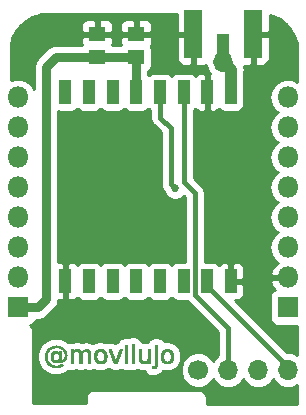
<source format=gtl>
G04 #@! TF.GenerationSoftware,KiCad,Pcbnew,5.0.0-rc2-unknown-6090f90~65~ubuntu18.04.1*
G04 #@! TF.CreationDate,2018-05-28T20:14:59-06:00*
G04 #@! TF.ProjectId,wemos-01,77656D6F732D30312E6B696361645F70,rev?*
G04 #@! TF.SameCoordinates,Original*
G04 #@! TF.FileFunction,Copper,L1,Top,Signal*
G04 #@! TF.FilePolarity,Positive*
%FSLAX46Y46*%
G04 Gerber Fmt 4.6, Leading zero omitted, Abs format (unit mm)*
G04 Created by KiCad (PCBNEW 5.0.0-rc2-unknown-6090f90~65~ubuntu18.04.1) date Mon May 28 20:14:59 2018*
%MOMM*%
%LPD*%
G01*
G04 APERTURE LIST*
G04 #@! TA.AperFunction,EtchedComponent*
%ADD10C,0.070004*%
G04 #@! TD*
G04 #@! TA.AperFunction,SMDPad,CuDef*
%ADD11R,1.016000X2.032000*%
G04 #@! TD*
G04 #@! TA.AperFunction,SMDPad,CuDef*
%ADD12R,1.524000X4.064000*%
G04 #@! TD*
G04 #@! TA.AperFunction,ComponentPad*
%ADD13R,1.800000X1.800000*%
G04 #@! TD*
G04 #@! TA.AperFunction,ComponentPad*
%ADD14O,1.800000X1.800000*%
G04 #@! TD*
G04 #@! TA.AperFunction,SMDPad,CuDef*
%ADD15R,1.400000X1.295000*%
G04 #@! TD*
G04 #@! TA.AperFunction,ComponentPad*
%ADD16C,1.700000*%
G04 #@! TD*
G04 #@! TA.AperFunction,ComponentPad*
%ADD17O,1.700000X1.700000*%
G04 #@! TD*
G04 #@! TA.AperFunction,SMDPad,CuDef*
%ADD18R,1.000000X2.000000*%
G04 #@! TD*
G04 #@! TA.AperFunction,ViaPad*
%ADD19C,0.685800*%
G04 #@! TD*
G04 #@! TA.AperFunction,Conductor*
%ADD20C,0.800000*%
G04 #@! TD*
G04 #@! TA.AperFunction,Conductor*
%ADD21C,1.016000*%
G04 #@! TD*
G04 #@! TA.AperFunction,Conductor*
%ADD22C,0.400000*%
G04 #@! TD*
G04 #@! TA.AperFunction,Conductor*
%ADD23C,0.254000*%
G04 #@! TD*
G04 APERTURE END LIST*
D10*
G04 #@! TO.C,svg2mod*
G36*
X140921079Y-109288060D02*
X140906969Y-109288100D01*
X140951528Y-109127820D01*
X140981288Y-109129820D01*
X141010218Y-109132820D01*
X141038308Y-109137820D01*
X141065568Y-109143820D01*
X141091998Y-109150820D01*
X141117598Y-109158820D01*
X141142368Y-109167820D01*
X141166308Y-109178520D01*
X141189408Y-109190520D01*
X141211688Y-109203720D01*
X141233128Y-109218220D01*
X141253738Y-109234020D01*
X141273518Y-109251020D01*
X141292468Y-109269320D01*
X141310588Y-109288820D01*
X141327738Y-109309420D01*
X141343778Y-109331020D01*
X141358708Y-109353620D01*
X141372538Y-109377220D01*
X141385238Y-109401720D01*
X141396858Y-109427220D01*
X141407378Y-109453720D01*
X141416778Y-109481120D01*
X141425078Y-109509520D01*
X141432278Y-109538920D01*
X141438378Y-109569220D01*
X141443378Y-109600520D01*
X141447278Y-109632820D01*
X141450078Y-109666020D01*
X141451778Y-109700220D01*
X141452339Y-109735420D01*
X141451778Y-109770520D01*
X141450078Y-109804620D01*
X141447278Y-109837720D01*
X141443378Y-109869920D01*
X141438378Y-109901120D01*
X141432278Y-109931420D01*
X141425078Y-109960720D01*
X141416778Y-109989120D01*
X141407378Y-110016520D01*
X141396868Y-110043020D01*
X141385248Y-110068520D01*
X141372528Y-110093120D01*
X141358698Y-110116720D01*
X141343768Y-110139420D01*
X141327728Y-110161120D01*
X141310578Y-110181920D01*
X141292458Y-110201420D01*
X141273508Y-110219720D01*
X141253728Y-110236720D01*
X141233118Y-110252420D01*
X141211658Y-110266920D01*
X141189388Y-110280120D01*
X141166288Y-110292120D01*
X141142358Y-110302820D01*
X141117608Y-110311820D01*
X141092008Y-110319820D01*
X141065568Y-110326820D01*
X141038298Y-110332820D01*
X141010178Y-110336820D01*
X140981258Y-110339820D01*
X140951518Y-110341820D01*
X140920938Y-110342450D01*
X140890228Y-110341870D01*
X140860348Y-110339870D01*
X140831308Y-110336870D01*
X140803118Y-110331870D01*
X140775768Y-110325870D01*
X140749248Y-110318870D01*
X140723568Y-110310870D01*
X140698728Y-110301870D01*
X140674728Y-110291170D01*
X140651568Y-110279170D01*
X140629248Y-110265970D01*
X140607768Y-110251470D01*
X140587128Y-110235670D01*
X140567328Y-110218670D01*
X140548368Y-110200470D01*
X140530248Y-110180970D01*
X140513228Y-110160270D01*
X140497308Y-110138570D01*
X140482488Y-110115870D01*
X140468768Y-110092170D01*
X140456158Y-110067570D01*
X140444628Y-110042070D01*
X140434188Y-110015570D01*
X140424888Y-109988170D01*
X140416688Y-109959770D01*
X140409588Y-109930470D01*
X140403588Y-109900170D01*
X140398688Y-109868870D01*
X140394888Y-109836670D01*
X140392088Y-109803570D01*
X140390388Y-109769470D01*
X140389835Y-109734370D01*
X140390380Y-109699270D01*
X140391980Y-109665070D01*
X140394680Y-109631870D01*
X140398580Y-109599570D01*
X140403580Y-109568270D01*
X140409580Y-109537970D01*
X140416680Y-109508570D01*
X140424880Y-109480170D01*
X140434180Y-109452770D01*
X140444610Y-109426270D01*
X140456140Y-109400770D01*
X140468770Y-109376270D01*
X140482490Y-109352770D01*
X140497320Y-109330170D01*
X140513250Y-109308570D01*
X140530270Y-109287870D01*
X140548390Y-109268370D01*
X140567350Y-109250070D01*
X140587150Y-109233070D01*
X140607780Y-109217370D01*
X140629280Y-109202870D01*
X140651600Y-109189670D01*
X140674750Y-109177670D01*
X140698740Y-109166970D01*
X140723560Y-109157970D01*
X140749240Y-109149970D01*
X140775760Y-109142970D01*
X140803120Y-109136970D01*
X140831340Y-109132970D01*
X140860370Y-109129970D01*
X140890230Y-109127970D01*
X140920940Y-109127340D01*
X140920938Y-109127240D01*
X140951528Y-109127820D01*
X140906969Y-109288100D01*
X140883849Y-109290100D01*
X140865979Y-109292100D01*
X140848609Y-109295100D01*
X140831739Y-109299100D01*
X140815369Y-109304100D01*
X140799499Y-109310100D01*
X140784129Y-109317100D01*
X140769269Y-109325100D01*
X140754909Y-109334100D01*
X140741039Y-109344100D01*
X140727669Y-109354900D01*
X140714809Y-109366600D01*
X140702449Y-109379200D01*
X140690589Y-109392800D01*
X140679229Y-109407300D01*
X140668469Y-109422500D01*
X140658399Y-109438400D01*
X140648999Y-109455000D01*
X140640299Y-109472300D01*
X140632299Y-109490300D01*
X140624999Y-109509000D01*
X140618399Y-109528400D01*
X140612499Y-109548500D01*
X140607299Y-109569300D01*
X140602799Y-109590800D01*
X140598999Y-109613000D01*
X140595899Y-109635800D01*
X140593499Y-109659300D01*
X140591699Y-109683500D01*
X140590599Y-109708400D01*
X140590246Y-109734000D01*
X140590585Y-109759600D01*
X140591585Y-109784500D01*
X140593285Y-109808800D01*
X140595685Y-109832400D01*
X140598785Y-109855300D01*
X140602585Y-109877500D01*
X140607085Y-109899000D01*
X140612185Y-109919800D01*
X140617985Y-109939900D01*
X140624485Y-109959400D01*
X140631685Y-109978200D01*
X140639585Y-109996300D01*
X140648185Y-110013700D01*
X140657485Y-110030400D01*
X140667385Y-110046400D01*
X140678015Y-110061700D01*
X140689375Y-110076100D01*
X140701245Y-110089600D01*
X140713625Y-110102100D01*
X140726515Y-110113700D01*
X140739915Y-110124400D01*
X140753825Y-110134400D01*
X140768245Y-110143400D01*
X140783165Y-110151400D01*
X140798615Y-110158400D01*
X140814555Y-110164400D01*
X140830995Y-110169400D01*
X140847945Y-110173400D01*
X140865415Y-110176400D01*
X140883395Y-110178400D01*
X140901885Y-110179400D01*
X140920885Y-110179790D01*
X140939625Y-110179260D01*
X140957875Y-110178260D01*
X140975635Y-110176260D01*
X140992905Y-110173260D01*
X141009755Y-110169260D01*
X141026025Y-110164260D01*
X141041775Y-110158260D01*
X141057045Y-110151260D01*
X141071845Y-110143260D01*
X141086155Y-110134260D01*
X141099975Y-110124260D01*
X141113305Y-110113460D01*
X141126135Y-110101760D01*
X141138475Y-110089160D01*
X141150325Y-110075560D01*
X141161685Y-110061060D01*
X141172445Y-110045760D01*
X141182515Y-110029760D01*
X141191915Y-110013060D01*
X141200615Y-109995660D01*
X141208615Y-109977660D01*
X141215915Y-109958960D01*
X141222515Y-109939560D01*
X141228415Y-109919460D01*
X141233615Y-109898760D01*
X141238115Y-109877360D01*
X141241915Y-109855260D01*
X141245015Y-109832460D01*
X141247415Y-109809060D01*
X141249215Y-109784860D01*
X141250315Y-109760060D01*
X141250671Y-109734560D01*
X141250316Y-109709160D01*
X141249216Y-109684460D01*
X141247416Y-109660460D01*
X141245016Y-109637060D01*
X141241916Y-109614360D01*
X141238116Y-109592360D01*
X141233616Y-109571060D01*
X141228416Y-109550360D01*
X141222516Y-109530360D01*
X141215916Y-109511060D01*
X141208616Y-109492360D01*
X141200616Y-109474360D01*
X141191916Y-109457060D01*
X141182516Y-109440360D01*
X141172456Y-109424360D01*
X141161706Y-109409060D01*
X141150346Y-109394360D01*
X141138496Y-109380660D01*
X141126156Y-109367960D01*
X141113326Y-109356160D01*
X141099996Y-109345260D01*
X141086176Y-109335260D01*
X141071866Y-109326260D01*
X141057056Y-109318260D01*
X141041756Y-109311260D01*
X141025966Y-109305260D01*
X141009686Y-109300260D01*
X140992916Y-109296260D01*
X140975656Y-109293260D01*
X140957896Y-109290260D01*
X140939636Y-109288260D01*
X140920886Y-109287730D01*
X140920885Y-109287730D01*
X140920884Y-109287730D01*
X140920883Y-109287730D01*
X140920901Y-109287980D01*
X140920919Y-109288230D01*
X140920938Y-109288480D01*
X140921079Y-109288060D01*
X140921079Y-109288060D01*
G37*
X140921079Y-109288060D02*
X140906969Y-109288100D01*
X140951528Y-109127820D01*
X140981288Y-109129820D01*
X141010218Y-109132820D01*
X141038308Y-109137820D01*
X141065568Y-109143820D01*
X141091998Y-109150820D01*
X141117598Y-109158820D01*
X141142368Y-109167820D01*
X141166308Y-109178520D01*
X141189408Y-109190520D01*
X141211688Y-109203720D01*
X141233128Y-109218220D01*
X141253738Y-109234020D01*
X141273518Y-109251020D01*
X141292468Y-109269320D01*
X141310588Y-109288820D01*
X141327738Y-109309420D01*
X141343778Y-109331020D01*
X141358708Y-109353620D01*
X141372538Y-109377220D01*
X141385238Y-109401720D01*
X141396858Y-109427220D01*
X141407378Y-109453720D01*
X141416778Y-109481120D01*
X141425078Y-109509520D01*
X141432278Y-109538920D01*
X141438378Y-109569220D01*
X141443378Y-109600520D01*
X141447278Y-109632820D01*
X141450078Y-109666020D01*
X141451778Y-109700220D01*
X141452339Y-109735420D01*
X141451778Y-109770520D01*
X141450078Y-109804620D01*
X141447278Y-109837720D01*
X141443378Y-109869920D01*
X141438378Y-109901120D01*
X141432278Y-109931420D01*
X141425078Y-109960720D01*
X141416778Y-109989120D01*
X141407378Y-110016520D01*
X141396868Y-110043020D01*
X141385248Y-110068520D01*
X141372528Y-110093120D01*
X141358698Y-110116720D01*
X141343768Y-110139420D01*
X141327728Y-110161120D01*
X141310578Y-110181920D01*
X141292458Y-110201420D01*
X141273508Y-110219720D01*
X141253728Y-110236720D01*
X141233118Y-110252420D01*
X141211658Y-110266920D01*
X141189388Y-110280120D01*
X141166288Y-110292120D01*
X141142358Y-110302820D01*
X141117608Y-110311820D01*
X141092008Y-110319820D01*
X141065568Y-110326820D01*
X141038298Y-110332820D01*
X141010178Y-110336820D01*
X140981258Y-110339820D01*
X140951518Y-110341820D01*
X140920938Y-110342450D01*
X140890228Y-110341870D01*
X140860348Y-110339870D01*
X140831308Y-110336870D01*
X140803118Y-110331870D01*
X140775768Y-110325870D01*
X140749248Y-110318870D01*
X140723568Y-110310870D01*
X140698728Y-110301870D01*
X140674728Y-110291170D01*
X140651568Y-110279170D01*
X140629248Y-110265970D01*
X140607768Y-110251470D01*
X140587128Y-110235670D01*
X140567328Y-110218670D01*
X140548368Y-110200470D01*
X140530248Y-110180970D01*
X140513228Y-110160270D01*
X140497308Y-110138570D01*
X140482488Y-110115870D01*
X140468768Y-110092170D01*
X140456158Y-110067570D01*
X140444628Y-110042070D01*
X140434188Y-110015570D01*
X140424888Y-109988170D01*
X140416688Y-109959770D01*
X140409588Y-109930470D01*
X140403588Y-109900170D01*
X140398688Y-109868870D01*
X140394888Y-109836670D01*
X140392088Y-109803570D01*
X140390388Y-109769470D01*
X140389835Y-109734370D01*
X140390380Y-109699270D01*
X140391980Y-109665070D01*
X140394680Y-109631870D01*
X140398580Y-109599570D01*
X140403580Y-109568270D01*
X140409580Y-109537970D01*
X140416680Y-109508570D01*
X140424880Y-109480170D01*
X140434180Y-109452770D01*
X140444610Y-109426270D01*
X140456140Y-109400770D01*
X140468770Y-109376270D01*
X140482490Y-109352770D01*
X140497320Y-109330170D01*
X140513250Y-109308570D01*
X140530270Y-109287870D01*
X140548390Y-109268370D01*
X140567350Y-109250070D01*
X140587150Y-109233070D01*
X140607780Y-109217370D01*
X140629280Y-109202870D01*
X140651600Y-109189670D01*
X140674750Y-109177670D01*
X140698740Y-109166970D01*
X140723560Y-109157970D01*
X140749240Y-109149970D01*
X140775760Y-109142970D01*
X140803120Y-109136970D01*
X140831340Y-109132970D01*
X140860370Y-109129970D01*
X140890230Y-109127970D01*
X140920940Y-109127340D01*
X140920938Y-109127240D01*
X140951528Y-109127820D01*
X140906969Y-109288100D01*
X140883849Y-109290100D01*
X140865979Y-109292100D01*
X140848609Y-109295100D01*
X140831739Y-109299100D01*
X140815369Y-109304100D01*
X140799499Y-109310100D01*
X140784129Y-109317100D01*
X140769269Y-109325100D01*
X140754909Y-109334100D01*
X140741039Y-109344100D01*
X140727669Y-109354900D01*
X140714809Y-109366600D01*
X140702449Y-109379200D01*
X140690589Y-109392800D01*
X140679229Y-109407300D01*
X140668469Y-109422500D01*
X140658399Y-109438400D01*
X140648999Y-109455000D01*
X140640299Y-109472300D01*
X140632299Y-109490300D01*
X140624999Y-109509000D01*
X140618399Y-109528400D01*
X140612499Y-109548500D01*
X140607299Y-109569300D01*
X140602799Y-109590800D01*
X140598999Y-109613000D01*
X140595899Y-109635800D01*
X140593499Y-109659300D01*
X140591699Y-109683500D01*
X140590599Y-109708400D01*
X140590246Y-109734000D01*
X140590585Y-109759600D01*
X140591585Y-109784500D01*
X140593285Y-109808800D01*
X140595685Y-109832400D01*
X140598785Y-109855300D01*
X140602585Y-109877500D01*
X140607085Y-109899000D01*
X140612185Y-109919800D01*
X140617985Y-109939900D01*
X140624485Y-109959400D01*
X140631685Y-109978200D01*
X140639585Y-109996300D01*
X140648185Y-110013700D01*
X140657485Y-110030400D01*
X140667385Y-110046400D01*
X140678015Y-110061700D01*
X140689375Y-110076100D01*
X140701245Y-110089600D01*
X140713625Y-110102100D01*
X140726515Y-110113700D01*
X140739915Y-110124400D01*
X140753825Y-110134400D01*
X140768245Y-110143400D01*
X140783165Y-110151400D01*
X140798615Y-110158400D01*
X140814555Y-110164400D01*
X140830995Y-110169400D01*
X140847945Y-110173400D01*
X140865415Y-110176400D01*
X140883395Y-110178400D01*
X140901885Y-110179400D01*
X140920885Y-110179790D01*
X140939625Y-110179260D01*
X140957875Y-110178260D01*
X140975635Y-110176260D01*
X140992905Y-110173260D01*
X141009755Y-110169260D01*
X141026025Y-110164260D01*
X141041775Y-110158260D01*
X141057045Y-110151260D01*
X141071845Y-110143260D01*
X141086155Y-110134260D01*
X141099975Y-110124260D01*
X141113305Y-110113460D01*
X141126135Y-110101760D01*
X141138475Y-110089160D01*
X141150325Y-110075560D01*
X141161685Y-110061060D01*
X141172445Y-110045760D01*
X141182515Y-110029760D01*
X141191915Y-110013060D01*
X141200615Y-109995660D01*
X141208615Y-109977660D01*
X141215915Y-109958960D01*
X141222515Y-109939560D01*
X141228415Y-109919460D01*
X141233615Y-109898760D01*
X141238115Y-109877360D01*
X141241915Y-109855260D01*
X141245015Y-109832460D01*
X141247415Y-109809060D01*
X141249215Y-109784860D01*
X141250315Y-109760060D01*
X141250671Y-109734560D01*
X141250316Y-109709160D01*
X141249216Y-109684460D01*
X141247416Y-109660460D01*
X141245016Y-109637060D01*
X141241916Y-109614360D01*
X141238116Y-109592360D01*
X141233616Y-109571060D01*
X141228416Y-109550360D01*
X141222516Y-109530360D01*
X141215916Y-109511060D01*
X141208616Y-109492360D01*
X141200616Y-109474360D01*
X141191916Y-109457060D01*
X141182516Y-109440360D01*
X141172456Y-109424360D01*
X141161706Y-109409060D01*
X141150346Y-109394360D01*
X141138496Y-109380660D01*
X141126156Y-109367960D01*
X141113326Y-109356160D01*
X141099996Y-109345260D01*
X141086176Y-109335260D01*
X141071866Y-109326260D01*
X141057056Y-109318260D01*
X141041756Y-109311260D01*
X141025966Y-109305260D01*
X141009686Y-109300260D01*
X140992916Y-109296260D01*
X140975656Y-109293260D01*
X140957896Y-109290260D01*
X140939636Y-109288260D01*
X140920886Y-109287730D01*
X140920885Y-109287730D01*
X140920884Y-109287730D01*
X140920883Y-109287730D01*
X140920901Y-109287980D01*
X140920919Y-109288230D01*
X140920938Y-109288480D01*
X140921079Y-109288060D01*
G36*
X139885483Y-109154730D02*
X139886281Y-108778280D01*
X139933821Y-108778280D01*
X139981361Y-108778280D01*
X140028901Y-108778280D01*
X140076441Y-108778280D01*
X140076441Y-108838480D01*
X140076441Y-108898680D01*
X140076441Y-108958880D01*
X140076441Y-109019080D01*
X140028901Y-109019080D01*
X139981361Y-109019080D01*
X139933821Y-109019080D01*
X139886281Y-109019080D01*
X139886281Y-108958880D01*
X139886281Y-108898680D01*
X139886281Y-108838480D01*
X139886281Y-108778280D01*
X139885483Y-109154730D01*
X139897373Y-109154730D01*
X139909253Y-109154730D01*
X139921133Y-109154730D01*
X139933023Y-109154730D01*
X139944903Y-109154730D01*
X139956783Y-109154730D01*
X139968663Y-109154730D01*
X139980553Y-109154730D01*
X139992433Y-109154730D01*
X140004313Y-109154730D01*
X140016203Y-109154730D01*
X140028083Y-109154730D01*
X140039963Y-109154730D01*
X140051853Y-109154730D01*
X140063733Y-109154730D01*
X140075613Y-109154730D01*
X140075613Y-109228330D01*
X140075613Y-109301930D01*
X140075613Y-109375530D01*
X140075613Y-109449130D01*
X140075613Y-109522730D01*
X140075613Y-109596330D01*
X140075613Y-109669930D01*
X140075613Y-109743530D01*
X140075613Y-109817130D01*
X140075613Y-109890730D01*
X140075613Y-109964330D01*
X140075613Y-110037930D01*
X140075613Y-110111530D01*
X140075613Y-110185130D01*
X140075613Y-110258730D01*
X140075613Y-110332330D01*
X140075277Y-110359530D01*
X140074277Y-110385730D01*
X140072577Y-110411030D01*
X140070277Y-110435330D01*
X140067277Y-110458730D01*
X140063677Y-110481130D01*
X140059377Y-110502530D01*
X140054377Y-110523030D01*
X140048777Y-110542630D01*
X140042477Y-110561230D01*
X140035577Y-110578930D01*
X140027977Y-110595630D01*
X140019677Y-110611330D01*
X140010777Y-110626130D01*
X140001177Y-110639930D01*
X139990907Y-110652830D01*
X139980037Y-110664830D01*
X139968357Y-110676030D01*
X139955877Y-110686530D01*
X139942587Y-110696530D01*
X139928487Y-110705530D01*
X139913577Y-110713530D01*
X139897867Y-110720530D01*
X139881347Y-110727530D01*
X139864057Y-110733530D01*
X139845917Y-110738530D01*
X139826957Y-110742530D01*
X139807187Y-110745530D01*
X139786637Y-110748530D01*
X139765267Y-110750530D01*
X139743097Y-110751530D01*
X139720117Y-110751890D01*
X139715617Y-110751890D01*
X139711117Y-110751890D01*
X139706617Y-110751890D01*
X139702117Y-110751890D01*
X139697617Y-110751890D01*
X139693117Y-110751890D01*
X139688617Y-110751890D01*
X139684117Y-110751890D01*
X139679617Y-110751890D01*
X139675117Y-110751890D01*
X139670617Y-110751890D01*
X139666117Y-110751890D01*
X139661617Y-110751890D01*
X139657117Y-110751890D01*
X139652617Y-110751890D01*
X139648117Y-110751890D01*
X139648117Y-110741790D01*
X139648117Y-110731690D01*
X139648117Y-110721590D01*
X139648117Y-110711490D01*
X139648117Y-110701390D01*
X139648117Y-110691290D01*
X139648117Y-110681190D01*
X139648117Y-110671090D01*
X139648117Y-110660990D01*
X139648117Y-110650890D01*
X139648117Y-110640790D01*
X139648117Y-110630690D01*
X139648117Y-110620590D01*
X139648117Y-110610490D01*
X139648117Y-110600390D01*
X139648117Y-110590290D01*
X139651317Y-110590290D01*
X139654517Y-110590290D01*
X139657717Y-110590290D01*
X139660917Y-110590290D01*
X139664117Y-110590290D01*
X139667317Y-110590290D01*
X139670517Y-110590290D01*
X139673717Y-110590290D01*
X139676917Y-110590290D01*
X139680117Y-110590290D01*
X139683317Y-110590290D01*
X139686517Y-110590290D01*
X139689717Y-110590290D01*
X139692917Y-110590290D01*
X139696117Y-110590290D01*
X139699317Y-110590290D01*
X139712617Y-110590100D01*
X139725367Y-110589540D01*
X139737577Y-110588600D01*
X139749247Y-110587600D01*
X139760377Y-110585600D01*
X139770967Y-110583600D01*
X139781017Y-110581600D01*
X139790517Y-110578600D01*
X139799517Y-110575600D01*
X139807917Y-110571600D01*
X139815817Y-110567600D01*
X139823117Y-110562600D01*
X139829717Y-110557600D01*
X139836017Y-110552600D01*
X139841817Y-110546600D01*
X139847017Y-110540600D01*
X139851717Y-110533600D01*
X139856217Y-110526600D01*
X139860417Y-110518600D01*
X139864217Y-110509600D01*
X139867717Y-110499600D01*
X139870917Y-110488700D01*
X139873817Y-110477000D01*
X139876417Y-110464400D01*
X139878717Y-110451000D01*
X139880717Y-110436700D01*
X139882417Y-110421600D01*
X139883817Y-110405700D01*
X139884917Y-110388900D01*
X139885696Y-110371300D01*
X139886157Y-110352800D01*
X139886309Y-110333400D01*
X139886309Y-110259800D01*
X139886310Y-110186200D01*
X139886310Y-110112600D01*
X139886311Y-110039000D01*
X139886312Y-109965400D01*
X139886312Y-109891800D01*
X139886313Y-109818200D01*
X139886314Y-109744600D01*
X139886315Y-109671000D01*
X139886315Y-109597400D01*
X139886316Y-109523800D01*
X139886317Y-109450200D01*
X139886305Y-109376400D01*
X139886293Y-109302700D01*
X139886281Y-109228900D01*
X139885483Y-109154730D01*
X139885483Y-109154730D01*
G37*
X139885483Y-109154730D02*
X139886281Y-108778280D01*
X139933821Y-108778280D01*
X139981361Y-108778280D01*
X140028901Y-108778280D01*
X140076441Y-108778280D01*
X140076441Y-108838480D01*
X140076441Y-108898680D01*
X140076441Y-108958880D01*
X140076441Y-109019080D01*
X140028901Y-109019080D01*
X139981361Y-109019080D01*
X139933821Y-109019080D01*
X139886281Y-109019080D01*
X139886281Y-108958880D01*
X139886281Y-108898680D01*
X139886281Y-108838480D01*
X139886281Y-108778280D01*
X139885483Y-109154730D01*
X139897373Y-109154730D01*
X139909253Y-109154730D01*
X139921133Y-109154730D01*
X139933023Y-109154730D01*
X139944903Y-109154730D01*
X139956783Y-109154730D01*
X139968663Y-109154730D01*
X139980553Y-109154730D01*
X139992433Y-109154730D01*
X140004313Y-109154730D01*
X140016203Y-109154730D01*
X140028083Y-109154730D01*
X140039963Y-109154730D01*
X140051853Y-109154730D01*
X140063733Y-109154730D01*
X140075613Y-109154730D01*
X140075613Y-109228330D01*
X140075613Y-109301930D01*
X140075613Y-109375530D01*
X140075613Y-109449130D01*
X140075613Y-109522730D01*
X140075613Y-109596330D01*
X140075613Y-109669930D01*
X140075613Y-109743530D01*
X140075613Y-109817130D01*
X140075613Y-109890730D01*
X140075613Y-109964330D01*
X140075613Y-110037930D01*
X140075613Y-110111530D01*
X140075613Y-110185130D01*
X140075613Y-110258730D01*
X140075613Y-110332330D01*
X140075277Y-110359530D01*
X140074277Y-110385730D01*
X140072577Y-110411030D01*
X140070277Y-110435330D01*
X140067277Y-110458730D01*
X140063677Y-110481130D01*
X140059377Y-110502530D01*
X140054377Y-110523030D01*
X140048777Y-110542630D01*
X140042477Y-110561230D01*
X140035577Y-110578930D01*
X140027977Y-110595630D01*
X140019677Y-110611330D01*
X140010777Y-110626130D01*
X140001177Y-110639930D01*
X139990907Y-110652830D01*
X139980037Y-110664830D01*
X139968357Y-110676030D01*
X139955877Y-110686530D01*
X139942587Y-110696530D01*
X139928487Y-110705530D01*
X139913577Y-110713530D01*
X139897867Y-110720530D01*
X139881347Y-110727530D01*
X139864057Y-110733530D01*
X139845917Y-110738530D01*
X139826957Y-110742530D01*
X139807187Y-110745530D01*
X139786637Y-110748530D01*
X139765267Y-110750530D01*
X139743097Y-110751530D01*
X139720117Y-110751890D01*
X139715617Y-110751890D01*
X139711117Y-110751890D01*
X139706617Y-110751890D01*
X139702117Y-110751890D01*
X139697617Y-110751890D01*
X139693117Y-110751890D01*
X139688617Y-110751890D01*
X139684117Y-110751890D01*
X139679617Y-110751890D01*
X139675117Y-110751890D01*
X139670617Y-110751890D01*
X139666117Y-110751890D01*
X139661617Y-110751890D01*
X139657117Y-110751890D01*
X139652617Y-110751890D01*
X139648117Y-110751890D01*
X139648117Y-110741790D01*
X139648117Y-110731690D01*
X139648117Y-110721590D01*
X139648117Y-110711490D01*
X139648117Y-110701390D01*
X139648117Y-110691290D01*
X139648117Y-110681190D01*
X139648117Y-110671090D01*
X139648117Y-110660990D01*
X139648117Y-110650890D01*
X139648117Y-110640790D01*
X139648117Y-110630690D01*
X139648117Y-110620590D01*
X139648117Y-110610490D01*
X139648117Y-110600390D01*
X139648117Y-110590290D01*
X139651317Y-110590290D01*
X139654517Y-110590290D01*
X139657717Y-110590290D01*
X139660917Y-110590290D01*
X139664117Y-110590290D01*
X139667317Y-110590290D01*
X139670517Y-110590290D01*
X139673717Y-110590290D01*
X139676917Y-110590290D01*
X139680117Y-110590290D01*
X139683317Y-110590290D01*
X139686517Y-110590290D01*
X139689717Y-110590290D01*
X139692917Y-110590290D01*
X139696117Y-110590290D01*
X139699317Y-110590290D01*
X139712617Y-110590100D01*
X139725367Y-110589540D01*
X139737577Y-110588600D01*
X139749247Y-110587600D01*
X139760377Y-110585600D01*
X139770967Y-110583600D01*
X139781017Y-110581600D01*
X139790517Y-110578600D01*
X139799517Y-110575600D01*
X139807917Y-110571600D01*
X139815817Y-110567600D01*
X139823117Y-110562600D01*
X139829717Y-110557600D01*
X139836017Y-110552600D01*
X139841817Y-110546600D01*
X139847017Y-110540600D01*
X139851717Y-110533600D01*
X139856217Y-110526600D01*
X139860417Y-110518600D01*
X139864217Y-110509600D01*
X139867717Y-110499600D01*
X139870917Y-110488700D01*
X139873817Y-110477000D01*
X139876417Y-110464400D01*
X139878717Y-110451000D01*
X139880717Y-110436700D01*
X139882417Y-110421600D01*
X139883817Y-110405700D01*
X139884917Y-110388900D01*
X139885696Y-110371300D01*
X139886157Y-110352800D01*
X139886309Y-110333400D01*
X139886309Y-110259800D01*
X139886310Y-110186200D01*
X139886310Y-110112600D01*
X139886311Y-110039000D01*
X139886312Y-109965400D01*
X139886312Y-109891800D01*
X139886313Y-109818200D01*
X139886314Y-109744600D01*
X139886315Y-109671000D01*
X139886315Y-109597400D01*
X139886316Y-109523800D01*
X139886317Y-109450200D01*
X139886305Y-109376400D01*
X139886293Y-109302700D01*
X139886281Y-109228900D01*
X139885483Y-109154730D01*
G36*
X138522259Y-109855460D02*
X138522259Y-109811660D01*
X138522259Y-109767860D01*
X138522259Y-109724060D01*
X138522259Y-109680260D01*
X138522259Y-109636460D01*
X138522259Y-109592660D01*
X138522259Y-109548860D01*
X138522259Y-109505060D01*
X138522259Y-109461260D01*
X138522259Y-109417460D01*
X138522259Y-109373660D01*
X138522259Y-109329860D01*
X138522259Y-109286060D01*
X138522259Y-109242260D01*
X138522259Y-109198460D01*
X138522259Y-109154660D01*
X138534139Y-109154660D01*
X138546019Y-109154660D01*
X138557909Y-109154660D01*
X138569789Y-109154660D01*
X138581669Y-109154660D01*
X138593559Y-109154660D01*
X138605439Y-109154660D01*
X138617319Y-109154660D01*
X138629199Y-109154660D01*
X138641089Y-109154660D01*
X138652969Y-109154660D01*
X138664849Y-109154660D01*
X138676739Y-109154660D01*
X138688619Y-109154660D01*
X138700499Y-109154660D01*
X138712379Y-109154660D01*
X138712379Y-109197960D01*
X138712379Y-109241260D01*
X138712379Y-109284560D01*
X138712379Y-109327860D01*
X138712379Y-109371160D01*
X138712379Y-109414560D01*
X138712379Y-109457860D01*
X138712379Y-109501160D01*
X138712379Y-109544460D01*
X138712379Y-109587760D01*
X138712379Y-109631060D01*
X138712379Y-109674360D01*
X138712379Y-109717660D01*
X138712379Y-109761060D01*
X138712379Y-109804360D01*
X138712379Y-109847660D01*
X138712624Y-109867860D01*
X138713366Y-109887460D01*
X138714566Y-109906460D01*
X138716366Y-109924760D01*
X138718666Y-109942460D01*
X138721466Y-109959460D01*
X138724666Y-109975860D01*
X138728366Y-109991660D01*
X138732566Y-110006760D01*
X138737366Y-110021260D01*
X138742666Y-110035060D01*
X138748466Y-110048260D01*
X138754766Y-110060860D01*
X138761566Y-110072760D01*
X138768766Y-110084060D01*
X138776466Y-110094660D01*
X138784766Y-110104660D01*
X138793566Y-110113660D01*
X138802866Y-110122660D01*
X138812666Y-110130660D01*
X138822926Y-110137660D01*
X138833686Y-110144660D01*
X138844946Y-110150660D01*
X138856706Y-110155660D01*
X138868996Y-110160660D01*
X138881756Y-110164660D01*
X138895006Y-110168660D01*
X138908766Y-110171660D01*
X138923006Y-110173660D01*
X138937776Y-110175660D01*
X138953056Y-110176590D01*
X138968836Y-110176890D01*
X138987836Y-110176510D01*
X139006326Y-110175510D01*
X139024306Y-110173510D01*
X139041776Y-110170510D01*
X139058736Y-110167510D01*
X139075186Y-110163510D01*
X139091126Y-110158510D01*
X139106566Y-110152510D01*
X139121466Y-110145510D01*
X139135886Y-110138510D01*
X139149806Y-110130510D01*
X139163216Y-110121510D01*
X139176106Y-110111510D01*
X139188486Y-110101110D01*
X139200356Y-110090010D01*
X139211716Y-110078110D01*
X139222606Y-110065510D01*
X139232796Y-110052410D01*
X139242296Y-110038710D01*
X139251096Y-110024410D01*
X139259196Y-110009610D01*
X139266596Y-109994310D01*
X139273296Y-109978410D01*
X139279296Y-109961910D01*
X139284596Y-109944910D01*
X139289196Y-109927310D01*
X139293096Y-109909210D01*
X139296296Y-109890510D01*
X139298796Y-109871310D01*
X139300496Y-109851510D01*
X139301496Y-109831110D01*
X139301844Y-109810210D01*
X139301844Y-109769210D01*
X139301844Y-109728210D01*
X139301844Y-109687210D01*
X139301844Y-109646210D01*
X139301844Y-109605210D01*
X139301844Y-109564210D01*
X139301844Y-109523210D01*
X139301844Y-109482210D01*
X139301844Y-109441210D01*
X139301844Y-109400210D01*
X139301844Y-109359210D01*
X139301844Y-109318210D01*
X139301844Y-109277210D01*
X139301844Y-109236210D01*
X139301844Y-109195210D01*
X139301844Y-109154210D01*
X139313724Y-109154210D01*
X139325614Y-109154210D01*
X139337494Y-109154210D01*
X139349374Y-109154210D01*
X139361254Y-109154210D01*
X139373144Y-109154210D01*
X139385024Y-109154210D01*
X139396904Y-109154210D01*
X139408794Y-109154210D01*
X139420674Y-109154210D01*
X139432554Y-109154210D01*
X139444434Y-109154210D01*
X139456324Y-109154210D01*
X139468204Y-109154210D01*
X139480084Y-109154210D01*
X139491974Y-109154210D01*
X139491974Y-109226610D01*
X139491974Y-109298910D01*
X139491974Y-109371210D01*
X139491974Y-109443610D01*
X139491974Y-109515910D01*
X139491974Y-109588210D01*
X139491974Y-109660610D01*
X139491974Y-109732910D01*
X139491974Y-109805310D01*
X139491974Y-109877610D01*
X139491974Y-109949910D01*
X139491974Y-110022310D01*
X139491974Y-110094610D01*
X139491974Y-110167010D01*
X139491974Y-110239310D01*
X139491974Y-110311610D01*
X139480084Y-110311610D01*
X139468204Y-110311610D01*
X139456324Y-110311610D01*
X139444434Y-110311610D01*
X139432554Y-110311610D01*
X139420674Y-110311610D01*
X139408794Y-110311610D01*
X139396904Y-110311610D01*
X139385024Y-110311610D01*
X139373144Y-110311610D01*
X139361254Y-110311610D01*
X139349374Y-110311610D01*
X139337494Y-110311610D01*
X139325614Y-110311610D01*
X139313724Y-110311610D01*
X139301844Y-110311610D01*
X139301844Y-110300510D01*
X139301844Y-110289410D01*
X139301844Y-110278310D01*
X139301844Y-110267210D01*
X139301844Y-110256110D01*
X139301844Y-110245010D01*
X139301844Y-110233910D01*
X139301844Y-110222810D01*
X139301844Y-110211710D01*
X139301844Y-110200610D01*
X139301844Y-110189510D01*
X139301844Y-110178410D01*
X139301844Y-110167310D01*
X139301844Y-110156210D01*
X139301844Y-110145110D01*
X139301844Y-110134010D01*
X139293144Y-110147010D01*
X139284244Y-110159610D01*
X139275144Y-110171710D01*
X139265844Y-110183410D01*
X139256444Y-110194710D01*
X139246844Y-110205610D01*
X139237044Y-110216010D01*
X139227044Y-110226010D01*
X139216874Y-110236010D01*
X139206524Y-110245010D01*
X139196004Y-110254010D01*
X139185304Y-110262010D01*
X139174414Y-110270010D01*
X139163364Y-110278010D01*
X139152144Y-110285010D01*
X139140744Y-110292010D01*
X139129254Y-110298010D01*
X139117534Y-110304010D01*
X139105584Y-110309010D01*
X139093394Y-110314010D01*
X139081014Y-110319010D01*
X139068354Y-110323010D01*
X139055444Y-110327010D01*
X139042304Y-110330010D01*
X139028964Y-110333010D01*
X139015364Y-110335010D01*
X139001524Y-110337010D01*
X138987454Y-110339010D01*
X138973154Y-110340010D01*
X138958624Y-110340950D01*
X138943864Y-110341510D01*
X138928864Y-110341700D01*
X138904304Y-110341150D01*
X138880494Y-110339150D01*
X138857434Y-110336150D01*
X138835124Y-110333150D01*
X138813564Y-110329150D01*
X138792764Y-110324150D01*
X138772714Y-110318150D01*
X138753414Y-110311150D01*
X138734874Y-110303150D01*
X138717074Y-110294150D01*
X138700014Y-110283950D01*
X138683714Y-110272850D01*
X138668144Y-110260750D01*
X138653354Y-110247650D01*
X138639324Y-110233550D01*
X138626044Y-110218550D01*
X138613524Y-110202550D01*
X138601814Y-110185750D01*
X138590914Y-110168050D01*
X138580824Y-110149350D01*
X138571524Y-110129850D01*
X138563024Y-110109450D01*
X138555324Y-110088150D01*
X138548424Y-110065950D01*
X138542324Y-110042850D01*
X138537124Y-110018850D01*
X138532724Y-109993950D01*
X138529124Y-109968050D01*
X138526324Y-109941350D01*
X138524324Y-109913750D01*
X138523124Y-109885250D01*
X138522713Y-109855850D01*
X138522713Y-109855860D01*
X138522712Y-109855860D01*
X138522712Y-109855870D01*
X138522711Y-109855880D01*
X138522711Y-109855890D01*
X138522710Y-109855890D01*
X138522710Y-109855900D01*
X138522710Y-109855910D01*
X138522709Y-109855910D01*
X138522709Y-109855920D01*
X138522732Y-109856170D01*
X138522756Y-109856420D01*
X138522779Y-109856670D01*
X138522259Y-109855460D01*
X138522259Y-109855460D01*
G37*
X138522259Y-109855460D02*
X138522259Y-109811660D01*
X138522259Y-109767860D01*
X138522259Y-109724060D01*
X138522259Y-109680260D01*
X138522259Y-109636460D01*
X138522259Y-109592660D01*
X138522259Y-109548860D01*
X138522259Y-109505060D01*
X138522259Y-109461260D01*
X138522259Y-109417460D01*
X138522259Y-109373660D01*
X138522259Y-109329860D01*
X138522259Y-109286060D01*
X138522259Y-109242260D01*
X138522259Y-109198460D01*
X138522259Y-109154660D01*
X138534139Y-109154660D01*
X138546019Y-109154660D01*
X138557909Y-109154660D01*
X138569789Y-109154660D01*
X138581669Y-109154660D01*
X138593559Y-109154660D01*
X138605439Y-109154660D01*
X138617319Y-109154660D01*
X138629199Y-109154660D01*
X138641089Y-109154660D01*
X138652969Y-109154660D01*
X138664849Y-109154660D01*
X138676739Y-109154660D01*
X138688619Y-109154660D01*
X138700499Y-109154660D01*
X138712379Y-109154660D01*
X138712379Y-109197960D01*
X138712379Y-109241260D01*
X138712379Y-109284560D01*
X138712379Y-109327860D01*
X138712379Y-109371160D01*
X138712379Y-109414560D01*
X138712379Y-109457860D01*
X138712379Y-109501160D01*
X138712379Y-109544460D01*
X138712379Y-109587760D01*
X138712379Y-109631060D01*
X138712379Y-109674360D01*
X138712379Y-109717660D01*
X138712379Y-109761060D01*
X138712379Y-109804360D01*
X138712379Y-109847660D01*
X138712624Y-109867860D01*
X138713366Y-109887460D01*
X138714566Y-109906460D01*
X138716366Y-109924760D01*
X138718666Y-109942460D01*
X138721466Y-109959460D01*
X138724666Y-109975860D01*
X138728366Y-109991660D01*
X138732566Y-110006760D01*
X138737366Y-110021260D01*
X138742666Y-110035060D01*
X138748466Y-110048260D01*
X138754766Y-110060860D01*
X138761566Y-110072760D01*
X138768766Y-110084060D01*
X138776466Y-110094660D01*
X138784766Y-110104660D01*
X138793566Y-110113660D01*
X138802866Y-110122660D01*
X138812666Y-110130660D01*
X138822926Y-110137660D01*
X138833686Y-110144660D01*
X138844946Y-110150660D01*
X138856706Y-110155660D01*
X138868996Y-110160660D01*
X138881756Y-110164660D01*
X138895006Y-110168660D01*
X138908766Y-110171660D01*
X138923006Y-110173660D01*
X138937776Y-110175660D01*
X138953056Y-110176590D01*
X138968836Y-110176890D01*
X138987836Y-110176510D01*
X139006326Y-110175510D01*
X139024306Y-110173510D01*
X139041776Y-110170510D01*
X139058736Y-110167510D01*
X139075186Y-110163510D01*
X139091126Y-110158510D01*
X139106566Y-110152510D01*
X139121466Y-110145510D01*
X139135886Y-110138510D01*
X139149806Y-110130510D01*
X139163216Y-110121510D01*
X139176106Y-110111510D01*
X139188486Y-110101110D01*
X139200356Y-110090010D01*
X139211716Y-110078110D01*
X139222606Y-110065510D01*
X139232796Y-110052410D01*
X139242296Y-110038710D01*
X139251096Y-110024410D01*
X139259196Y-110009610D01*
X139266596Y-109994310D01*
X139273296Y-109978410D01*
X139279296Y-109961910D01*
X139284596Y-109944910D01*
X139289196Y-109927310D01*
X139293096Y-109909210D01*
X139296296Y-109890510D01*
X139298796Y-109871310D01*
X139300496Y-109851510D01*
X139301496Y-109831110D01*
X139301844Y-109810210D01*
X139301844Y-109769210D01*
X139301844Y-109728210D01*
X139301844Y-109687210D01*
X139301844Y-109646210D01*
X139301844Y-109605210D01*
X139301844Y-109564210D01*
X139301844Y-109523210D01*
X139301844Y-109482210D01*
X139301844Y-109441210D01*
X139301844Y-109400210D01*
X139301844Y-109359210D01*
X139301844Y-109318210D01*
X139301844Y-109277210D01*
X139301844Y-109236210D01*
X139301844Y-109195210D01*
X139301844Y-109154210D01*
X139313724Y-109154210D01*
X139325614Y-109154210D01*
X139337494Y-109154210D01*
X139349374Y-109154210D01*
X139361254Y-109154210D01*
X139373144Y-109154210D01*
X139385024Y-109154210D01*
X139396904Y-109154210D01*
X139408794Y-109154210D01*
X139420674Y-109154210D01*
X139432554Y-109154210D01*
X139444434Y-109154210D01*
X139456324Y-109154210D01*
X139468204Y-109154210D01*
X139480084Y-109154210D01*
X139491974Y-109154210D01*
X139491974Y-109226610D01*
X139491974Y-109298910D01*
X139491974Y-109371210D01*
X139491974Y-109443610D01*
X139491974Y-109515910D01*
X139491974Y-109588210D01*
X139491974Y-109660610D01*
X139491974Y-109732910D01*
X139491974Y-109805310D01*
X139491974Y-109877610D01*
X139491974Y-109949910D01*
X139491974Y-110022310D01*
X139491974Y-110094610D01*
X139491974Y-110167010D01*
X139491974Y-110239310D01*
X139491974Y-110311610D01*
X139480084Y-110311610D01*
X139468204Y-110311610D01*
X139456324Y-110311610D01*
X139444434Y-110311610D01*
X139432554Y-110311610D01*
X139420674Y-110311610D01*
X139408794Y-110311610D01*
X139396904Y-110311610D01*
X139385024Y-110311610D01*
X139373144Y-110311610D01*
X139361254Y-110311610D01*
X139349374Y-110311610D01*
X139337494Y-110311610D01*
X139325614Y-110311610D01*
X139313724Y-110311610D01*
X139301844Y-110311610D01*
X139301844Y-110300510D01*
X139301844Y-110289410D01*
X139301844Y-110278310D01*
X139301844Y-110267210D01*
X139301844Y-110256110D01*
X139301844Y-110245010D01*
X139301844Y-110233910D01*
X139301844Y-110222810D01*
X139301844Y-110211710D01*
X139301844Y-110200610D01*
X139301844Y-110189510D01*
X139301844Y-110178410D01*
X139301844Y-110167310D01*
X139301844Y-110156210D01*
X139301844Y-110145110D01*
X139301844Y-110134010D01*
X139293144Y-110147010D01*
X139284244Y-110159610D01*
X139275144Y-110171710D01*
X139265844Y-110183410D01*
X139256444Y-110194710D01*
X139246844Y-110205610D01*
X139237044Y-110216010D01*
X139227044Y-110226010D01*
X139216874Y-110236010D01*
X139206524Y-110245010D01*
X139196004Y-110254010D01*
X139185304Y-110262010D01*
X139174414Y-110270010D01*
X139163364Y-110278010D01*
X139152144Y-110285010D01*
X139140744Y-110292010D01*
X139129254Y-110298010D01*
X139117534Y-110304010D01*
X139105584Y-110309010D01*
X139093394Y-110314010D01*
X139081014Y-110319010D01*
X139068354Y-110323010D01*
X139055444Y-110327010D01*
X139042304Y-110330010D01*
X139028964Y-110333010D01*
X139015364Y-110335010D01*
X139001524Y-110337010D01*
X138987454Y-110339010D01*
X138973154Y-110340010D01*
X138958624Y-110340950D01*
X138943864Y-110341510D01*
X138928864Y-110341700D01*
X138904304Y-110341150D01*
X138880494Y-110339150D01*
X138857434Y-110336150D01*
X138835124Y-110333150D01*
X138813564Y-110329150D01*
X138792764Y-110324150D01*
X138772714Y-110318150D01*
X138753414Y-110311150D01*
X138734874Y-110303150D01*
X138717074Y-110294150D01*
X138700014Y-110283950D01*
X138683714Y-110272850D01*
X138668144Y-110260750D01*
X138653354Y-110247650D01*
X138639324Y-110233550D01*
X138626044Y-110218550D01*
X138613524Y-110202550D01*
X138601814Y-110185750D01*
X138590914Y-110168050D01*
X138580824Y-110149350D01*
X138571524Y-110129850D01*
X138563024Y-110109450D01*
X138555324Y-110088150D01*
X138548424Y-110065950D01*
X138542324Y-110042850D01*
X138537124Y-110018850D01*
X138532724Y-109993950D01*
X138529124Y-109968050D01*
X138526324Y-109941350D01*
X138524324Y-109913750D01*
X138523124Y-109885250D01*
X138522713Y-109855850D01*
X138522713Y-109855860D01*
X138522712Y-109855860D01*
X138522712Y-109855870D01*
X138522711Y-109855880D01*
X138522711Y-109855890D01*
X138522710Y-109855890D01*
X138522710Y-109855900D01*
X138522710Y-109855910D01*
X138522709Y-109855910D01*
X138522709Y-109855920D01*
X138522732Y-109856170D01*
X138522756Y-109856420D01*
X138522779Y-109856670D01*
X138522259Y-109855460D01*
G36*
X137954852Y-108704110D02*
X137966737Y-108704110D01*
X137978622Y-108704110D01*
X137990507Y-108704110D01*
X138002392Y-108704110D01*
X138014277Y-108704110D01*
X138026162Y-108704110D01*
X138038047Y-108704110D01*
X138049932Y-108704110D01*
X138061817Y-108704110D01*
X138073702Y-108704110D01*
X138085587Y-108704110D01*
X138097472Y-108704110D01*
X138109357Y-108704110D01*
X138121242Y-108704110D01*
X138133127Y-108704110D01*
X138145012Y-108704110D01*
X138145012Y-108804620D01*
X138145012Y-108905130D01*
X138145012Y-109005640D01*
X138145012Y-109106150D01*
X138145012Y-109206660D01*
X138145012Y-109307170D01*
X138145012Y-109407680D01*
X138145012Y-109508190D01*
X138145012Y-109608700D01*
X138145012Y-109709210D01*
X138145012Y-109809730D01*
X138145012Y-109910240D01*
X138145012Y-110010750D01*
X138145012Y-110111260D01*
X138145012Y-110211770D01*
X138145012Y-110312280D01*
X138133127Y-110312280D01*
X138121242Y-110312280D01*
X138109357Y-110312280D01*
X138097472Y-110312280D01*
X138085587Y-110312280D01*
X138073702Y-110312280D01*
X138061817Y-110312280D01*
X138049932Y-110312280D01*
X138038047Y-110312280D01*
X138026162Y-110312280D01*
X138014277Y-110312280D01*
X138002392Y-110312280D01*
X137990507Y-110312280D01*
X137978622Y-110312280D01*
X137966737Y-110312280D01*
X137954852Y-110312280D01*
X137954852Y-110211770D01*
X137954852Y-110111260D01*
X137954852Y-110010750D01*
X137954852Y-109910240D01*
X137954852Y-109809730D01*
X137954852Y-109709210D01*
X137954852Y-109608700D01*
X137954852Y-109508190D01*
X137954852Y-109407680D01*
X137954852Y-109307170D01*
X137954852Y-109206660D01*
X137954852Y-109106150D01*
X137954852Y-109005640D01*
X137954852Y-108905130D01*
X137954852Y-108804620D01*
X137954852Y-108704110D01*
X137954852Y-108704110D01*
G37*
X137954852Y-108704110D02*
X137966737Y-108704110D01*
X137978622Y-108704110D01*
X137990507Y-108704110D01*
X138002392Y-108704110D01*
X138014277Y-108704110D01*
X138026162Y-108704110D01*
X138038047Y-108704110D01*
X138049932Y-108704110D01*
X138061817Y-108704110D01*
X138073702Y-108704110D01*
X138085587Y-108704110D01*
X138097472Y-108704110D01*
X138109357Y-108704110D01*
X138121242Y-108704110D01*
X138133127Y-108704110D01*
X138145012Y-108704110D01*
X138145012Y-108804620D01*
X138145012Y-108905130D01*
X138145012Y-109005640D01*
X138145012Y-109106150D01*
X138145012Y-109206660D01*
X138145012Y-109307170D01*
X138145012Y-109407680D01*
X138145012Y-109508190D01*
X138145012Y-109608700D01*
X138145012Y-109709210D01*
X138145012Y-109809730D01*
X138145012Y-109910240D01*
X138145012Y-110010750D01*
X138145012Y-110111260D01*
X138145012Y-110211770D01*
X138145012Y-110312280D01*
X138133127Y-110312280D01*
X138121242Y-110312280D01*
X138109357Y-110312280D01*
X138097472Y-110312280D01*
X138085587Y-110312280D01*
X138073702Y-110312280D01*
X138061817Y-110312280D01*
X138049932Y-110312280D01*
X138038047Y-110312280D01*
X138026162Y-110312280D01*
X138014277Y-110312280D01*
X138002392Y-110312280D01*
X137990507Y-110312280D01*
X137978622Y-110312280D01*
X137966737Y-110312280D01*
X137954852Y-110312280D01*
X137954852Y-110211770D01*
X137954852Y-110111260D01*
X137954852Y-110010750D01*
X137954852Y-109910240D01*
X137954852Y-109809730D01*
X137954852Y-109709210D01*
X137954852Y-109608700D01*
X137954852Y-109508190D01*
X137954852Y-109407680D01*
X137954852Y-109307170D01*
X137954852Y-109206660D01*
X137954852Y-109106150D01*
X137954852Y-109005640D01*
X137954852Y-108905130D01*
X137954852Y-108804620D01*
X137954852Y-108704110D01*
G36*
X137367808Y-109154730D02*
X137557976Y-109017210D01*
X137510434Y-109017210D01*
X137462892Y-109017210D01*
X137415350Y-109017210D01*
X137367808Y-109017210D01*
X137367808Y-108957010D01*
X137367808Y-108896810D01*
X137367808Y-108836610D01*
X137367808Y-108776410D01*
X137415350Y-108776410D01*
X137462892Y-108776410D01*
X137510434Y-108776410D01*
X137557976Y-108776410D01*
X137557976Y-108836610D01*
X137557976Y-108896810D01*
X137557976Y-108957010D01*
X137557976Y-109017210D01*
X137367808Y-109154730D01*
X137379693Y-109154730D01*
X137391578Y-109154730D01*
X137403463Y-109154730D01*
X137415348Y-109154730D01*
X137427233Y-109154730D01*
X137439118Y-109154730D01*
X137451003Y-109154730D01*
X137462888Y-109154730D01*
X137474773Y-109154730D01*
X137486658Y-109154730D01*
X137498543Y-109154730D01*
X137510428Y-109154730D01*
X137522313Y-109154730D01*
X137534198Y-109154730D01*
X137546083Y-109154730D01*
X137557968Y-109154730D01*
X137557968Y-109227030D01*
X137557968Y-109299430D01*
X137557968Y-109371730D01*
X137557968Y-109444030D01*
X137557968Y-109516430D01*
X137557968Y-109588730D01*
X137557968Y-109661030D01*
X137557968Y-109733430D01*
X137557968Y-109805730D01*
X137557968Y-109878030D01*
X137557968Y-109950430D01*
X137557968Y-110022730D01*
X137557968Y-110095130D01*
X137557968Y-110167430D01*
X137557968Y-110239730D01*
X137557968Y-110312130D01*
X137546083Y-110312130D01*
X137534198Y-110312130D01*
X137522313Y-110312130D01*
X137510428Y-110312130D01*
X137498543Y-110312130D01*
X137486658Y-110312130D01*
X137474773Y-110312130D01*
X137462888Y-110312130D01*
X137451003Y-110312130D01*
X137439118Y-110312130D01*
X137427233Y-110312130D01*
X137415348Y-110312130D01*
X137403463Y-110312130D01*
X137391578Y-110312130D01*
X137379693Y-110312130D01*
X137367808Y-110312130D01*
X137367808Y-110239730D01*
X137367808Y-110167430D01*
X137367808Y-110095130D01*
X137367808Y-110022730D01*
X137367808Y-109950430D01*
X137367808Y-109878030D01*
X137367808Y-109805730D01*
X137367808Y-109733430D01*
X137367808Y-109661030D01*
X137367808Y-109588730D01*
X137367808Y-109516430D01*
X137367808Y-109444030D01*
X137367808Y-109371730D01*
X137367808Y-109299430D01*
X137367808Y-109227030D01*
X137367808Y-109154730D01*
X137367808Y-109154730D01*
G37*
X137367808Y-109154730D02*
X137557976Y-109017210D01*
X137510434Y-109017210D01*
X137462892Y-109017210D01*
X137415350Y-109017210D01*
X137367808Y-109017210D01*
X137367808Y-108957010D01*
X137367808Y-108896810D01*
X137367808Y-108836610D01*
X137367808Y-108776410D01*
X137415350Y-108776410D01*
X137462892Y-108776410D01*
X137510434Y-108776410D01*
X137557976Y-108776410D01*
X137557976Y-108836610D01*
X137557976Y-108896810D01*
X137557976Y-108957010D01*
X137557976Y-109017210D01*
X137367808Y-109154730D01*
X137379693Y-109154730D01*
X137391578Y-109154730D01*
X137403463Y-109154730D01*
X137415348Y-109154730D01*
X137427233Y-109154730D01*
X137439118Y-109154730D01*
X137451003Y-109154730D01*
X137462888Y-109154730D01*
X137474773Y-109154730D01*
X137486658Y-109154730D01*
X137498543Y-109154730D01*
X137510428Y-109154730D01*
X137522313Y-109154730D01*
X137534198Y-109154730D01*
X137546083Y-109154730D01*
X137557968Y-109154730D01*
X137557968Y-109227030D01*
X137557968Y-109299430D01*
X137557968Y-109371730D01*
X137557968Y-109444030D01*
X137557968Y-109516430D01*
X137557968Y-109588730D01*
X137557968Y-109661030D01*
X137557968Y-109733430D01*
X137557968Y-109805730D01*
X137557968Y-109878030D01*
X137557968Y-109950430D01*
X137557968Y-110022730D01*
X137557968Y-110095130D01*
X137557968Y-110167430D01*
X137557968Y-110239730D01*
X137557968Y-110312130D01*
X137546083Y-110312130D01*
X137534198Y-110312130D01*
X137522313Y-110312130D01*
X137510428Y-110312130D01*
X137498543Y-110312130D01*
X137486658Y-110312130D01*
X137474773Y-110312130D01*
X137462888Y-110312130D01*
X137451003Y-110312130D01*
X137439118Y-110312130D01*
X137427233Y-110312130D01*
X137415348Y-110312130D01*
X137403463Y-110312130D01*
X137391578Y-110312130D01*
X137379693Y-110312130D01*
X137367808Y-110312130D01*
X137367808Y-110239730D01*
X137367808Y-110167430D01*
X137367808Y-110095130D01*
X137367808Y-110022730D01*
X137367808Y-109950430D01*
X137367808Y-109878030D01*
X137367808Y-109805730D01*
X137367808Y-109733430D01*
X137367808Y-109661030D01*
X137367808Y-109588730D01*
X137367808Y-109516430D01*
X137367808Y-109444030D01*
X137367808Y-109371730D01*
X137367808Y-109299430D01*
X137367808Y-109227030D01*
X137367808Y-109154730D01*
G36*
X135978745Y-109154730D02*
X135985045Y-109154730D01*
X135991345Y-109154730D01*
X135997645Y-109154730D01*
X136003945Y-109154730D01*
X136010245Y-109154730D01*
X136016545Y-109154730D01*
X136022845Y-109154730D01*
X136029145Y-109154730D01*
X136035445Y-109154730D01*
X136041745Y-109154730D01*
X136048045Y-109154730D01*
X136054345Y-109154730D01*
X136060645Y-109154730D01*
X136066945Y-109154730D01*
X136073245Y-109154730D01*
X136079545Y-109154730D01*
X136085845Y-109154730D01*
X136092145Y-109154730D01*
X136098445Y-109154730D01*
X136104745Y-109154730D01*
X136111045Y-109154730D01*
X136117345Y-109154730D01*
X136123645Y-109154730D01*
X136129945Y-109154730D01*
X136136245Y-109154730D01*
X136142545Y-109154730D01*
X136148845Y-109154730D01*
X136155145Y-109154730D01*
X136161445Y-109154730D01*
X136167745Y-109154730D01*
X136174045Y-109154730D01*
X136180345Y-109154730D01*
X136191649Y-109185130D01*
X136202953Y-109215530D01*
X136214257Y-109245930D01*
X136225561Y-109276330D01*
X136236865Y-109306730D01*
X136248169Y-109337130D01*
X136259473Y-109367530D01*
X136270777Y-109397930D01*
X136273607Y-109405930D01*
X136276437Y-109413930D01*
X136279267Y-109421930D01*
X136282097Y-109429930D01*
X136284927Y-109437930D01*
X136287757Y-109445930D01*
X136290587Y-109453930D01*
X136293417Y-109461930D01*
X136304721Y-109492330D01*
X136316025Y-109522730D01*
X136327329Y-109553130D01*
X136338633Y-109583530D01*
X136349937Y-109613930D01*
X136361241Y-109644330D01*
X136372545Y-109674730D01*
X136383849Y-109705130D01*
X136395153Y-109735530D01*
X136406457Y-109765930D01*
X136417761Y-109796330D01*
X136429065Y-109826730D01*
X136440369Y-109857130D01*
X136451673Y-109887530D01*
X136462977Y-109917930D01*
X136474281Y-109948330D01*
X136477111Y-109956330D01*
X136479941Y-109964330D01*
X136482771Y-109972330D01*
X136485601Y-109980330D01*
X136488431Y-109988330D01*
X136491261Y-109996330D01*
X136494091Y-110004330D01*
X136496921Y-110012330D01*
X136499751Y-110020330D01*
X136502581Y-110028330D01*
X136505411Y-110036330D01*
X136508241Y-110044330D01*
X136511071Y-110052330D01*
X136513901Y-110060330D01*
X136516731Y-110068330D01*
X136519561Y-110076330D01*
X136522391Y-110084330D01*
X136525221Y-110092330D01*
X136528051Y-110100330D01*
X136530881Y-110108330D01*
X136533711Y-110116330D01*
X136536541Y-110124330D01*
X136539371Y-110132330D01*
X136542201Y-110140330D01*
X136545031Y-110132330D01*
X136547861Y-110124330D01*
X136550691Y-110116330D01*
X136553521Y-110108330D01*
X136556351Y-110100330D01*
X136559181Y-110092330D01*
X136562011Y-110084330D01*
X136564841Y-110076330D01*
X136567671Y-110068330D01*
X136570501Y-110060330D01*
X136573331Y-110052330D01*
X136576161Y-110044330D01*
X136578991Y-110036330D01*
X136581821Y-110028330D01*
X136584651Y-110020330D01*
X136587481Y-110012330D01*
X136590311Y-110004330D01*
X136593141Y-109996330D01*
X136595971Y-109988330D01*
X136598801Y-109980330D01*
X136601631Y-109972330D01*
X136604461Y-109964330D01*
X136607291Y-109956330D01*
X136610121Y-109948330D01*
X136621425Y-109917930D01*
X136632729Y-109887530D01*
X136644033Y-109857130D01*
X136655337Y-109826730D01*
X136666641Y-109796330D01*
X136677945Y-109765930D01*
X136689249Y-109735530D01*
X136700553Y-109705130D01*
X136711857Y-109674730D01*
X136723161Y-109644330D01*
X136734465Y-109613930D01*
X136745769Y-109583530D01*
X136757073Y-109553130D01*
X136768377Y-109522730D01*
X136779681Y-109492330D01*
X136790985Y-109461930D01*
X136793815Y-109453930D01*
X136796645Y-109445930D01*
X136799475Y-109437930D01*
X136802305Y-109429930D01*
X136805135Y-109421930D01*
X136807965Y-109413930D01*
X136810795Y-109405930D01*
X136813625Y-109397930D01*
X136824929Y-109367530D01*
X136836233Y-109337130D01*
X136847537Y-109306730D01*
X136858841Y-109276330D01*
X136870145Y-109245930D01*
X136881449Y-109215530D01*
X136892753Y-109185130D01*
X136904057Y-109154730D01*
X136910357Y-109154730D01*
X136916657Y-109154730D01*
X136922957Y-109154730D01*
X136929257Y-109154730D01*
X136935557Y-109154730D01*
X136941857Y-109154730D01*
X136948157Y-109154730D01*
X136954457Y-109154730D01*
X136960757Y-109154730D01*
X136967057Y-109154730D01*
X136973357Y-109154730D01*
X136979657Y-109154730D01*
X136985957Y-109154730D01*
X136992257Y-109154730D01*
X136998557Y-109154730D01*
X137004857Y-109154730D01*
X137011157Y-109154730D01*
X137017457Y-109154730D01*
X137023757Y-109154730D01*
X137030057Y-109154730D01*
X137036357Y-109154730D01*
X137042657Y-109154730D01*
X137048957Y-109154730D01*
X137055257Y-109154730D01*
X137061557Y-109154730D01*
X137067857Y-109154730D01*
X137074157Y-109154730D01*
X137080457Y-109154730D01*
X137086757Y-109154730D01*
X137093057Y-109154730D01*
X137099357Y-109154730D01*
X137105657Y-109154730D01*
X137092092Y-109190930D01*
X137078527Y-109227130D01*
X137064962Y-109263330D01*
X137051397Y-109299530D01*
X137037832Y-109335730D01*
X137024267Y-109371930D01*
X137010702Y-109408130D01*
X136997137Y-109444330D01*
X136983572Y-109480530D01*
X136970007Y-109516730D01*
X136956442Y-109552930D01*
X136942877Y-109589130D01*
X136929312Y-109625330D01*
X136915747Y-109661530D01*
X136902182Y-109697730D01*
X136888617Y-109733930D01*
X136875052Y-109770130D01*
X136861487Y-109806330D01*
X136847922Y-109842530D01*
X136834357Y-109878730D01*
X136820792Y-109914930D01*
X136807227Y-109951130D01*
X136803837Y-109960130D01*
X136800447Y-109969130D01*
X136797057Y-109978130D01*
X136793667Y-109987130D01*
X136790277Y-109996130D01*
X136786887Y-110005130D01*
X136783497Y-110014130D01*
X136780107Y-110023130D01*
X136766542Y-110059330D01*
X136752977Y-110095530D01*
X136739412Y-110131730D01*
X136725847Y-110167930D01*
X136712282Y-110204130D01*
X136698717Y-110240330D01*
X136685152Y-110276530D01*
X136671587Y-110312730D01*
X136663517Y-110312730D01*
X136655447Y-110312730D01*
X136647377Y-110312730D01*
X136639307Y-110312730D01*
X136631237Y-110312730D01*
X136623167Y-110312730D01*
X136615097Y-110312730D01*
X136607027Y-110312730D01*
X136598957Y-110312730D01*
X136590887Y-110312730D01*
X136582817Y-110312730D01*
X136574747Y-110312730D01*
X136566677Y-110312730D01*
X136558607Y-110312730D01*
X136550537Y-110312730D01*
X136542467Y-110312730D01*
X136534397Y-110312730D01*
X136526327Y-110312730D01*
X136518257Y-110312730D01*
X136510187Y-110312730D01*
X136502117Y-110312730D01*
X136494047Y-110312730D01*
X136485977Y-110312730D01*
X136477907Y-110312730D01*
X136469837Y-110312730D01*
X136461767Y-110312730D01*
X136453697Y-110312730D01*
X136445627Y-110312730D01*
X136437557Y-110312730D01*
X136429487Y-110312730D01*
X136421417Y-110312730D01*
X136413347Y-110312730D01*
X136399782Y-110276530D01*
X136386217Y-110240330D01*
X136372652Y-110204130D01*
X136359087Y-110167930D01*
X136345522Y-110131730D01*
X136331957Y-110095530D01*
X136318392Y-110059330D01*
X136304827Y-110023130D01*
X136301437Y-110014130D01*
X136298047Y-110005130D01*
X136294657Y-109996130D01*
X136291267Y-109987130D01*
X136287877Y-109978130D01*
X136284487Y-109969130D01*
X136281097Y-109960130D01*
X136277707Y-109951130D01*
X136264142Y-109914930D01*
X136250577Y-109878730D01*
X136237012Y-109842530D01*
X136223447Y-109806330D01*
X136209882Y-109770130D01*
X136196317Y-109733930D01*
X136182752Y-109697730D01*
X136169187Y-109661530D01*
X136155622Y-109625330D01*
X136142057Y-109589130D01*
X136128492Y-109552930D01*
X136114927Y-109516730D01*
X136101362Y-109480530D01*
X136087797Y-109444330D01*
X136074232Y-109408130D01*
X136060667Y-109371930D01*
X136047102Y-109335730D01*
X136033537Y-109299530D01*
X136019972Y-109263330D01*
X136006407Y-109227130D01*
X135992842Y-109190930D01*
X135978745Y-109154730D01*
X135978745Y-109154730D01*
G37*
X135978745Y-109154730D02*
X135985045Y-109154730D01*
X135991345Y-109154730D01*
X135997645Y-109154730D01*
X136003945Y-109154730D01*
X136010245Y-109154730D01*
X136016545Y-109154730D01*
X136022845Y-109154730D01*
X136029145Y-109154730D01*
X136035445Y-109154730D01*
X136041745Y-109154730D01*
X136048045Y-109154730D01*
X136054345Y-109154730D01*
X136060645Y-109154730D01*
X136066945Y-109154730D01*
X136073245Y-109154730D01*
X136079545Y-109154730D01*
X136085845Y-109154730D01*
X136092145Y-109154730D01*
X136098445Y-109154730D01*
X136104745Y-109154730D01*
X136111045Y-109154730D01*
X136117345Y-109154730D01*
X136123645Y-109154730D01*
X136129945Y-109154730D01*
X136136245Y-109154730D01*
X136142545Y-109154730D01*
X136148845Y-109154730D01*
X136155145Y-109154730D01*
X136161445Y-109154730D01*
X136167745Y-109154730D01*
X136174045Y-109154730D01*
X136180345Y-109154730D01*
X136191649Y-109185130D01*
X136202953Y-109215530D01*
X136214257Y-109245930D01*
X136225561Y-109276330D01*
X136236865Y-109306730D01*
X136248169Y-109337130D01*
X136259473Y-109367530D01*
X136270777Y-109397930D01*
X136273607Y-109405930D01*
X136276437Y-109413930D01*
X136279267Y-109421930D01*
X136282097Y-109429930D01*
X136284927Y-109437930D01*
X136287757Y-109445930D01*
X136290587Y-109453930D01*
X136293417Y-109461930D01*
X136304721Y-109492330D01*
X136316025Y-109522730D01*
X136327329Y-109553130D01*
X136338633Y-109583530D01*
X136349937Y-109613930D01*
X136361241Y-109644330D01*
X136372545Y-109674730D01*
X136383849Y-109705130D01*
X136395153Y-109735530D01*
X136406457Y-109765930D01*
X136417761Y-109796330D01*
X136429065Y-109826730D01*
X136440369Y-109857130D01*
X136451673Y-109887530D01*
X136462977Y-109917930D01*
X136474281Y-109948330D01*
X136477111Y-109956330D01*
X136479941Y-109964330D01*
X136482771Y-109972330D01*
X136485601Y-109980330D01*
X136488431Y-109988330D01*
X136491261Y-109996330D01*
X136494091Y-110004330D01*
X136496921Y-110012330D01*
X136499751Y-110020330D01*
X136502581Y-110028330D01*
X136505411Y-110036330D01*
X136508241Y-110044330D01*
X136511071Y-110052330D01*
X136513901Y-110060330D01*
X136516731Y-110068330D01*
X136519561Y-110076330D01*
X136522391Y-110084330D01*
X136525221Y-110092330D01*
X136528051Y-110100330D01*
X136530881Y-110108330D01*
X136533711Y-110116330D01*
X136536541Y-110124330D01*
X136539371Y-110132330D01*
X136542201Y-110140330D01*
X136545031Y-110132330D01*
X136547861Y-110124330D01*
X136550691Y-110116330D01*
X136553521Y-110108330D01*
X136556351Y-110100330D01*
X136559181Y-110092330D01*
X136562011Y-110084330D01*
X136564841Y-110076330D01*
X136567671Y-110068330D01*
X136570501Y-110060330D01*
X136573331Y-110052330D01*
X136576161Y-110044330D01*
X136578991Y-110036330D01*
X136581821Y-110028330D01*
X136584651Y-110020330D01*
X136587481Y-110012330D01*
X136590311Y-110004330D01*
X136593141Y-109996330D01*
X136595971Y-109988330D01*
X136598801Y-109980330D01*
X136601631Y-109972330D01*
X136604461Y-109964330D01*
X136607291Y-109956330D01*
X136610121Y-109948330D01*
X136621425Y-109917930D01*
X136632729Y-109887530D01*
X136644033Y-109857130D01*
X136655337Y-109826730D01*
X136666641Y-109796330D01*
X136677945Y-109765930D01*
X136689249Y-109735530D01*
X136700553Y-109705130D01*
X136711857Y-109674730D01*
X136723161Y-109644330D01*
X136734465Y-109613930D01*
X136745769Y-109583530D01*
X136757073Y-109553130D01*
X136768377Y-109522730D01*
X136779681Y-109492330D01*
X136790985Y-109461930D01*
X136793815Y-109453930D01*
X136796645Y-109445930D01*
X136799475Y-109437930D01*
X136802305Y-109429930D01*
X136805135Y-109421930D01*
X136807965Y-109413930D01*
X136810795Y-109405930D01*
X136813625Y-109397930D01*
X136824929Y-109367530D01*
X136836233Y-109337130D01*
X136847537Y-109306730D01*
X136858841Y-109276330D01*
X136870145Y-109245930D01*
X136881449Y-109215530D01*
X136892753Y-109185130D01*
X136904057Y-109154730D01*
X136910357Y-109154730D01*
X136916657Y-109154730D01*
X136922957Y-109154730D01*
X136929257Y-109154730D01*
X136935557Y-109154730D01*
X136941857Y-109154730D01*
X136948157Y-109154730D01*
X136954457Y-109154730D01*
X136960757Y-109154730D01*
X136967057Y-109154730D01*
X136973357Y-109154730D01*
X136979657Y-109154730D01*
X136985957Y-109154730D01*
X136992257Y-109154730D01*
X136998557Y-109154730D01*
X137004857Y-109154730D01*
X137011157Y-109154730D01*
X137017457Y-109154730D01*
X137023757Y-109154730D01*
X137030057Y-109154730D01*
X137036357Y-109154730D01*
X137042657Y-109154730D01*
X137048957Y-109154730D01*
X137055257Y-109154730D01*
X137061557Y-109154730D01*
X137067857Y-109154730D01*
X137074157Y-109154730D01*
X137080457Y-109154730D01*
X137086757Y-109154730D01*
X137093057Y-109154730D01*
X137099357Y-109154730D01*
X137105657Y-109154730D01*
X137092092Y-109190930D01*
X137078527Y-109227130D01*
X137064962Y-109263330D01*
X137051397Y-109299530D01*
X137037832Y-109335730D01*
X137024267Y-109371930D01*
X137010702Y-109408130D01*
X136997137Y-109444330D01*
X136983572Y-109480530D01*
X136970007Y-109516730D01*
X136956442Y-109552930D01*
X136942877Y-109589130D01*
X136929312Y-109625330D01*
X136915747Y-109661530D01*
X136902182Y-109697730D01*
X136888617Y-109733930D01*
X136875052Y-109770130D01*
X136861487Y-109806330D01*
X136847922Y-109842530D01*
X136834357Y-109878730D01*
X136820792Y-109914930D01*
X136807227Y-109951130D01*
X136803837Y-109960130D01*
X136800447Y-109969130D01*
X136797057Y-109978130D01*
X136793667Y-109987130D01*
X136790277Y-109996130D01*
X136786887Y-110005130D01*
X136783497Y-110014130D01*
X136780107Y-110023130D01*
X136766542Y-110059330D01*
X136752977Y-110095530D01*
X136739412Y-110131730D01*
X136725847Y-110167930D01*
X136712282Y-110204130D01*
X136698717Y-110240330D01*
X136685152Y-110276530D01*
X136671587Y-110312730D01*
X136663517Y-110312730D01*
X136655447Y-110312730D01*
X136647377Y-110312730D01*
X136639307Y-110312730D01*
X136631237Y-110312730D01*
X136623167Y-110312730D01*
X136615097Y-110312730D01*
X136607027Y-110312730D01*
X136598957Y-110312730D01*
X136590887Y-110312730D01*
X136582817Y-110312730D01*
X136574747Y-110312730D01*
X136566677Y-110312730D01*
X136558607Y-110312730D01*
X136550537Y-110312730D01*
X136542467Y-110312730D01*
X136534397Y-110312730D01*
X136526327Y-110312730D01*
X136518257Y-110312730D01*
X136510187Y-110312730D01*
X136502117Y-110312730D01*
X136494047Y-110312730D01*
X136485977Y-110312730D01*
X136477907Y-110312730D01*
X136469837Y-110312730D01*
X136461767Y-110312730D01*
X136453697Y-110312730D01*
X136445627Y-110312730D01*
X136437557Y-110312730D01*
X136429487Y-110312730D01*
X136421417Y-110312730D01*
X136413347Y-110312730D01*
X136399782Y-110276530D01*
X136386217Y-110240330D01*
X136372652Y-110204130D01*
X136359087Y-110167930D01*
X136345522Y-110131730D01*
X136331957Y-110095530D01*
X136318392Y-110059330D01*
X136304827Y-110023130D01*
X136301437Y-110014130D01*
X136298047Y-110005130D01*
X136294657Y-109996130D01*
X136291267Y-109987130D01*
X136287877Y-109978130D01*
X136284487Y-109969130D01*
X136281097Y-109960130D01*
X136277707Y-109951130D01*
X136264142Y-109914930D01*
X136250577Y-109878730D01*
X136237012Y-109842530D01*
X136223447Y-109806330D01*
X136209882Y-109770130D01*
X136196317Y-109733930D01*
X136182752Y-109697730D01*
X136169187Y-109661530D01*
X136155622Y-109625330D01*
X136142057Y-109589130D01*
X136128492Y-109552930D01*
X136114927Y-109516730D01*
X136101362Y-109480530D01*
X136087797Y-109444330D01*
X136074232Y-109408130D01*
X136060667Y-109371930D01*
X136047102Y-109335730D01*
X136033537Y-109299530D01*
X136019972Y-109263330D01*
X136006407Y-109227130D01*
X135992842Y-109190930D01*
X135978745Y-109154730D01*
G36*
X135269744Y-109288060D02*
X134879082Y-109287160D01*
X134897160Y-109267560D01*
X134916123Y-109249260D01*
X134935944Y-109232260D01*
X134956596Y-109216560D01*
X134978094Y-109202060D01*
X135000410Y-109188860D01*
X135023556Y-109176860D01*
X135047547Y-109166160D01*
X135072369Y-109157160D01*
X135098047Y-109149160D01*
X135124572Y-109142160D01*
X135151933Y-109136160D01*
X135180152Y-109132160D01*
X135209185Y-109129160D01*
X135239048Y-109127160D01*
X135269755Y-109126530D01*
X135269753Y-109126530D01*
X135300343Y-109127110D01*
X135330102Y-109129110D01*
X135359029Y-109132110D01*
X135387124Y-109137110D01*
X135414380Y-109143110D01*
X135440812Y-109150110D01*
X135466416Y-109158110D01*
X135491187Y-109167110D01*
X135515124Y-109177810D01*
X135538229Y-109189810D01*
X135560502Y-109203010D01*
X135581944Y-109217510D01*
X135602554Y-109233310D01*
X135622332Y-109250310D01*
X135641279Y-109268510D01*
X135659394Y-109288010D01*
X135676561Y-109308610D01*
X135692598Y-109330210D01*
X135707520Y-109352810D01*
X135721340Y-109376410D01*
X135734043Y-109400910D01*
X135745660Y-109426410D01*
X135756179Y-109452910D01*
X135765589Y-109480310D01*
X135773889Y-109508710D01*
X135781079Y-109538110D01*
X135787159Y-109568410D01*
X135792139Y-109599710D01*
X135796009Y-109632010D01*
X135798779Y-109665210D01*
X135800439Y-109699410D01*
X135800992Y-109734610D01*
X135800439Y-109769710D01*
X135798779Y-109803810D01*
X135796009Y-109836910D01*
X135792139Y-109869110D01*
X135787159Y-109900310D01*
X135781079Y-109930610D01*
X135773889Y-109959910D01*
X135765589Y-109988310D01*
X135756189Y-110015710D01*
X135745680Y-110042210D01*
X135734062Y-110067710D01*
X135721339Y-110092310D01*
X135707512Y-110115910D01*
X135692578Y-110138610D01*
X135676538Y-110160310D01*
X135659392Y-110181110D01*
X135641319Y-110200710D01*
X135622368Y-110219010D01*
X135602567Y-110236010D01*
X135581943Y-110251710D01*
X135560481Y-110266210D01*
X135538210Y-110279410D01*
X135515116Y-110291410D01*
X135491186Y-110302110D01*
X135466432Y-110311110D01*
X135440830Y-110319110D01*
X135414390Y-110326110D01*
X135387122Y-110332110D01*
X135359004Y-110336110D01*
X135330080Y-110339110D01*
X135300334Y-110341110D01*
X135269752Y-110341740D01*
X135239037Y-110341160D01*
X135209162Y-110339160D01*
X135180126Y-110336160D01*
X135151930Y-110331160D01*
X135124581Y-110325160D01*
X135098064Y-110318160D01*
X135072383Y-110310160D01*
X135047543Y-110301160D01*
X135023546Y-110290460D01*
X135000389Y-110278460D01*
X134978071Y-110265260D01*
X134956593Y-110250760D01*
X134935955Y-110234960D01*
X134916156Y-110217960D01*
X134897197Y-110199760D01*
X134879078Y-110180260D01*
X134861974Y-110159560D01*
X134846061Y-110137860D01*
X134831282Y-110115160D01*
X134817583Y-110091460D01*
X134804972Y-110066860D01*
X134793440Y-110041360D01*
X134782998Y-110014860D01*
X134773658Y-109987460D01*
X134765418Y-109959060D01*
X134758278Y-109929760D01*
X134752238Y-109899460D01*
X134747298Y-109868160D01*
X134743458Y-109835960D01*
X134740718Y-109802860D01*
X134739068Y-109768760D01*
X134738519Y-109733660D01*
X134739068Y-109698560D01*
X134740718Y-109664360D01*
X134743458Y-109631160D01*
X134747298Y-109598860D01*
X134752238Y-109567560D01*
X134758278Y-109537260D01*
X134765418Y-109507860D01*
X134773658Y-109479460D01*
X134782998Y-109452060D01*
X134793430Y-109425560D01*
X134804959Y-109400060D01*
X134817587Y-109375560D01*
X134831313Y-109352060D01*
X134846138Y-109329460D01*
X134862061Y-109307860D01*
X134879082Y-109287160D01*
X135269744Y-109288060D01*
X135255654Y-109288420D01*
X135232505Y-109289420D01*
X135214636Y-109291420D01*
X135197268Y-109294420D01*
X135180400Y-109298420D01*
X135164033Y-109303420D01*
X135148167Y-109309420D01*
X135132802Y-109316420D01*
X135117937Y-109324420D01*
X135103572Y-109333420D01*
X135089708Y-109343420D01*
X135076345Y-109354220D01*
X135063482Y-109365920D01*
X135051120Y-109378520D01*
X135039258Y-109392120D01*
X135027897Y-109406620D01*
X135017134Y-109421820D01*
X135007065Y-109437720D01*
X134997695Y-109454320D01*
X134989015Y-109471620D01*
X134981025Y-109489620D01*
X134973735Y-109508320D01*
X134967135Y-109527720D01*
X134961235Y-109547820D01*
X134956025Y-109568620D01*
X134951515Y-109590120D01*
X134947695Y-109612320D01*
X134944575Y-109635120D01*
X134942145Y-109658620D01*
X134940405Y-109682820D01*
X134939365Y-109707720D01*
X134939017Y-109733320D01*
X134939360Y-109758920D01*
X134940390Y-109783820D01*
X134942110Y-109808120D01*
X134944510Y-109831720D01*
X134947600Y-109854620D01*
X134951370Y-109876820D01*
X134955830Y-109898320D01*
X134960980Y-109919120D01*
X134966810Y-109939220D01*
X134973330Y-109958720D01*
X134980540Y-109977520D01*
X134988430Y-109995620D01*
X134997030Y-110013020D01*
X135006290Y-110029720D01*
X135016230Y-110045720D01*
X135026862Y-110061020D01*
X135038227Y-110075420D01*
X135050100Y-110088920D01*
X135062482Y-110101420D01*
X135075373Y-110113020D01*
X135088773Y-110123720D01*
X135102681Y-110133720D01*
X135117098Y-110142720D01*
X135132024Y-110150720D01*
X135147475Y-110157720D01*
X135163416Y-110163720D01*
X135179858Y-110168720D01*
X135196813Y-110172720D01*
X135214282Y-110175720D01*
X135232260Y-110177720D01*
X135250746Y-110178720D01*
X135269741Y-110179110D01*
X135288486Y-110178580D01*
X135306738Y-110177580D01*
X135324498Y-110175580D01*
X135341765Y-110172580D01*
X135358621Y-110168580D01*
X135374894Y-110163580D01*
X135390639Y-110157580D01*
X135405909Y-110150580D01*
X135420714Y-110142580D01*
X135435026Y-110133580D01*
X135448845Y-110123580D01*
X135462172Y-110112780D01*
X135475006Y-110101080D01*
X135487348Y-110088480D01*
X135499197Y-110074880D01*
X135510554Y-110060380D01*
X135521317Y-110045080D01*
X135531386Y-110029080D01*
X135540756Y-110012380D01*
X135549436Y-109994980D01*
X135557426Y-109976980D01*
X135564716Y-109958280D01*
X135571316Y-109938880D01*
X135577216Y-109918780D01*
X135582426Y-109898080D01*
X135586936Y-109876680D01*
X135590756Y-109854580D01*
X135593886Y-109831780D01*
X135596316Y-109808380D01*
X135598056Y-109784180D01*
X135599106Y-109759380D01*
X135599456Y-109733880D01*
X135599109Y-109708480D01*
X135598069Y-109683780D01*
X135596329Y-109659780D01*
X135593899Y-109636380D01*
X135590769Y-109613680D01*
X135586949Y-109591680D01*
X135582439Y-109570380D01*
X135577229Y-109549680D01*
X135571329Y-109529680D01*
X135564729Y-109510380D01*
X135557439Y-109491680D01*
X135549449Y-109473680D01*
X135540749Y-109456380D01*
X135531379Y-109439680D01*
X135521319Y-109423680D01*
X135510562Y-109408380D01*
X135499205Y-109393680D01*
X135487356Y-109379980D01*
X135475014Y-109367280D01*
X135462180Y-109355480D01*
X135448853Y-109344580D01*
X135435034Y-109334580D01*
X135420722Y-109325580D01*
X135405917Y-109317580D01*
X135390620Y-109310580D01*
X135374830Y-109304580D01*
X135358548Y-109299580D01*
X135341774Y-109295580D01*
X135324515Y-109292580D01*
X135306754Y-109289580D01*
X135283749Y-109287580D01*
X135269749Y-109287020D01*
X135269750Y-109287270D01*
X135269752Y-109287520D01*
X135269753Y-109287770D01*
X135269744Y-109288060D01*
X135269744Y-109288060D01*
G37*
X135269744Y-109288060D02*
X134879082Y-109287160D01*
X134897160Y-109267560D01*
X134916123Y-109249260D01*
X134935944Y-109232260D01*
X134956596Y-109216560D01*
X134978094Y-109202060D01*
X135000410Y-109188860D01*
X135023556Y-109176860D01*
X135047547Y-109166160D01*
X135072369Y-109157160D01*
X135098047Y-109149160D01*
X135124572Y-109142160D01*
X135151933Y-109136160D01*
X135180152Y-109132160D01*
X135209185Y-109129160D01*
X135239048Y-109127160D01*
X135269755Y-109126530D01*
X135269753Y-109126530D01*
X135300343Y-109127110D01*
X135330102Y-109129110D01*
X135359029Y-109132110D01*
X135387124Y-109137110D01*
X135414380Y-109143110D01*
X135440812Y-109150110D01*
X135466416Y-109158110D01*
X135491187Y-109167110D01*
X135515124Y-109177810D01*
X135538229Y-109189810D01*
X135560502Y-109203010D01*
X135581944Y-109217510D01*
X135602554Y-109233310D01*
X135622332Y-109250310D01*
X135641279Y-109268510D01*
X135659394Y-109288010D01*
X135676561Y-109308610D01*
X135692598Y-109330210D01*
X135707520Y-109352810D01*
X135721340Y-109376410D01*
X135734043Y-109400910D01*
X135745660Y-109426410D01*
X135756179Y-109452910D01*
X135765589Y-109480310D01*
X135773889Y-109508710D01*
X135781079Y-109538110D01*
X135787159Y-109568410D01*
X135792139Y-109599710D01*
X135796009Y-109632010D01*
X135798779Y-109665210D01*
X135800439Y-109699410D01*
X135800992Y-109734610D01*
X135800439Y-109769710D01*
X135798779Y-109803810D01*
X135796009Y-109836910D01*
X135792139Y-109869110D01*
X135787159Y-109900310D01*
X135781079Y-109930610D01*
X135773889Y-109959910D01*
X135765589Y-109988310D01*
X135756189Y-110015710D01*
X135745680Y-110042210D01*
X135734062Y-110067710D01*
X135721339Y-110092310D01*
X135707512Y-110115910D01*
X135692578Y-110138610D01*
X135676538Y-110160310D01*
X135659392Y-110181110D01*
X135641319Y-110200710D01*
X135622368Y-110219010D01*
X135602567Y-110236010D01*
X135581943Y-110251710D01*
X135560481Y-110266210D01*
X135538210Y-110279410D01*
X135515116Y-110291410D01*
X135491186Y-110302110D01*
X135466432Y-110311110D01*
X135440830Y-110319110D01*
X135414390Y-110326110D01*
X135387122Y-110332110D01*
X135359004Y-110336110D01*
X135330080Y-110339110D01*
X135300334Y-110341110D01*
X135269752Y-110341740D01*
X135239037Y-110341160D01*
X135209162Y-110339160D01*
X135180126Y-110336160D01*
X135151930Y-110331160D01*
X135124581Y-110325160D01*
X135098064Y-110318160D01*
X135072383Y-110310160D01*
X135047543Y-110301160D01*
X135023546Y-110290460D01*
X135000389Y-110278460D01*
X134978071Y-110265260D01*
X134956593Y-110250760D01*
X134935955Y-110234960D01*
X134916156Y-110217960D01*
X134897197Y-110199760D01*
X134879078Y-110180260D01*
X134861974Y-110159560D01*
X134846061Y-110137860D01*
X134831282Y-110115160D01*
X134817583Y-110091460D01*
X134804972Y-110066860D01*
X134793440Y-110041360D01*
X134782998Y-110014860D01*
X134773658Y-109987460D01*
X134765418Y-109959060D01*
X134758278Y-109929760D01*
X134752238Y-109899460D01*
X134747298Y-109868160D01*
X134743458Y-109835960D01*
X134740718Y-109802860D01*
X134739068Y-109768760D01*
X134738519Y-109733660D01*
X134739068Y-109698560D01*
X134740718Y-109664360D01*
X134743458Y-109631160D01*
X134747298Y-109598860D01*
X134752238Y-109567560D01*
X134758278Y-109537260D01*
X134765418Y-109507860D01*
X134773658Y-109479460D01*
X134782998Y-109452060D01*
X134793430Y-109425560D01*
X134804959Y-109400060D01*
X134817587Y-109375560D01*
X134831313Y-109352060D01*
X134846138Y-109329460D01*
X134862061Y-109307860D01*
X134879082Y-109287160D01*
X135269744Y-109288060D01*
X135255654Y-109288420D01*
X135232505Y-109289420D01*
X135214636Y-109291420D01*
X135197268Y-109294420D01*
X135180400Y-109298420D01*
X135164033Y-109303420D01*
X135148167Y-109309420D01*
X135132802Y-109316420D01*
X135117937Y-109324420D01*
X135103572Y-109333420D01*
X135089708Y-109343420D01*
X135076345Y-109354220D01*
X135063482Y-109365920D01*
X135051120Y-109378520D01*
X135039258Y-109392120D01*
X135027897Y-109406620D01*
X135017134Y-109421820D01*
X135007065Y-109437720D01*
X134997695Y-109454320D01*
X134989015Y-109471620D01*
X134981025Y-109489620D01*
X134973735Y-109508320D01*
X134967135Y-109527720D01*
X134961235Y-109547820D01*
X134956025Y-109568620D01*
X134951515Y-109590120D01*
X134947695Y-109612320D01*
X134944575Y-109635120D01*
X134942145Y-109658620D01*
X134940405Y-109682820D01*
X134939365Y-109707720D01*
X134939017Y-109733320D01*
X134939360Y-109758920D01*
X134940390Y-109783820D01*
X134942110Y-109808120D01*
X134944510Y-109831720D01*
X134947600Y-109854620D01*
X134951370Y-109876820D01*
X134955830Y-109898320D01*
X134960980Y-109919120D01*
X134966810Y-109939220D01*
X134973330Y-109958720D01*
X134980540Y-109977520D01*
X134988430Y-109995620D01*
X134997030Y-110013020D01*
X135006290Y-110029720D01*
X135016230Y-110045720D01*
X135026862Y-110061020D01*
X135038227Y-110075420D01*
X135050100Y-110088920D01*
X135062482Y-110101420D01*
X135075373Y-110113020D01*
X135088773Y-110123720D01*
X135102681Y-110133720D01*
X135117098Y-110142720D01*
X135132024Y-110150720D01*
X135147475Y-110157720D01*
X135163416Y-110163720D01*
X135179858Y-110168720D01*
X135196813Y-110172720D01*
X135214282Y-110175720D01*
X135232260Y-110177720D01*
X135250746Y-110178720D01*
X135269741Y-110179110D01*
X135288486Y-110178580D01*
X135306738Y-110177580D01*
X135324498Y-110175580D01*
X135341765Y-110172580D01*
X135358621Y-110168580D01*
X135374894Y-110163580D01*
X135390639Y-110157580D01*
X135405909Y-110150580D01*
X135420714Y-110142580D01*
X135435026Y-110133580D01*
X135448845Y-110123580D01*
X135462172Y-110112780D01*
X135475006Y-110101080D01*
X135487348Y-110088480D01*
X135499197Y-110074880D01*
X135510554Y-110060380D01*
X135521317Y-110045080D01*
X135531386Y-110029080D01*
X135540756Y-110012380D01*
X135549436Y-109994980D01*
X135557426Y-109976980D01*
X135564716Y-109958280D01*
X135571316Y-109938880D01*
X135577216Y-109918780D01*
X135582426Y-109898080D01*
X135586936Y-109876680D01*
X135590756Y-109854580D01*
X135593886Y-109831780D01*
X135596316Y-109808380D01*
X135598056Y-109784180D01*
X135599106Y-109759380D01*
X135599456Y-109733880D01*
X135599109Y-109708480D01*
X135598069Y-109683780D01*
X135596329Y-109659780D01*
X135593899Y-109636380D01*
X135590769Y-109613680D01*
X135586949Y-109591680D01*
X135582439Y-109570380D01*
X135577229Y-109549680D01*
X135571329Y-109529680D01*
X135564729Y-109510380D01*
X135557439Y-109491680D01*
X135549449Y-109473680D01*
X135540749Y-109456380D01*
X135531379Y-109439680D01*
X135521319Y-109423680D01*
X135510562Y-109408380D01*
X135499205Y-109393680D01*
X135487356Y-109379980D01*
X135475014Y-109367280D01*
X135462180Y-109355480D01*
X135448853Y-109344580D01*
X135435034Y-109334580D01*
X135420722Y-109325580D01*
X135405917Y-109317580D01*
X135390620Y-109310580D01*
X135374830Y-109304580D01*
X135358548Y-109299580D01*
X135341774Y-109295580D01*
X135324515Y-109292580D01*
X135306754Y-109289580D01*
X135283749Y-109287580D01*
X135269749Y-109287020D01*
X135269750Y-109287270D01*
X135269752Y-109287520D01*
X135269753Y-109287770D01*
X135269744Y-109288060D01*
G36*
X133659507Y-109376940D02*
X133696908Y-109317040D01*
X133737797Y-109265540D01*
X133782174Y-109222440D01*
X133830039Y-109187740D01*
X133881845Y-109161040D01*
X133938043Y-109141940D01*
X133998634Y-109130540D01*
X134063617Y-109126540D01*
X134148883Y-109134540D01*
X134223814Y-109158340D01*
X134288410Y-109198040D01*
X134342670Y-109253640D01*
X134385626Y-109323440D01*
X134416309Y-109406640D01*
X134434719Y-109503240D01*
X134440859Y-109613310D01*
X134440859Y-109657010D01*
X134440859Y-109700710D01*
X134440859Y-109744410D01*
X134440859Y-109788110D01*
X134440859Y-109831810D01*
X134440859Y-109875510D01*
X134440859Y-109919210D01*
X134440859Y-109962910D01*
X134440859Y-110006610D01*
X134440859Y-110050310D01*
X134440859Y-110094010D01*
X134440859Y-110137710D01*
X134440859Y-110181410D01*
X134440859Y-110225110D01*
X134440859Y-110268810D01*
X134440859Y-110312510D01*
X134428909Y-110312510D01*
X134416959Y-110312510D01*
X134405009Y-110312510D01*
X134393059Y-110312510D01*
X134381109Y-110312510D01*
X134369159Y-110312510D01*
X134357209Y-110312510D01*
X134345259Y-110312510D01*
X134333309Y-110312510D01*
X134321359Y-110312510D01*
X134309409Y-110312510D01*
X134297459Y-110312510D01*
X134285509Y-110312510D01*
X134273559Y-110312510D01*
X134261609Y-110312510D01*
X134249659Y-110312510D01*
X134249659Y-110269210D01*
X134249659Y-110225910D01*
X134249659Y-110182610D01*
X134249659Y-110139310D01*
X134249659Y-110096010D01*
X134249659Y-110052710D01*
X134249659Y-110009410D01*
X134249659Y-109966110D01*
X134249659Y-109922810D01*
X134249659Y-109879510D01*
X134249659Y-109836210D01*
X134249659Y-109792910D01*
X134249659Y-109749610D01*
X134249659Y-109706310D01*
X134249659Y-109663010D01*
X134249659Y-109619710D01*
X134245979Y-109541910D01*
X134234933Y-109474810D01*
X134216523Y-109418410D01*
X134190749Y-109372710D01*
X134157418Y-109337410D01*
X134116335Y-109312210D01*
X134067501Y-109297110D01*
X134010915Y-109292110D01*
X133940893Y-109298110D01*
X133878623Y-109316510D01*
X133824104Y-109347210D01*
X133777337Y-109390210D01*
X133739807Y-109443810D01*
X133713000Y-109506310D01*
X133696916Y-109577710D01*
X133691556Y-109658010D01*
X133691556Y-109698910D01*
X133691556Y-109739810D01*
X133691556Y-109780710D01*
X133691556Y-109821610D01*
X133691556Y-109862510D01*
X133691556Y-109903410D01*
X133691556Y-109944310D01*
X133691556Y-109985210D01*
X133691556Y-110026110D01*
X133691556Y-110067010D01*
X133691556Y-110107910D01*
X133691556Y-110148810D01*
X133691556Y-110189710D01*
X133691556Y-110230610D01*
X133691556Y-110271510D01*
X133691556Y-110312410D01*
X133679606Y-110312410D01*
X133667656Y-110312410D01*
X133655706Y-110312410D01*
X133643756Y-110312410D01*
X133631806Y-110312410D01*
X133619856Y-110312410D01*
X133607906Y-110312410D01*
X133595956Y-110312410D01*
X133584006Y-110312410D01*
X133572056Y-110312410D01*
X133560106Y-110312410D01*
X133548156Y-110312410D01*
X133536206Y-110312410D01*
X133524256Y-110312410D01*
X133512306Y-110312410D01*
X133500356Y-110312410D01*
X133500356Y-110269110D01*
X133500356Y-110225810D01*
X133500356Y-110182510D01*
X133500356Y-110139210D01*
X133500356Y-110095910D01*
X133500356Y-110052610D01*
X133500356Y-110009310D01*
X133500356Y-109966010D01*
X133500356Y-109922710D01*
X133500356Y-109879410D01*
X133500356Y-109836110D01*
X133500356Y-109792810D01*
X133500356Y-109749510D01*
X133500356Y-109706210D01*
X133500356Y-109662910D01*
X133500356Y-109619610D01*
X133496676Y-109541410D01*
X133485630Y-109474110D01*
X133467220Y-109417810D01*
X133441446Y-109372510D01*
X133407986Y-109337210D01*
X133366516Y-109312010D01*
X133317036Y-109296910D01*
X133259546Y-109291910D01*
X133190429Y-109297910D01*
X133128805Y-109316510D01*
X133074674Y-109347510D01*
X133028036Y-109390910D01*
X132990506Y-109444410D01*
X132963699Y-109506710D01*
X132947615Y-109577810D01*
X132942255Y-109657610D01*
X132942255Y-109698510D01*
X132942255Y-109739410D01*
X132942255Y-109780310D01*
X132942255Y-109821210D01*
X132942255Y-109862110D01*
X132942255Y-109903010D01*
X132942255Y-109943910D01*
X132942255Y-109984810D01*
X132942255Y-110025710D01*
X132942255Y-110066610D01*
X132942255Y-110107510D01*
X132942255Y-110148410D01*
X132942255Y-110189310D01*
X132942255Y-110230210D01*
X132942255Y-110271110D01*
X132942255Y-110312010D01*
X132930305Y-110312010D01*
X132918355Y-110312010D01*
X132906405Y-110312010D01*
X132894455Y-110312010D01*
X132882505Y-110312010D01*
X132870555Y-110312010D01*
X132858605Y-110312010D01*
X132846655Y-110312010D01*
X132834705Y-110312010D01*
X132822755Y-110312010D01*
X132810805Y-110312010D01*
X132798855Y-110312010D01*
X132786905Y-110312010D01*
X132774955Y-110312010D01*
X132763005Y-110312010D01*
X132751055Y-110312010D01*
X132751055Y-110239610D01*
X132751055Y-110167310D01*
X132751055Y-110095010D01*
X132751055Y-110022610D01*
X132751055Y-109950310D01*
X132751055Y-109877910D01*
X132751055Y-109859810D01*
X132751055Y-109841710D01*
X132751055Y-109823610D01*
X132751055Y-109805510D01*
X132751055Y-109787410D01*
X132751055Y-109769310D01*
X132751055Y-109751210D01*
X132751055Y-109733110D01*
X132751055Y-109660710D01*
X132751055Y-109588410D01*
X132751055Y-109516010D01*
X132751055Y-109443710D01*
X132751055Y-109371410D01*
X132751055Y-109299010D01*
X132751055Y-109226710D01*
X132751055Y-109154410D01*
X132763005Y-109154410D01*
X132774955Y-109154410D01*
X132786905Y-109154410D01*
X132798855Y-109154410D01*
X132810805Y-109154410D01*
X132822755Y-109154410D01*
X132834705Y-109154410D01*
X132846655Y-109154410D01*
X132894456Y-109154410D01*
X132942257Y-109154410D01*
X132942257Y-109199410D01*
X132942257Y-109244410D01*
X132942257Y-109289310D01*
X132942257Y-109334310D01*
X132976428Y-109284610D01*
X133013829Y-109241810D01*
X133054460Y-109206010D01*
X133098321Y-109177210D01*
X133145928Y-109155010D01*
X133197798Y-109139210D01*
X133253932Y-109129210D01*
X133314329Y-109126210D01*
X133374984Y-109130210D01*
X133430859Y-109142210D01*
X133481954Y-109162210D01*
X133528269Y-109190210D01*
X133569804Y-109225910D01*
X133605525Y-109268810D01*
X133635433Y-109318910D01*
X133659527Y-109376210D01*
X133659527Y-109376220D01*
X133659527Y-109376230D01*
X133659507Y-109376940D01*
X133659507Y-109376940D01*
G37*
X133659507Y-109376940D02*
X133696908Y-109317040D01*
X133737797Y-109265540D01*
X133782174Y-109222440D01*
X133830039Y-109187740D01*
X133881845Y-109161040D01*
X133938043Y-109141940D01*
X133998634Y-109130540D01*
X134063617Y-109126540D01*
X134148883Y-109134540D01*
X134223814Y-109158340D01*
X134288410Y-109198040D01*
X134342670Y-109253640D01*
X134385626Y-109323440D01*
X134416309Y-109406640D01*
X134434719Y-109503240D01*
X134440859Y-109613310D01*
X134440859Y-109657010D01*
X134440859Y-109700710D01*
X134440859Y-109744410D01*
X134440859Y-109788110D01*
X134440859Y-109831810D01*
X134440859Y-109875510D01*
X134440859Y-109919210D01*
X134440859Y-109962910D01*
X134440859Y-110006610D01*
X134440859Y-110050310D01*
X134440859Y-110094010D01*
X134440859Y-110137710D01*
X134440859Y-110181410D01*
X134440859Y-110225110D01*
X134440859Y-110268810D01*
X134440859Y-110312510D01*
X134428909Y-110312510D01*
X134416959Y-110312510D01*
X134405009Y-110312510D01*
X134393059Y-110312510D01*
X134381109Y-110312510D01*
X134369159Y-110312510D01*
X134357209Y-110312510D01*
X134345259Y-110312510D01*
X134333309Y-110312510D01*
X134321359Y-110312510D01*
X134309409Y-110312510D01*
X134297459Y-110312510D01*
X134285509Y-110312510D01*
X134273559Y-110312510D01*
X134261609Y-110312510D01*
X134249659Y-110312510D01*
X134249659Y-110269210D01*
X134249659Y-110225910D01*
X134249659Y-110182610D01*
X134249659Y-110139310D01*
X134249659Y-110096010D01*
X134249659Y-110052710D01*
X134249659Y-110009410D01*
X134249659Y-109966110D01*
X134249659Y-109922810D01*
X134249659Y-109879510D01*
X134249659Y-109836210D01*
X134249659Y-109792910D01*
X134249659Y-109749610D01*
X134249659Y-109706310D01*
X134249659Y-109663010D01*
X134249659Y-109619710D01*
X134245979Y-109541910D01*
X134234933Y-109474810D01*
X134216523Y-109418410D01*
X134190749Y-109372710D01*
X134157418Y-109337410D01*
X134116335Y-109312210D01*
X134067501Y-109297110D01*
X134010915Y-109292110D01*
X133940893Y-109298110D01*
X133878623Y-109316510D01*
X133824104Y-109347210D01*
X133777337Y-109390210D01*
X133739807Y-109443810D01*
X133713000Y-109506310D01*
X133696916Y-109577710D01*
X133691556Y-109658010D01*
X133691556Y-109698910D01*
X133691556Y-109739810D01*
X133691556Y-109780710D01*
X133691556Y-109821610D01*
X133691556Y-109862510D01*
X133691556Y-109903410D01*
X133691556Y-109944310D01*
X133691556Y-109985210D01*
X133691556Y-110026110D01*
X133691556Y-110067010D01*
X133691556Y-110107910D01*
X133691556Y-110148810D01*
X133691556Y-110189710D01*
X133691556Y-110230610D01*
X133691556Y-110271510D01*
X133691556Y-110312410D01*
X133679606Y-110312410D01*
X133667656Y-110312410D01*
X133655706Y-110312410D01*
X133643756Y-110312410D01*
X133631806Y-110312410D01*
X133619856Y-110312410D01*
X133607906Y-110312410D01*
X133595956Y-110312410D01*
X133584006Y-110312410D01*
X133572056Y-110312410D01*
X133560106Y-110312410D01*
X133548156Y-110312410D01*
X133536206Y-110312410D01*
X133524256Y-110312410D01*
X133512306Y-110312410D01*
X133500356Y-110312410D01*
X133500356Y-110269110D01*
X133500356Y-110225810D01*
X133500356Y-110182510D01*
X133500356Y-110139210D01*
X133500356Y-110095910D01*
X133500356Y-110052610D01*
X133500356Y-110009310D01*
X133500356Y-109966010D01*
X133500356Y-109922710D01*
X133500356Y-109879410D01*
X133500356Y-109836110D01*
X133500356Y-109792810D01*
X133500356Y-109749510D01*
X133500356Y-109706210D01*
X133500356Y-109662910D01*
X133500356Y-109619610D01*
X133496676Y-109541410D01*
X133485630Y-109474110D01*
X133467220Y-109417810D01*
X133441446Y-109372510D01*
X133407986Y-109337210D01*
X133366516Y-109312010D01*
X133317036Y-109296910D01*
X133259546Y-109291910D01*
X133190429Y-109297910D01*
X133128805Y-109316510D01*
X133074674Y-109347510D01*
X133028036Y-109390910D01*
X132990506Y-109444410D01*
X132963699Y-109506710D01*
X132947615Y-109577810D01*
X132942255Y-109657610D01*
X132942255Y-109698510D01*
X132942255Y-109739410D01*
X132942255Y-109780310D01*
X132942255Y-109821210D01*
X132942255Y-109862110D01*
X132942255Y-109903010D01*
X132942255Y-109943910D01*
X132942255Y-109984810D01*
X132942255Y-110025710D01*
X132942255Y-110066610D01*
X132942255Y-110107510D01*
X132942255Y-110148410D01*
X132942255Y-110189310D01*
X132942255Y-110230210D01*
X132942255Y-110271110D01*
X132942255Y-110312010D01*
X132930305Y-110312010D01*
X132918355Y-110312010D01*
X132906405Y-110312010D01*
X132894455Y-110312010D01*
X132882505Y-110312010D01*
X132870555Y-110312010D01*
X132858605Y-110312010D01*
X132846655Y-110312010D01*
X132834705Y-110312010D01*
X132822755Y-110312010D01*
X132810805Y-110312010D01*
X132798855Y-110312010D01*
X132786905Y-110312010D01*
X132774955Y-110312010D01*
X132763005Y-110312010D01*
X132751055Y-110312010D01*
X132751055Y-110239610D01*
X132751055Y-110167310D01*
X132751055Y-110095010D01*
X132751055Y-110022610D01*
X132751055Y-109950310D01*
X132751055Y-109877910D01*
X132751055Y-109859810D01*
X132751055Y-109841710D01*
X132751055Y-109823610D01*
X132751055Y-109805510D01*
X132751055Y-109787410D01*
X132751055Y-109769310D01*
X132751055Y-109751210D01*
X132751055Y-109733110D01*
X132751055Y-109660710D01*
X132751055Y-109588410D01*
X132751055Y-109516010D01*
X132751055Y-109443710D01*
X132751055Y-109371410D01*
X132751055Y-109299010D01*
X132751055Y-109226710D01*
X132751055Y-109154410D01*
X132763005Y-109154410D01*
X132774955Y-109154410D01*
X132786905Y-109154410D01*
X132798855Y-109154410D01*
X132810805Y-109154410D01*
X132822755Y-109154410D01*
X132834705Y-109154410D01*
X132846655Y-109154410D01*
X132894456Y-109154410D01*
X132942257Y-109154410D01*
X132942257Y-109199410D01*
X132942257Y-109244410D01*
X132942257Y-109289310D01*
X132942257Y-109334310D01*
X132976428Y-109284610D01*
X133013829Y-109241810D01*
X133054460Y-109206010D01*
X133098321Y-109177210D01*
X133145928Y-109155010D01*
X133197798Y-109139210D01*
X133253932Y-109129210D01*
X133314329Y-109126210D01*
X133374984Y-109130210D01*
X133430859Y-109142210D01*
X133481954Y-109162210D01*
X133528269Y-109190210D01*
X133569804Y-109225910D01*
X133605525Y-109268810D01*
X133635433Y-109318910D01*
X133659527Y-109376210D01*
X133659527Y-109376220D01*
X133659527Y-109376230D01*
X133659507Y-109376940D01*
G36*
X131229681Y-109757280D02*
X131203850Y-110125910D01*
X131174911Y-110095810D01*
X131148992Y-110062310D01*
X131126529Y-110026410D01*
X131107506Y-109988110D01*
X131091970Y-109947310D01*
X131079874Y-109904110D01*
X131071234Y-109858510D01*
X131066054Y-109810410D01*
X131064324Y-109760010D01*
X131066074Y-109709510D01*
X131071304Y-109661510D01*
X131080024Y-109615910D01*
X131092233Y-109572710D01*
X131107930Y-109531910D01*
X131127115Y-109493610D01*
X131149804Y-109457710D01*
X131175949Y-109424210D01*
X131204871Y-109393910D01*
X131235829Y-109367710D01*
X131268821Y-109345510D01*
X131303848Y-109327310D01*
X131340910Y-109313210D01*
X131380006Y-109303110D01*
X131421109Y-109297110D01*
X131464303Y-109295110D01*
X131490513Y-109295670D01*
X131515915Y-109296670D01*
X131540539Y-109299670D01*
X131564297Y-109303670D01*
X131587277Y-109308670D01*
X131609449Y-109315670D01*
X131630779Y-109323670D01*
X131651371Y-109332670D01*
X131671218Y-109342670D01*
X131690451Y-109354170D01*
X131709071Y-109366870D01*
X131727077Y-109380870D01*
X131744506Y-109396170D01*
X131761247Y-109412570D01*
X131777412Y-109430370D01*
X131792963Y-109449370D01*
X131792963Y-109432470D01*
X131792963Y-109415470D01*
X131792963Y-109398570D01*
X131792963Y-109381670D01*
X131792963Y-109364770D01*
X131792963Y-109347870D01*
X131792963Y-109330870D01*
X131792963Y-109313970D01*
X131811437Y-109313970D01*
X131829911Y-109313970D01*
X131848385Y-109313970D01*
X131866859Y-109313970D01*
X131885333Y-109313970D01*
X131903807Y-109313970D01*
X131922281Y-109313970D01*
X131940756Y-109313970D01*
X131940756Y-109409070D01*
X131940756Y-109504170D01*
X131940756Y-109599270D01*
X131940756Y-109694370D01*
X131940756Y-109789470D01*
X131940756Y-109884570D01*
X131940756Y-109979670D01*
X131940756Y-110074770D01*
X131977446Y-110067770D01*
X132012070Y-110057670D01*
X132044614Y-110044570D01*
X132075115Y-110029070D01*
X132103553Y-110010470D01*
X132129892Y-109988970D01*
X132154180Y-109964570D01*
X132176401Y-109937370D01*
X132196506Y-109907370D01*
X132213931Y-109875270D01*
X132228675Y-109841070D01*
X132240738Y-109804770D01*
X132250118Y-109766370D01*
X132256818Y-109725870D01*
X132260838Y-109683270D01*
X132262178Y-109638570D01*
X132261661Y-109611170D01*
X132260111Y-109584070D01*
X132257521Y-109557470D01*
X132253911Y-109531270D01*
X132249261Y-109505570D01*
X132243571Y-109480170D01*
X132236851Y-109455270D01*
X132229101Y-109430770D01*
X132220561Y-109406670D01*
X132210951Y-109383070D01*
X132200277Y-109359870D01*
X132188536Y-109337170D01*
X132175730Y-109314870D01*
X132161858Y-109293070D01*
X132146921Y-109271670D01*
X132130917Y-109250770D01*
X132103302Y-109217870D01*
X132074202Y-109187070D01*
X132043616Y-109158170D01*
X132011544Y-109131370D01*
X131977987Y-109106570D01*
X131942944Y-109083670D01*
X131906415Y-109062770D01*
X131868401Y-109043970D01*
X131829466Y-109027070D01*
X131789659Y-109012370D01*
X131748980Y-108999970D01*
X131707429Y-108989770D01*
X131665006Y-108981770D01*
X131621711Y-108975770D01*
X131577544Y-108971770D01*
X131532505Y-108970770D01*
X131500886Y-108971290D01*
X131469589Y-108972290D01*
X131438621Y-108975290D01*
X131407965Y-108978290D01*
X131377592Y-108982290D01*
X131347633Y-108988290D01*
X131317998Y-108995290D01*
X131288593Y-109003290D01*
X131259671Y-109012290D01*
X131231297Y-109022290D01*
X131203460Y-109033190D01*
X131176197Y-109044990D01*
X131149499Y-109057890D01*
X131123293Y-109071890D01*
X131097616Y-109086890D01*
X131072585Y-109102890D01*
X131033117Y-109130290D01*
X130995846Y-109159690D01*
X130960771Y-109191190D01*
X130927892Y-109224790D01*
X130897209Y-109260390D01*
X130868722Y-109298190D01*
X130842449Y-109337990D01*
X130818338Y-109379890D01*
X130797022Y-109422990D01*
X130778547Y-109466990D01*
X130762927Y-109511890D01*
X130750125Y-109557690D01*
X130740175Y-109604390D01*
X130733065Y-109651990D01*
X130728805Y-109700490D01*
X130727385Y-109749890D01*
X130728306Y-109790690D01*
X130731066Y-109830790D01*
X130735666Y-109870190D01*
X130742116Y-109909090D01*
X130750396Y-109947290D01*
X130760523Y-109984790D01*
X130772489Y-110021690D01*
X130786297Y-110057890D01*
X130802107Y-110093290D01*
X130819564Y-110127590D01*
X130838668Y-110160790D01*
X130859419Y-110192990D01*
X130881817Y-110224090D01*
X130905863Y-110254190D01*
X130931556Y-110283190D01*
X130958896Y-110311090D01*
X130986559Y-110337190D01*
X131015288Y-110361590D01*
X131045101Y-110384390D01*
X131075943Y-110405690D01*
X131107852Y-110425290D01*
X131140862Y-110443290D01*
X131174905Y-110459690D01*
X131210044Y-110474390D01*
X131246007Y-110487590D01*
X131282585Y-110499290D01*
X131319766Y-110509290D01*
X131357580Y-110517290D01*
X131396012Y-110523290D01*
X131435030Y-110527290D01*
X131474656Y-110530290D01*
X131514935Y-110531290D01*
X131548186Y-110530560D01*
X131581275Y-110528560D01*
X131614201Y-110524560D01*
X131646969Y-110519560D01*
X131679574Y-110512560D01*
X131712017Y-110504560D01*
X131744372Y-110495560D01*
X131776419Y-110484760D01*
X131808378Y-110473160D01*
X131839658Y-110460060D01*
X131870246Y-110445860D01*
X131900183Y-110430460D01*
X131929429Y-110413760D01*
X131957996Y-110395860D01*
X131985885Y-110376760D01*
X132013096Y-110356460D01*
X132024723Y-110370860D01*
X132036350Y-110385160D01*
X132047977Y-110399460D01*
X132059605Y-110413860D01*
X132071232Y-110428160D01*
X132082859Y-110442560D01*
X132094487Y-110456860D01*
X132106114Y-110471160D01*
X132073445Y-110495460D01*
X132040033Y-110518360D01*
X132005895Y-110539760D01*
X131970980Y-110559560D01*
X131935339Y-110577960D01*
X131898956Y-110594860D01*
X131861830Y-110610260D01*
X131823961Y-110624160D01*
X131785898Y-110636760D01*
X131747674Y-110647660D01*
X131709260Y-110656660D01*
X131670741Y-110664660D01*
X131632062Y-110670660D01*
X131593162Y-110674660D01*
X131554133Y-110676660D01*
X131514937Y-110677370D01*
X131467475Y-110676500D01*
X131420692Y-110673500D01*
X131374587Y-110668500D01*
X131329160Y-110661500D01*
X131284397Y-110651500D01*
X131240341Y-110639800D01*
X131196897Y-110625900D01*
X131154235Y-110610000D01*
X131112442Y-110592200D01*
X131071811Y-110572500D01*
X131032343Y-110550800D01*
X130994038Y-110527300D01*
X130956879Y-110501800D01*
X130920916Y-110474300D01*
X130886099Y-110444900D01*
X130852445Y-110413600D01*
X130820357Y-110380700D01*
X130790240Y-110346500D01*
X130762093Y-110311000D01*
X130735915Y-110274300D01*
X130711708Y-110236300D01*
X130689471Y-110197100D01*
X130669204Y-110156600D01*
X130650908Y-110114900D01*
X130634679Y-110071900D01*
X130620613Y-110028100D01*
X130608701Y-109983500D01*
X130598971Y-109938200D01*
X130591401Y-109892100D01*
X130585991Y-109845200D01*
X130582741Y-109797500D01*
X130581661Y-109749100D01*
X130582761Y-109702400D01*
X130586051Y-109656100D01*
X130591541Y-109610500D01*
X130599231Y-109565400D01*
X130609121Y-109520800D01*
X130621193Y-109476800D01*
X130635469Y-109433300D01*
X130651940Y-109390400D01*
X130670433Y-109348400D01*
X130690826Y-109307700D01*
X130713079Y-109268300D01*
X130737206Y-109230200D01*
X130763206Y-109193400D01*
X130791079Y-109157800D01*
X130820825Y-109123600D01*
X130852445Y-109090600D01*
X130886422Y-109058700D01*
X130921691Y-109028900D01*
X130958270Y-109000900D01*
X130996105Y-108974900D01*
X131035250Y-108950800D01*
X131075687Y-108928700D01*
X131117416Y-108908500D01*
X131160436Y-108890200D01*
X131204426Y-108873700D01*
X131249061Y-108859400D01*
X131294363Y-108847300D01*
X131340270Y-108837300D01*
X131386851Y-108829300D01*
X131434063Y-108824300D01*
X131481932Y-108821300D01*
X131530440Y-108820390D01*
X131584717Y-108822390D01*
X131637992Y-108827390D01*
X131690266Y-108834390D01*
X131741539Y-108844390D01*
X131791740Y-108857190D01*
X131841081Y-108872490D01*
X131889339Y-108890790D01*
X131936618Y-108911790D01*
X131982691Y-108935390D01*
X132026858Y-108961390D01*
X132069103Y-108989790D01*
X132109476Y-109020490D01*
X132147926Y-109053590D01*
X132184471Y-109088990D01*
X132219110Y-109126790D01*
X132251844Y-109166990D01*
X132270641Y-109192590D01*
X132288276Y-109218690D01*
X132304748Y-109245390D01*
X132320057Y-109272590D01*
X132334203Y-109300390D01*
X132347187Y-109328690D01*
X132359022Y-109357590D01*
X132369666Y-109386990D01*
X132379356Y-109416890D01*
X132387756Y-109446990D01*
X132394856Y-109477390D01*
X132400666Y-109507990D01*
X132405186Y-109538890D01*
X132408416Y-109569990D01*
X132410356Y-109601390D01*
X132411001Y-109632990D01*
X132408431Y-109699090D01*
X132400731Y-109761690D01*
X132387894Y-109820690D01*
X132369919Y-109876090D01*
X132346810Y-109927890D01*
X132318566Y-109976090D01*
X132285180Y-110020690D01*
X132246671Y-110061690D01*
X132203634Y-110098590D01*
X132156689Y-110130790D01*
X132105836Y-110158290D01*
X132051075Y-110181090D01*
X131992418Y-110199190D01*
X131929829Y-110212490D01*
X131863362Y-110221490D01*
X131792951Y-110225490D01*
X131792951Y-110205590D01*
X131792951Y-110185690D01*
X131792951Y-110165790D01*
X131792951Y-110145890D01*
X131792951Y-110125990D01*
X131792950Y-110106090D01*
X131792948Y-110087090D01*
X131792960Y-110067960D01*
X131777166Y-110087260D01*
X131760791Y-110105160D01*
X131743834Y-110121760D01*
X131726297Y-110137160D01*
X131708141Y-110151260D01*
X131689478Y-110164060D01*
X131670213Y-110175560D01*
X131650333Y-110185760D01*
X131630018Y-110194760D01*
X131608863Y-110202760D01*
X131586834Y-110209760D01*
X131564034Y-110214760D01*
X131540333Y-110218760D01*
X131515846Y-110221760D01*
X131490492Y-110223760D01*
X131464299Y-110224010D01*
X131420891Y-110222010D01*
X131379550Y-110216010D01*
X131340276Y-110206010D01*
X131303069Y-110191910D01*
X131267915Y-110173910D01*
X131234856Y-110151910D01*
X131203850Y-110125910D01*
X131229681Y-109757280D01*
X131230831Y-109793180D01*
X131234271Y-109827280D01*
X131240001Y-109859280D01*
X131248031Y-109889380D01*
X131258352Y-109917480D01*
X131270963Y-109943580D01*
X131285868Y-109967780D01*
X131303067Y-109989880D01*
X131322268Y-110009580D01*
X131343181Y-110026480D01*
X131365823Y-110040880D01*
X131390142Y-110052680D01*
X131416190Y-110061680D01*
X131443950Y-110068680D01*
X131473390Y-110072680D01*
X131504605Y-110073680D01*
X131535530Y-110072680D01*
X131564743Y-110068680D01*
X131592312Y-110062680D01*
X131618034Y-110053680D01*
X131642125Y-110041780D01*
X131664478Y-110027180D01*
X131685132Y-110009980D01*
X131704075Y-109990080D01*
X131721274Y-109967980D01*
X131736179Y-109943880D01*
X131748791Y-109917880D01*
X131759111Y-109889880D01*
X131767141Y-109859980D01*
X131772871Y-109828080D01*
X131776311Y-109794280D01*
X131777461Y-109758580D01*
X131776301Y-109723380D01*
X131772811Y-109689980D01*
X131767001Y-109658480D01*
X131758861Y-109628880D01*
X131748396Y-109601180D01*
X131735607Y-109575280D01*
X131720492Y-109551280D01*
X131703051Y-109529180D01*
X131683640Y-109509080D01*
X131662614Y-109491680D01*
X131639973Y-109476980D01*
X131615718Y-109464980D01*
X131589861Y-109455980D01*
X131562362Y-109448980D01*
X131533233Y-109444980D01*
X131502546Y-109443980D01*
X131472073Y-109444980D01*
X131443183Y-109448980D01*
X131415807Y-109455980D01*
X131390150Y-109464980D01*
X131365994Y-109476880D01*
X131343447Y-109491480D01*
X131322470Y-109508680D01*
X131303075Y-109528580D01*
X131285876Y-109550680D01*
X131270971Y-109574780D01*
X131258359Y-109600780D01*
X131248039Y-109628580D01*
X131240009Y-109658380D01*
X131234279Y-109689980D01*
X131230839Y-109723580D01*
X131229689Y-109759080D01*
X131229689Y-109759090D01*
X131229689Y-109759100D01*
X131229689Y-109759110D01*
X131229687Y-109758940D01*
X131229681Y-109757280D01*
X131229681Y-109757280D01*
G37*
X131229681Y-109757280D02*
X131203850Y-110125910D01*
X131174911Y-110095810D01*
X131148992Y-110062310D01*
X131126529Y-110026410D01*
X131107506Y-109988110D01*
X131091970Y-109947310D01*
X131079874Y-109904110D01*
X131071234Y-109858510D01*
X131066054Y-109810410D01*
X131064324Y-109760010D01*
X131066074Y-109709510D01*
X131071304Y-109661510D01*
X131080024Y-109615910D01*
X131092233Y-109572710D01*
X131107930Y-109531910D01*
X131127115Y-109493610D01*
X131149804Y-109457710D01*
X131175949Y-109424210D01*
X131204871Y-109393910D01*
X131235829Y-109367710D01*
X131268821Y-109345510D01*
X131303848Y-109327310D01*
X131340910Y-109313210D01*
X131380006Y-109303110D01*
X131421109Y-109297110D01*
X131464303Y-109295110D01*
X131490513Y-109295670D01*
X131515915Y-109296670D01*
X131540539Y-109299670D01*
X131564297Y-109303670D01*
X131587277Y-109308670D01*
X131609449Y-109315670D01*
X131630779Y-109323670D01*
X131651371Y-109332670D01*
X131671218Y-109342670D01*
X131690451Y-109354170D01*
X131709071Y-109366870D01*
X131727077Y-109380870D01*
X131744506Y-109396170D01*
X131761247Y-109412570D01*
X131777412Y-109430370D01*
X131792963Y-109449370D01*
X131792963Y-109432470D01*
X131792963Y-109415470D01*
X131792963Y-109398570D01*
X131792963Y-109381670D01*
X131792963Y-109364770D01*
X131792963Y-109347870D01*
X131792963Y-109330870D01*
X131792963Y-109313970D01*
X131811437Y-109313970D01*
X131829911Y-109313970D01*
X131848385Y-109313970D01*
X131866859Y-109313970D01*
X131885333Y-109313970D01*
X131903807Y-109313970D01*
X131922281Y-109313970D01*
X131940756Y-109313970D01*
X131940756Y-109409070D01*
X131940756Y-109504170D01*
X131940756Y-109599270D01*
X131940756Y-109694370D01*
X131940756Y-109789470D01*
X131940756Y-109884570D01*
X131940756Y-109979670D01*
X131940756Y-110074770D01*
X131977446Y-110067770D01*
X132012070Y-110057670D01*
X132044614Y-110044570D01*
X132075115Y-110029070D01*
X132103553Y-110010470D01*
X132129892Y-109988970D01*
X132154180Y-109964570D01*
X132176401Y-109937370D01*
X132196506Y-109907370D01*
X132213931Y-109875270D01*
X132228675Y-109841070D01*
X132240738Y-109804770D01*
X132250118Y-109766370D01*
X132256818Y-109725870D01*
X132260838Y-109683270D01*
X132262178Y-109638570D01*
X132261661Y-109611170D01*
X132260111Y-109584070D01*
X132257521Y-109557470D01*
X132253911Y-109531270D01*
X132249261Y-109505570D01*
X132243571Y-109480170D01*
X132236851Y-109455270D01*
X132229101Y-109430770D01*
X132220561Y-109406670D01*
X132210951Y-109383070D01*
X132200277Y-109359870D01*
X132188536Y-109337170D01*
X132175730Y-109314870D01*
X132161858Y-109293070D01*
X132146921Y-109271670D01*
X132130917Y-109250770D01*
X132103302Y-109217870D01*
X132074202Y-109187070D01*
X132043616Y-109158170D01*
X132011544Y-109131370D01*
X131977987Y-109106570D01*
X131942944Y-109083670D01*
X131906415Y-109062770D01*
X131868401Y-109043970D01*
X131829466Y-109027070D01*
X131789659Y-109012370D01*
X131748980Y-108999970D01*
X131707429Y-108989770D01*
X131665006Y-108981770D01*
X131621711Y-108975770D01*
X131577544Y-108971770D01*
X131532505Y-108970770D01*
X131500886Y-108971290D01*
X131469589Y-108972290D01*
X131438621Y-108975290D01*
X131407965Y-108978290D01*
X131377592Y-108982290D01*
X131347633Y-108988290D01*
X131317998Y-108995290D01*
X131288593Y-109003290D01*
X131259671Y-109012290D01*
X131231297Y-109022290D01*
X131203460Y-109033190D01*
X131176197Y-109044990D01*
X131149499Y-109057890D01*
X131123293Y-109071890D01*
X131097616Y-109086890D01*
X131072585Y-109102890D01*
X131033117Y-109130290D01*
X130995846Y-109159690D01*
X130960771Y-109191190D01*
X130927892Y-109224790D01*
X130897209Y-109260390D01*
X130868722Y-109298190D01*
X130842449Y-109337990D01*
X130818338Y-109379890D01*
X130797022Y-109422990D01*
X130778547Y-109466990D01*
X130762927Y-109511890D01*
X130750125Y-109557690D01*
X130740175Y-109604390D01*
X130733065Y-109651990D01*
X130728805Y-109700490D01*
X130727385Y-109749890D01*
X130728306Y-109790690D01*
X130731066Y-109830790D01*
X130735666Y-109870190D01*
X130742116Y-109909090D01*
X130750396Y-109947290D01*
X130760523Y-109984790D01*
X130772489Y-110021690D01*
X130786297Y-110057890D01*
X130802107Y-110093290D01*
X130819564Y-110127590D01*
X130838668Y-110160790D01*
X130859419Y-110192990D01*
X130881817Y-110224090D01*
X130905863Y-110254190D01*
X130931556Y-110283190D01*
X130958896Y-110311090D01*
X130986559Y-110337190D01*
X131015288Y-110361590D01*
X131045101Y-110384390D01*
X131075943Y-110405690D01*
X131107852Y-110425290D01*
X131140862Y-110443290D01*
X131174905Y-110459690D01*
X131210044Y-110474390D01*
X131246007Y-110487590D01*
X131282585Y-110499290D01*
X131319766Y-110509290D01*
X131357580Y-110517290D01*
X131396012Y-110523290D01*
X131435030Y-110527290D01*
X131474656Y-110530290D01*
X131514935Y-110531290D01*
X131548186Y-110530560D01*
X131581275Y-110528560D01*
X131614201Y-110524560D01*
X131646969Y-110519560D01*
X131679574Y-110512560D01*
X131712017Y-110504560D01*
X131744372Y-110495560D01*
X131776419Y-110484760D01*
X131808378Y-110473160D01*
X131839658Y-110460060D01*
X131870246Y-110445860D01*
X131900183Y-110430460D01*
X131929429Y-110413760D01*
X131957996Y-110395860D01*
X131985885Y-110376760D01*
X132013096Y-110356460D01*
X132024723Y-110370860D01*
X132036350Y-110385160D01*
X132047977Y-110399460D01*
X132059605Y-110413860D01*
X132071232Y-110428160D01*
X132082859Y-110442560D01*
X132094487Y-110456860D01*
X132106114Y-110471160D01*
X132073445Y-110495460D01*
X132040033Y-110518360D01*
X132005895Y-110539760D01*
X131970980Y-110559560D01*
X131935339Y-110577960D01*
X131898956Y-110594860D01*
X131861830Y-110610260D01*
X131823961Y-110624160D01*
X131785898Y-110636760D01*
X131747674Y-110647660D01*
X131709260Y-110656660D01*
X131670741Y-110664660D01*
X131632062Y-110670660D01*
X131593162Y-110674660D01*
X131554133Y-110676660D01*
X131514937Y-110677370D01*
X131467475Y-110676500D01*
X131420692Y-110673500D01*
X131374587Y-110668500D01*
X131329160Y-110661500D01*
X131284397Y-110651500D01*
X131240341Y-110639800D01*
X131196897Y-110625900D01*
X131154235Y-110610000D01*
X131112442Y-110592200D01*
X131071811Y-110572500D01*
X131032343Y-110550800D01*
X130994038Y-110527300D01*
X130956879Y-110501800D01*
X130920916Y-110474300D01*
X130886099Y-110444900D01*
X130852445Y-110413600D01*
X130820357Y-110380700D01*
X130790240Y-110346500D01*
X130762093Y-110311000D01*
X130735915Y-110274300D01*
X130711708Y-110236300D01*
X130689471Y-110197100D01*
X130669204Y-110156600D01*
X130650908Y-110114900D01*
X130634679Y-110071900D01*
X130620613Y-110028100D01*
X130608701Y-109983500D01*
X130598971Y-109938200D01*
X130591401Y-109892100D01*
X130585991Y-109845200D01*
X130582741Y-109797500D01*
X130581661Y-109749100D01*
X130582761Y-109702400D01*
X130586051Y-109656100D01*
X130591541Y-109610500D01*
X130599231Y-109565400D01*
X130609121Y-109520800D01*
X130621193Y-109476800D01*
X130635469Y-109433300D01*
X130651940Y-109390400D01*
X130670433Y-109348400D01*
X130690826Y-109307700D01*
X130713079Y-109268300D01*
X130737206Y-109230200D01*
X130763206Y-109193400D01*
X130791079Y-109157800D01*
X130820825Y-109123600D01*
X130852445Y-109090600D01*
X130886422Y-109058700D01*
X130921691Y-109028900D01*
X130958270Y-109000900D01*
X130996105Y-108974900D01*
X131035250Y-108950800D01*
X131075687Y-108928700D01*
X131117416Y-108908500D01*
X131160436Y-108890200D01*
X131204426Y-108873700D01*
X131249061Y-108859400D01*
X131294363Y-108847300D01*
X131340270Y-108837300D01*
X131386851Y-108829300D01*
X131434063Y-108824300D01*
X131481932Y-108821300D01*
X131530440Y-108820390D01*
X131584717Y-108822390D01*
X131637992Y-108827390D01*
X131690266Y-108834390D01*
X131741539Y-108844390D01*
X131791740Y-108857190D01*
X131841081Y-108872490D01*
X131889339Y-108890790D01*
X131936618Y-108911790D01*
X131982691Y-108935390D01*
X132026858Y-108961390D01*
X132069103Y-108989790D01*
X132109476Y-109020490D01*
X132147926Y-109053590D01*
X132184471Y-109088990D01*
X132219110Y-109126790D01*
X132251844Y-109166990D01*
X132270641Y-109192590D01*
X132288276Y-109218690D01*
X132304748Y-109245390D01*
X132320057Y-109272590D01*
X132334203Y-109300390D01*
X132347187Y-109328690D01*
X132359022Y-109357590D01*
X132369666Y-109386990D01*
X132379356Y-109416890D01*
X132387756Y-109446990D01*
X132394856Y-109477390D01*
X132400666Y-109507990D01*
X132405186Y-109538890D01*
X132408416Y-109569990D01*
X132410356Y-109601390D01*
X132411001Y-109632990D01*
X132408431Y-109699090D01*
X132400731Y-109761690D01*
X132387894Y-109820690D01*
X132369919Y-109876090D01*
X132346810Y-109927890D01*
X132318566Y-109976090D01*
X132285180Y-110020690D01*
X132246671Y-110061690D01*
X132203634Y-110098590D01*
X132156689Y-110130790D01*
X132105836Y-110158290D01*
X132051075Y-110181090D01*
X131992418Y-110199190D01*
X131929829Y-110212490D01*
X131863362Y-110221490D01*
X131792951Y-110225490D01*
X131792951Y-110205590D01*
X131792951Y-110185690D01*
X131792951Y-110165790D01*
X131792951Y-110145890D01*
X131792951Y-110125990D01*
X131792950Y-110106090D01*
X131792948Y-110087090D01*
X131792960Y-110067960D01*
X131777166Y-110087260D01*
X131760791Y-110105160D01*
X131743834Y-110121760D01*
X131726297Y-110137160D01*
X131708141Y-110151260D01*
X131689478Y-110164060D01*
X131670213Y-110175560D01*
X131650333Y-110185760D01*
X131630018Y-110194760D01*
X131608863Y-110202760D01*
X131586834Y-110209760D01*
X131564034Y-110214760D01*
X131540333Y-110218760D01*
X131515846Y-110221760D01*
X131490492Y-110223760D01*
X131464299Y-110224010D01*
X131420891Y-110222010D01*
X131379550Y-110216010D01*
X131340276Y-110206010D01*
X131303069Y-110191910D01*
X131267915Y-110173910D01*
X131234856Y-110151910D01*
X131203850Y-110125910D01*
X131229681Y-109757280D01*
X131230831Y-109793180D01*
X131234271Y-109827280D01*
X131240001Y-109859280D01*
X131248031Y-109889380D01*
X131258352Y-109917480D01*
X131270963Y-109943580D01*
X131285868Y-109967780D01*
X131303067Y-109989880D01*
X131322268Y-110009580D01*
X131343181Y-110026480D01*
X131365823Y-110040880D01*
X131390142Y-110052680D01*
X131416190Y-110061680D01*
X131443950Y-110068680D01*
X131473390Y-110072680D01*
X131504605Y-110073680D01*
X131535530Y-110072680D01*
X131564743Y-110068680D01*
X131592312Y-110062680D01*
X131618034Y-110053680D01*
X131642125Y-110041780D01*
X131664478Y-110027180D01*
X131685132Y-110009980D01*
X131704075Y-109990080D01*
X131721274Y-109967980D01*
X131736179Y-109943880D01*
X131748791Y-109917880D01*
X131759111Y-109889880D01*
X131767141Y-109859980D01*
X131772871Y-109828080D01*
X131776311Y-109794280D01*
X131777461Y-109758580D01*
X131776301Y-109723380D01*
X131772811Y-109689980D01*
X131767001Y-109658480D01*
X131758861Y-109628880D01*
X131748396Y-109601180D01*
X131735607Y-109575280D01*
X131720492Y-109551280D01*
X131703051Y-109529180D01*
X131683640Y-109509080D01*
X131662614Y-109491680D01*
X131639973Y-109476980D01*
X131615718Y-109464980D01*
X131589861Y-109455980D01*
X131562362Y-109448980D01*
X131533233Y-109444980D01*
X131502546Y-109443980D01*
X131472073Y-109444980D01*
X131443183Y-109448980D01*
X131415807Y-109455980D01*
X131390150Y-109464980D01*
X131365994Y-109476880D01*
X131343447Y-109491480D01*
X131322470Y-109508680D01*
X131303075Y-109528580D01*
X131285876Y-109550680D01*
X131270971Y-109574780D01*
X131258359Y-109600780D01*
X131248039Y-109628580D01*
X131240009Y-109658380D01*
X131234279Y-109689980D01*
X131230839Y-109723580D01*
X131229689Y-109759080D01*
X131229689Y-109759090D01*
X131229689Y-109759100D01*
X131229689Y-109759110D01*
X131229687Y-109758940D01*
X131229681Y-109757280D01*
G04 #@! TD*
D11*
G04 #@! TO.P,A2,1*
G04 #@! TO.N,Net-(A2-Pad1)*
X145669000Y-83464400D03*
D12*
G04 #@! TO.P,A2,2*
G04 #@! TO.N,/GND*
X143129000Y-82448400D03*
G04 #@! TO.P,A2,3*
X148209000Y-82448400D03*
G04 #@! TD*
D13*
G04 #@! TO.P,P1,1*
G04 #@! TO.N,/+5V*
X151157671Y-105600707D03*
D14*
G04 #@! TO.P,P1,2*
G04 #@! TO.N,/GND*
X151157671Y-103060707D03*
G04 #@! TO.P,P1,3*
G04 #@! TO.N,/D4*
X151157671Y-100520707D03*
G04 #@! TO.P,P1,4*
G04 #@! TO.N,/D3*
X151157671Y-97980707D03*
G04 #@! TO.P,P1,5*
G04 #@! TO.N,/D2*
X151157671Y-95440707D03*
G04 #@! TO.P,P1,6*
G04 #@! TO.N,/D1*
X151157671Y-92900707D03*
G04 #@! TO.P,P1,7*
G04 #@! TO.N,/RX*
X151157671Y-90360707D03*
G04 #@! TO.P,P1,8*
G04 #@! TO.N,/TX*
X151157671Y-87820707D03*
G04 #@! TD*
D13*
G04 #@! TO.P,P2,1*
G04 #@! TO.N,/+3.3V*
X128297671Y-105600707D03*
D14*
G04 #@! TO.P,P2,2*
G04 #@! TO.N,/D8*
X128297671Y-103060707D03*
G04 #@! TO.P,P2,3*
G04 #@! TO.N,/D7*
X128297671Y-100520707D03*
G04 #@! TO.P,P2,4*
G04 #@! TO.N,/D6*
X128297671Y-97980707D03*
G04 #@! TO.P,P2,5*
G04 #@! TO.N,/D5*
X128297671Y-95440707D03*
G04 #@! TO.P,P2,6*
G04 #@! TO.N,/D0*
X128297671Y-92900707D03*
G04 #@! TO.P,P2,7*
G04 #@! TO.N,/A0*
X128297671Y-90360707D03*
G04 #@! TO.P,P2,8*
G04 #@! TO.N,/RST*
X128297671Y-87820707D03*
G04 #@! TD*
D15*
G04 #@! TO.P,C1,2*
G04 #@! TO.N,/GND*
X135001000Y-82471500D03*
G04 #@! TO.P,C1,1*
G04 #@! TO.N,/+3.3V*
X135001000Y-84406500D03*
G04 #@! TD*
G04 #@! TO.P,C2,1*
G04 #@! TO.N,/+3.3V*
X138303000Y-84406500D03*
G04 #@! TO.P,C2,2*
G04 #@! TO.N,/GND*
X138303000Y-82471500D03*
G04 #@! TD*
D16*
G04 #@! TO.P,J1,1*
G04 #@! TO.N,/G2*
X143560800Y-110896400D03*
D17*
G04 #@! TO.P,J1,2*
G04 #@! TO.N,/G3*
X146100800Y-110896400D03*
G04 #@! TO.P,J1,3*
G04 #@! TO.N,/G4*
X148640800Y-110896400D03*
G04 #@! TO.P,J1,4*
G04 #@! TO.N,/G5*
X151180800Y-110896400D03*
G04 #@! TD*
G04 #@! TO.P,J2,1*
G04 #@! TO.N,Net-(A2-Pad1)*
X145669000Y-84836000D03*
G04 #@! TD*
D18*
G04 #@! TO.P,U1,1*
G04 #@! TO.N,/GND*
X132319000Y-103377000D03*
G04 #@! TO.P,U1,2*
G04 #@! TO.N,/D6*
X134319000Y-103377000D03*
G04 #@! TO.P,U1,3*
G04 #@! TO.N,/D7*
X136319000Y-103377000D03*
G04 #@! TO.P,U1,4*
G04 #@! TO.N,/D5*
X138319000Y-103377000D03*
G04 #@! TO.P,U1,5*
G04 #@! TO.N,/D0*
X140319000Y-103377000D03*
G04 #@! TO.P,U1,6*
G04 #@! TO.N,/RST*
X142319000Y-103377000D03*
G04 #@! TO.P,U1,7*
G04 #@! TO.N,/G5*
X144319000Y-103377000D03*
G04 #@! TO.P,U1,8*
G04 #@! TO.N,/GND*
X146319000Y-103377000D03*
G04 #@! TO.P,U1,9*
G04 #@! TO.N,Net-(A2-Pad1)*
X146319000Y-87377000D03*
G04 #@! TO.P,U1,10*
G04 #@! TO.N,/GND*
X144319000Y-87377000D03*
G04 #@! TO.P,U1,11*
G04 #@! TO.N,/G3*
X142319000Y-87377000D03*
G04 #@! TO.P,U1,12*
G04 #@! TO.N,/G4*
X140319000Y-87377000D03*
G04 #@! TO.P,U1,13*
G04 #@! TO.N,/+3.3V*
X138319000Y-87377000D03*
G04 #@! TO.P,U1,14*
G04 #@! TO.N,/D1*
X136319000Y-87377000D03*
G04 #@! TO.P,U1,15*
G04 #@! TO.N,/D2*
X134319000Y-87377000D03*
G04 #@! TO.P,U1,16*
G04 #@! TO.N,/G2*
X132319000Y-87377000D03*
G04 #@! TD*
D19*
G04 #@! TO.N,/GND*
X138303000Y-82423000D03*
X132334000Y-103378000D03*
X141986000Y-106299000D03*
X139065000Y-89535000D03*
X144907000Y-109474000D03*
X150749000Y-82423000D03*
X150749000Y-84201000D03*
X148209000Y-85852000D03*
X148209000Y-87503000D03*
X149860000Y-85852000D03*
X140716000Y-83312000D03*
X140716000Y-81407000D03*
X142240000Y-85471000D03*
X140716000Y-84963000D03*
X148209000Y-89281000D03*
X146431000Y-89408000D03*
X144907000Y-89408000D03*
X132334000Y-89662000D03*
G04 #@! TO.N,/D2*
X134366000Y-87376000D03*
G04 #@! TO.N,/D1*
X136432456Y-87263544D03*
G04 #@! TO.N,/D7*
X136319000Y-103377000D03*
G04 #@! TO.N,/D6*
X134319000Y-103377000D03*
G04 #@! TO.N,/D5*
X138254999Y-103441001D03*
G04 #@! TO.N,/D0*
X140319000Y-103377000D03*
G04 #@! TO.N,/RST*
X142319000Y-103377000D03*
G04 #@! TO.N,/G2*
X132334000Y-87376000D03*
G04 #@! TO.N,/G4*
X141605000Y-95504008D03*
G04 #@! TD*
D20*
G04 #@! TO.N,/+3.3V*
X138303000Y-87361000D02*
X138319000Y-87377000D01*
X138303000Y-84406500D02*
X138303000Y-87361000D01*
X131493500Y-84406500D02*
X135001000Y-84406500D01*
X130683000Y-85217000D02*
X131493500Y-84406500D01*
X130683000Y-104915378D02*
X130683000Y-85217000D01*
X128297671Y-105600707D02*
X129997671Y-105600707D01*
X129997671Y-105600707D02*
X130683000Y-104915378D01*
X135001000Y-84406500D02*
X138303000Y-84406500D01*
D21*
G04 #@! TO.N,Net-(A2-Pad1)*
X146319000Y-85486000D02*
X145669000Y-84836000D01*
X146319000Y-87377000D02*
X146319000Y-85486000D01*
X145669000Y-83464400D02*
X145669000Y-84836000D01*
D22*
G04 #@! TO.N,/G3*
X142367000Y-87425000D02*
X142319000Y-87377000D01*
X142367000Y-94996000D02*
X142367000Y-87425000D01*
X143273001Y-95902001D02*
X142367000Y-94996000D01*
X143273001Y-104538001D02*
X143273001Y-95902001D01*
X146100800Y-110896400D02*
X146100800Y-107365800D01*
X146100800Y-107365800D02*
X143273001Y-104538001D01*
G04 #@! TO.N,/G4*
X141262101Y-95161109D02*
X141605000Y-95504008D01*
X141224000Y-95123008D02*
X141262101Y-95161109D01*
X141224000Y-90424000D02*
X141224000Y-95123008D01*
X140319000Y-87377000D02*
X140319000Y-89519000D01*
X140319000Y-89519000D02*
X141224000Y-90424000D01*
G04 #@! TO.N,/G5*
X144319000Y-103806000D02*
X144319000Y-103377000D01*
X151180800Y-110896400D02*
X151180800Y-110667800D01*
X151180800Y-110667800D02*
X144319000Y-103806000D01*
G04 #@! TD*
D23*
G04 #@! TO.N,/GND*
G36*
X139361191Y-88834809D02*
X139484001Y-88916868D01*
X139484001Y-89436762D01*
X139467643Y-89519000D01*
X139532448Y-89844800D01*
X139532449Y-89844801D01*
X139717000Y-90121001D01*
X139786718Y-90167585D01*
X140389000Y-90769868D01*
X140389001Y-95040770D01*
X140372643Y-95123008D01*
X140437448Y-95448808D01*
X140474331Y-95504007D01*
X140622000Y-95725009D01*
X140644220Y-95739856D01*
X140775977Y-96057944D01*
X141051064Y-96333031D01*
X141410484Y-96481908D01*
X141799516Y-96481908D01*
X142158936Y-96333031D01*
X142341050Y-96150917D01*
X142438002Y-96247870D01*
X142438001Y-101729560D01*
X141819000Y-101729560D01*
X141571235Y-101778843D01*
X141361191Y-101919191D01*
X141319000Y-101982334D01*
X141276809Y-101919191D01*
X141066765Y-101778843D01*
X140819000Y-101729560D01*
X139819000Y-101729560D01*
X139571235Y-101778843D01*
X139361191Y-101919191D01*
X139319000Y-101982334D01*
X139276809Y-101919191D01*
X139066765Y-101778843D01*
X138819000Y-101729560D01*
X137819000Y-101729560D01*
X137571235Y-101778843D01*
X137361191Y-101919191D01*
X137319000Y-101982334D01*
X137276809Y-101919191D01*
X137066765Y-101778843D01*
X136819000Y-101729560D01*
X135819000Y-101729560D01*
X135571235Y-101778843D01*
X135361191Y-101919191D01*
X135319000Y-101982334D01*
X135276809Y-101919191D01*
X135066765Y-101778843D01*
X134819000Y-101729560D01*
X133819000Y-101729560D01*
X133571235Y-101778843D01*
X133361191Y-101919191D01*
X133320345Y-101980320D01*
X133178699Y-101838673D01*
X132945310Y-101742000D01*
X132604750Y-101742000D01*
X132446000Y-101900750D01*
X132446000Y-103250000D01*
X132466000Y-103250000D01*
X132466000Y-103504000D01*
X132446000Y-103504000D01*
X132446000Y-104853250D01*
X132604750Y-105012000D01*
X132945310Y-105012000D01*
X133178699Y-104915327D01*
X133320345Y-104773680D01*
X133361191Y-104834809D01*
X133571235Y-104975157D01*
X133819000Y-105024440D01*
X134819000Y-105024440D01*
X135066765Y-104975157D01*
X135276809Y-104834809D01*
X135319000Y-104771666D01*
X135361191Y-104834809D01*
X135571235Y-104975157D01*
X135819000Y-105024440D01*
X136819000Y-105024440D01*
X137066765Y-104975157D01*
X137276809Y-104834809D01*
X137319000Y-104771666D01*
X137361191Y-104834809D01*
X137571235Y-104975157D01*
X137819000Y-105024440D01*
X138819000Y-105024440D01*
X139066765Y-104975157D01*
X139276809Y-104834809D01*
X139319000Y-104771666D01*
X139361191Y-104834809D01*
X139571235Y-104975157D01*
X139819000Y-105024440D01*
X140819000Y-105024440D01*
X141066765Y-104975157D01*
X141276809Y-104834809D01*
X141319000Y-104771666D01*
X141361191Y-104834809D01*
X141571235Y-104975157D01*
X141819000Y-105024440D01*
X142593784Y-105024440D01*
X142671000Y-105140002D01*
X142740721Y-105186588D01*
X145265801Y-107711669D01*
X145265800Y-109668335D01*
X145030175Y-109825775D01*
X144841591Y-110108011D01*
X144819722Y-110055215D01*
X144401985Y-109637478D01*
X143856185Y-109411400D01*
X143265415Y-109411400D01*
X142719615Y-109637478D01*
X142301878Y-110055215D01*
X142075800Y-110601015D01*
X142075800Y-111191785D01*
X142301878Y-111737585D01*
X142719615Y-112155322D01*
X143265415Y-112381400D01*
X143856185Y-112381400D01*
X144401985Y-112155322D01*
X144819722Y-111737585D01*
X144841591Y-111684789D01*
X145030175Y-111967025D01*
X145521382Y-112295239D01*
X145954544Y-112381400D01*
X146247056Y-112381400D01*
X146680218Y-112295239D01*
X147171425Y-111967025D01*
X147370800Y-111668639D01*
X147570175Y-111967025D01*
X148061382Y-112295239D01*
X148494544Y-112381400D01*
X148787056Y-112381400D01*
X149220218Y-112295239D01*
X149711425Y-111967025D01*
X149910800Y-111668639D01*
X150110175Y-111967025D01*
X150601382Y-112295239D01*
X151034544Y-112381400D01*
X151327056Y-112381400D01*
X151760218Y-112295239D01*
X151918600Y-112189411D01*
X151918600Y-113742400D01*
X144270800Y-113742400D01*
X144270800Y-113328526D01*
X144284709Y-113258600D01*
X144229605Y-112981572D01*
X144072681Y-112746719D01*
X143837828Y-112589795D01*
X143630726Y-112548600D01*
X143560800Y-112534691D01*
X143490875Y-112548600D01*
X134842325Y-112548600D01*
X134772400Y-112534691D01*
X134702474Y-112548600D01*
X134495372Y-112589795D01*
X134260519Y-112746719D01*
X134103595Y-112981572D01*
X134048491Y-113258600D01*
X134062400Y-113328526D01*
X134062400Y-113717000D01*
X129589600Y-113717000D01*
X129589600Y-109764047D01*
X129911826Y-109764047D01*
X129912906Y-109812447D01*
X129916279Y-109827624D01*
X129914289Y-109843044D01*
X129917539Y-109890745D01*
X129921699Y-109906112D01*
X129920403Y-109921977D01*
X129925813Y-109968877D01*
X129930800Y-109984383D01*
X129930253Y-110000666D01*
X129937823Y-110046765D01*
X129943656Y-110062305D01*
X129943909Y-110078901D01*
X129953639Y-110124201D01*
X129960304Y-110139623D01*
X129961389Y-110156387D01*
X129973301Y-110200987D01*
X129980769Y-110216161D01*
X129982699Y-110232961D01*
X129996765Y-110276761D01*
X130005043Y-110291662D01*
X130007836Y-110308482D01*
X130024066Y-110351482D01*
X130033513Y-110366644D01*
X130037363Y-110384095D01*
X130055659Y-110425794D01*
X130065495Y-110439873D01*
X130070037Y-110456435D01*
X130090304Y-110496935D01*
X130101148Y-110510898D01*
X130106705Y-110527686D01*
X130128942Y-110566886D01*
X130140317Y-110580057D01*
X130146623Y-110596274D01*
X130170830Y-110634274D01*
X130183143Y-110647137D01*
X130190457Y-110663374D01*
X130216635Y-110700074D01*
X130229209Y-110711902D01*
X130237089Y-110727262D01*
X130265236Y-110762762D01*
X130278611Y-110774121D01*
X130287414Y-110789296D01*
X130317531Y-110823496D01*
X130331279Y-110834001D01*
X130340712Y-110848507D01*
X130372800Y-110881407D01*
X130386455Y-110890780D01*
X130396151Y-110904211D01*
X130429806Y-110935511D01*
X130443674Y-110944067D01*
X130453835Y-110956809D01*
X130488653Y-110986209D01*
X130503060Y-110994171D01*
X130513934Y-111006529D01*
X130549896Y-111034029D01*
X130565578Y-111041730D01*
X130577776Y-111054234D01*
X130614935Y-111079734D01*
X130630914Y-111086586D01*
X130643674Y-111098393D01*
X130681979Y-111121893D01*
X130697155Y-111127500D01*
X130709541Y-111137913D01*
X130749009Y-111159613D01*
X130765615Y-111164866D01*
X130779505Y-111175377D01*
X130820136Y-111195077D01*
X130836197Y-111199265D01*
X130849903Y-111208622D01*
X130891696Y-111226422D01*
X130906973Y-111229619D01*
X130920250Y-111237816D01*
X130962912Y-111253717D01*
X130978719Y-111256274D01*
X130992724Y-111264035D01*
X131036168Y-111277935D01*
X131053083Y-111279860D01*
X131068369Y-111287356D01*
X131112425Y-111299056D01*
X131125937Y-111299911D01*
X131138320Y-111305384D01*
X131183083Y-111315384D01*
X131205785Y-111315916D01*
X131227121Y-111323686D01*
X131272548Y-111330686D01*
X131287793Y-111330023D01*
X131302350Y-111334596D01*
X131348455Y-111339596D01*
X131363357Y-111338276D01*
X131377816Y-111342129D01*
X131424599Y-111345129D01*
X131440010Y-111343078D01*
X131455196Y-111346389D01*
X131502658Y-111347259D01*
X131514864Y-111345063D01*
X131527071Y-111347262D01*
X131566267Y-111346552D01*
X131577274Y-111344154D01*
X131588422Y-111345784D01*
X131627450Y-111343784D01*
X131644344Y-111339514D01*
X131661695Y-111341148D01*
X131700595Y-111337148D01*
X131717303Y-111332001D01*
X131734766Y-111332743D01*
X131773446Y-111326743D01*
X131789691Y-111320809D01*
X131806986Y-111320663D01*
X131845505Y-111312663D01*
X131853460Y-111309289D01*
X131862096Y-111308997D01*
X131900510Y-111299997D01*
X131915260Y-111293295D01*
X131931408Y-111291977D01*
X131969632Y-111281077D01*
X131982310Y-111274571D01*
X131996452Y-111272818D01*
X132034515Y-111260218D01*
X132044025Y-111254823D01*
X132054828Y-111253130D01*
X132092696Y-111239230D01*
X132104722Y-111231888D01*
X132118540Y-111229132D01*
X132155666Y-111213732D01*
X132167443Y-111205854D01*
X132181210Y-111202507D01*
X132217592Y-111185608D01*
X132229051Y-111177232D01*
X132242692Y-111173306D01*
X132278333Y-111154906D01*
X132288791Y-111146570D01*
X132301487Y-111142370D01*
X132336401Y-111122571D01*
X132347747Y-111112775D01*
X132361757Y-111107444D01*
X132395895Y-111086044D01*
X132406020Y-111076492D01*
X132418813Y-111071015D01*
X132452225Y-111048116D01*
X132461425Y-111038696D01*
X132473318Y-111033051D01*
X132505988Y-111008751D01*
X132515825Y-110997866D01*
X132528793Y-110991011D01*
X132566634Y-110945328D01*
X132751055Y-110982012D01*
X132942255Y-110982012D01*
X133198654Y-110931011D01*
X133221006Y-110916076D01*
X133243957Y-110931411D01*
X133500356Y-110982412D01*
X133691556Y-110982412D01*
X133947955Y-110931411D01*
X133970533Y-110916325D01*
X133993260Y-110931511D01*
X134249659Y-110982512D01*
X134440859Y-110982512D01*
X134697258Y-110931511D01*
X134745911Y-110899002D01*
X134750694Y-110902387D01*
X134774691Y-110913087D01*
X134798456Y-110918478D01*
X134819308Y-110931090D01*
X134844147Y-110940090D01*
X134859486Y-110942428D01*
X134873113Y-110949843D01*
X134898793Y-110957843D01*
X134913641Y-110959417D01*
X134927054Y-110965970D01*
X134953571Y-110972970D01*
X134967874Y-110973854D01*
X134981006Y-110979598D01*
X135008355Y-110985598D01*
X135022118Y-110985868D01*
X135034944Y-110990870D01*
X135063140Y-110995870D01*
X135087750Y-110995357D01*
X135111268Y-111002614D01*
X135140304Y-111005614D01*
X135152539Y-111004468D01*
X135164408Y-111007666D01*
X135194284Y-111009666D01*
X135210455Y-111007560D01*
X135226387Y-111011043D01*
X135257102Y-111011623D01*
X135270325Y-111009251D01*
X135283551Y-111011600D01*
X135314133Y-111010970D01*
X135329587Y-111007564D01*
X135345281Y-111009603D01*
X135375027Y-111007603D01*
X135386929Y-111004392D01*
X135399202Y-111005537D01*
X135428126Y-111002537D01*
X135440468Y-110998723D01*
X135453367Y-110999434D01*
X135481485Y-110995434D01*
X135505575Y-110986976D01*
X135531104Y-110986459D01*
X135558371Y-110980459D01*
X135571530Y-110974694D01*
X135585865Y-110973797D01*
X135612306Y-110966797D01*
X135625762Y-110960211D01*
X135640661Y-110958618D01*
X135666263Y-110950618D01*
X135679955Y-110943152D01*
X135695368Y-110940785D01*
X135720122Y-110931785D01*
X135740937Y-110919164D01*
X135764674Y-110913753D01*
X135788604Y-110903053D01*
X135804881Y-110891511D01*
X135824043Y-110885941D01*
X135847138Y-110873940D01*
X135861937Y-110862081D01*
X135879824Y-110855780D01*
X135902095Y-110842580D01*
X135917045Y-110829164D01*
X135935563Y-110821382D01*
X135957024Y-110806883D01*
X135962229Y-110801624D01*
X136038928Y-110852873D01*
X136135950Y-110922610D01*
X136147275Y-110925268D01*
X136156948Y-110931731D01*
X136274133Y-110955041D01*
X136390457Y-110982341D01*
X136401938Y-110980463D01*
X136413347Y-110982732D01*
X136671587Y-110982732D01*
X136682996Y-110980463D01*
X136694477Y-110982341D01*
X136810801Y-110955041D01*
X136927986Y-110931731D01*
X136937659Y-110925268D01*
X136948984Y-110922610D01*
X137021090Y-110870782D01*
X137111409Y-110931131D01*
X137367808Y-110982132D01*
X137557968Y-110982132D01*
X137756033Y-110942734D01*
X137954852Y-110982282D01*
X138145012Y-110982282D01*
X138401411Y-110931281D01*
X138442486Y-110903835D01*
X138452435Y-110906608D01*
X138469426Y-110918325D01*
X138487966Y-110926325D01*
X138507703Y-110930553D01*
X138524970Y-110941004D01*
X138544269Y-110948004D01*
X138563468Y-110950937D01*
X138580631Y-110960028D01*
X138600681Y-110966028D01*
X138619240Y-110967786D01*
X138636167Y-110975595D01*
X138656967Y-110980595D01*
X138674786Y-110981300D01*
X138691345Y-110987910D01*
X138712905Y-110991910D01*
X138729825Y-110991692D01*
X138745833Y-110997175D01*
X138768143Y-111000176D01*
X138769609Y-111000084D01*
X138770998Y-111000553D01*
X138794058Y-111003553D01*
X138809519Y-111002516D01*
X138824412Y-111006801D01*
X138848223Y-111008801D01*
X138868947Y-111006459D01*
X138889304Y-111010984D01*
X138913863Y-111011534D01*
X138925617Y-111009468D01*
X138937350Y-111011648D01*
X138952350Y-111011458D01*
X138960768Y-111009672D01*
X138969266Y-111011030D01*
X138984026Y-111010470D01*
X138992868Y-111008360D01*
X139001879Y-111009554D01*
X139016408Y-111008614D01*
X139018126Y-111008155D01*
X139019893Y-111008380D01*
X139029007Y-111007743D01*
X139029116Y-111008289D01*
X139174354Y-111225653D01*
X139391718Y-111370891D01*
X139648117Y-111421892D01*
X139720117Y-111421892D01*
X139725356Y-111420850D01*
X139730612Y-111421810D01*
X139753592Y-111421450D01*
X139763386Y-111419342D01*
X139773287Y-111420851D01*
X139795458Y-111419851D01*
X139811383Y-111415930D01*
X139827699Y-111417617D01*
X139849069Y-111415617D01*
X139865891Y-111410603D01*
X139883422Y-111411505D01*
X139903972Y-111408505D01*
X139905785Y-111407861D01*
X139907706Y-111407949D01*
X139927475Y-111404949D01*
X139945788Y-111398327D01*
X139965263Y-111398102D01*
X139984223Y-111394102D01*
X140003280Y-111385949D01*
X140023953Y-111384445D01*
X140042093Y-111379445D01*
X140061833Y-111369534D01*
X140083712Y-111366503D01*
X140101002Y-111360503D01*
X140120556Y-111349036D01*
X140142748Y-111344435D01*
X140159268Y-111337435D01*
X140164448Y-111333913D01*
X140170559Y-111332528D01*
X140186269Y-111325528D01*
X140206569Y-111311172D01*
X140230351Y-111303917D01*
X140245261Y-111295917D01*
X140265067Y-111279610D01*
X140288972Y-111270290D01*
X140303072Y-111261289D01*
X140321908Y-111243226D01*
X140345426Y-111231903D01*
X140358716Y-111221903D01*
X140371033Y-111208123D01*
X140387221Y-111199214D01*
X140399702Y-111188713D01*
X140413484Y-111171494D01*
X140432079Y-111159626D01*
X140443759Y-111148426D01*
X140457434Y-111128861D01*
X140476603Y-111114636D01*
X140487473Y-111102636D01*
X140498580Y-111084094D01*
X140515080Y-111070137D01*
X140525350Y-111057237D01*
X140535396Y-111037752D01*
X140551185Y-111022544D01*
X140560785Y-111008744D01*
X140569798Y-110988090D01*
X140584956Y-110971414D01*
X140586492Y-110968859D01*
X140604776Y-110973685D01*
X140619073Y-110974569D01*
X140632198Y-110980309D01*
X140659548Y-110986309D01*
X140673297Y-110986579D01*
X140686107Y-110991575D01*
X140714297Y-110996575D01*
X140738922Y-110996063D01*
X140762459Y-111003325D01*
X140791500Y-111006325D01*
X140803736Y-111005179D01*
X140815602Y-111008376D01*
X140845482Y-111010376D01*
X140861647Y-111008271D01*
X140877576Y-111011753D01*
X140908286Y-111012333D01*
X140921511Y-111009961D01*
X140934738Y-111012310D01*
X140965318Y-111011680D01*
X140980777Y-111008273D01*
X140996474Y-111010312D01*
X141026214Y-111008312D01*
X141038115Y-111005101D01*
X141050389Y-111006246D01*
X141079309Y-111003246D01*
X141091643Y-110999435D01*
X141104534Y-111000145D01*
X141132654Y-110996145D01*
X141156743Y-110987687D01*
X141182270Y-110987171D01*
X141209539Y-110981171D01*
X141222703Y-110975404D01*
X141237043Y-110974507D01*
X141263484Y-110967507D01*
X141276949Y-110960917D01*
X141291853Y-110959323D01*
X141317453Y-110951323D01*
X141331153Y-110943852D01*
X141346577Y-110941483D01*
X141371327Y-110932483D01*
X141392127Y-110919870D01*
X141415846Y-110914463D01*
X141439776Y-110903763D01*
X141456026Y-110892240D01*
X141475152Y-110886683D01*
X141498252Y-110874683D01*
X141513086Y-110862798D01*
X141531013Y-110856483D01*
X141553283Y-110843283D01*
X141568237Y-110829862D01*
X141586764Y-110822076D01*
X141608223Y-110807577D01*
X141621793Y-110793866D01*
X141639121Y-110785396D01*
X141659732Y-110769696D01*
X141672991Y-110754684D01*
X141690436Y-110744843D01*
X141710216Y-110727842D01*
X141722363Y-110712335D01*
X141738933Y-110701677D01*
X141757883Y-110683376D01*
X141768364Y-110668268D01*
X141783270Y-110657497D01*
X141801390Y-110637998D01*
X141811945Y-110620874D01*
X141827522Y-110608150D01*
X141844672Y-110587350D01*
X141853197Y-110571489D01*
X141866517Y-110559377D01*
X141882558Y-110537677D01*
X141890486Y-110520844D01*
X141903547Y-110507592D01*
X141918477Y-110484891D01*
X141925084Y-110468607D01*
X141936755Y-110455471D01*
X141950585Y-110431871D01*
X141956470Y-110414897D01*
X141967676Y-110400855D01*
X141980396Y-110376255D01*
X141985073Y-110360042D01*
X141994933Y-110346345D01*
X142006553Y-110320845D01*
X142010448Y-110304301D01*
X142019676Y-110290028D01*
X142030186Y-110263528D01*
X142033072Y-110247777D01*
X142041123Y-110233936D01*
X142050523Y-110206536D01*
X142052622Y-110190982D01*
X142059878Y-110177068D01*
X142068178Y-110148668D01*
X142069474Y-110133972D01*
X142075723Y-110120606D01*
X142082923Y-110091305D01*
X142083565Y-110076934D01*
X142089102Y-110063652D01*
X142095202Y-110033352D01*
X142095233Y-110019823D01*
X142099939Y-110007139D01*
X142104939Y-109975939D01*
X142104450Y-109962889D01*
X142108519Y-109950481D01*
X142112419Y-109918281D01*
X142111487Y-109906016D01*
X142114896Y-109894195D01*
X142117696Y-109861095D01*
X142116381Y-109849396D01*
X142119249Y-109837980D01*
X142120949Y-109803881D01*
X142119267Y-109792485D01*
X142121694Y-109781227D01*
X142122255Y-109746128D01*
X142120305Y-109735437D01*
X142122256Y-109724743D01*
X142121695Y-109689543D01*
X142119276Y-109678317D01*
X142120954Y-109666957D01*
X142119254Y-109632757D01*
X142116396Y-109621374D01*
X142117710Y-109609714D01*
X142114910Y-109576514D01*
X142111516Y-109564732D01*
X142112449Y-109552506D01*
X142108549Y-109520205D01*
X142104498Y-109507837D01*
X142104992Y-109494831D01*
X142099992Y-109463531D01*
X142095234Y-109450686D01*
X142095202Y-109436988D01*
X142089102Y-109406688D01*
X142083668Y-109393653D01*
X142083049Y-109379548D01*
X142075849Y-109350147D01*
X142069498Y-109336534D01*
X142068178Y-109321572D01*
X142059878Y-109293172D01*
X142052622Y-109279258D01*
X142050523Y-109263704D01*
X142041123Y-109236304D01*
X142033016Y-109222367D01*
X142030105Y-109206509D01*
X142019585Y-109180009D01*
X142010413Y-109165832D01*
X142006543Y-109149395D01*
X141994923Y-109123895D01*
X141984863Y-109109919D01*
X141980072Y-109093377D01*
X141967372Y-109068877D01*
X141956366Y-109055115D01*
X141950595Y-109038469D01*
X141936765Y-109014869D01*
X141924639Y-109001221D01*
X141917739Y-108984313D01*
X141902809Y-108961713D01*
X141889678Y-108948443D01*
X141881686Y-108931573D01*
X141865646Y-108909973D01*
X141851662Y-108897314D01*
X141842653Y-108880741D01*
X141825503Y-108860141D01*
X141811113Y-108848500D01*
X141801400Y-108832742D01*
X141783280Y-108813243D01*
X141768374Y-108802472D01*
X141757893Y-108787364D01*
X141738943Y-108769063D01*
X141722373Y-108758405D01*
X141710226Y-108742898D01*
X141690446Y-108725897D01*
X141673903Y-108716565D01*
X141661372Y-108702289D01*
X141640762Y-108686490D01*
X141622663Y-108677574D01*
X141608474Y-108663226D01*
X141587034Y-108648726D01*
X141568317Y-108640850D01*
X141553200Y-108627289D01*
X141530920Y-108614089D01*
X141513052Y-108607799D01*
X141498272Y-108595957D01*
X141475172Y-108583957D01*
X141455994Y-108578385D01*
X141439701Y-108566835D01*
X141415761Y-108556135D01*
X141392008Y-108550724D01*
X141371173Y-108538097D01*
X141346403Y-108529097D01*
X141331064Y-108526745D01*
X141317443Y-108519317D01*
X141291843Y-108511317D01*
X141276970Y-108509726D01*
X141263534Y-108503149D01*
X141237104Y-108496149D01*
X141222757Y-108495250D01*
X141209589Y-108489480D01*
X141182330Y-108483480D01*
X141168556Y-108483200D01*
X141155723Y-108478186D01*
X141127632Y-108473186D01*
X141102929Y-108473685D01*
X141079326Y-108466392D01*
X141050396Y-108463392D01*
X141038120Y-108464537D01*
X141026214Y-108461326D01*
X140996454Y-108459326D01*
X140980222Y-108461436D01*
X140964229Y-108457938D01*
X140933639Y-108457358D01*
X140920590Y-108459697D01*
X140907541Y-108457372D01*
X140907039Y-108457482D01*
X140876488Y-108458109D01*
X140861089Y-108461502D01*
X140845454Y-108459466D01*
X140815594Y-108461466D01*
X140803732Y-108464663D01*
X140791498Y-108463517D01*
X140762468Y-108466517D01*
X140750165Y-108470314D01*
X140737311Y-108469599D01*
X140709091Y-108473599D01*
X140685060Y-108482023D01*
X140669019Y-108482336D01*
X140550204Y-108304517D01*
X140332840Y-108159279D01*
X140076441Y-108108278D01*
X139886281Y-108108278D01*
X139758851Y-108133626D01*
X139631195Y-108158737D01*
X139630593Y-108159138D01*
X139629882Y-108159279D01*
X139521733Y-108231542D01*
X139413523Y-108303514D01*
X139413120Y-108304115D01*
X139412518Y-108304517D01*
X139340328Y-108412557D01*
X139290751Y-108486415D01*
X139045445Y-108535209D01*
X139006775Y-108561048D01*
X138968778Y-108535659D01*
X138773792Y-108496874D01*
X138764013Y-108447711D01*
X138618775Y-108230347D01*
X138401411Y-108085109D01*
X138145012Y-108034108D01*
X137954852Y-108034108D01*
X137698453Y-108085109D01*
X137641664Y-108123055D01*
X137557976Y-108106408D01*
X137367808Y-108106408D01*
X137111409Y-108157409D01*
X136894045Y-108302647D01*
X136752199Y-108514934D01*
X136647658Y-108535729D01*
X136637273Y-108542668D01*
X136625119Y-108545553D01*
X136542201Y-108605472D01*
X136459283Y-108545553D01*
X136447129Y-108542668D01*
X136436744Y-108535729D01*
X136320381Y-108512583D01*
X136204929Y-108485179D01*
X136192596Y-108487165D01*
X136180345Y-108484728D01*
X135978745Y-108484728D01*
X135857419Y-108508861D01*
X135735617Y-108530397D01*
X135729482Y-108534310D01*
X135722346Y-108535729D01*
X135719910Y-108537357D01*
X135695213Y-108528384D01*
X135679864Y-108526031D01*
X135666233Y-108518598D01*
X135640628Y-108510598D01*
X135625766Y-108509009D01*
X135612336Y-108502435D01*
X135585904Y-108495436D01*
X135571574Y-108494539D01*
X135558422Y-108488775D01*
X135531166Y-108482775D01*
X135517370Y-108482495D01*
X135504518Y-108477473D01*
X135476423Y-108472473D01*
X135451738Y-108472972D01*
X135428144Y-108465682D01*
X135399217Y-108462682D01*
X135386936Y-108463828D01*
X135375029Y-108460616D01*
X135345270Y-108458616D01*
X135329037Y-108460726D01*
X135313044Y-108457228D01*
X135282454Y-108456648D01*
X135276092Y-108457789D01*
X135269755Y-108456528D01*
X135269753Y-108456528D01*
X135262895Y-108457892D01*
X135256011Y-108456669D01*
X135225305Y-108457299D01*
X135209909Y-108460691D01*
X135194277Y-108458656D01*
X135164414Y-108460656D01*
X135152554Y-108463852D01*
X135140320Y-108462706D01*
X135111287Y-108465706D01*
X135098979Y-108469504D01*
X135086120Y-108468789D01*
X135057901Y-108472789D01*
X135033873Y-108481212D01*
X135008418Y-108481709D01*
X134981057Y-108487709D01*
X134967920Y-108493453D01*
X134953610Y-108494337D01*
X134927085Y-108501337D01*
X134913638Y-108507905D01*
X134898755Y-108509484D01*
X134873077Y-108517484D01*
X134859389Y-108524933D01*
X134843987Y-108527284D01*
X134819165Y-108536283D01*
X134798356Y-108548875D01*
X134774639Y-108554258D01*
X134750648Y-108564958D01*
X134734352Y-108576490D01*
X134715176Y-108582045D01*
X134692030Y-108594046D01*
X134677211Y-108605898D01*
X134659306Y-108612188D01*
X134636990Y-108625388D01*
X134636685Y-108625662D01*
X134574631Y-108587525D01*
X134498106Y-108559180D01*
X134426639Y-108519775D01*
X134351707Y-108495975D01*
X134280310Y-108488003D01*
X134211470Y-108467468D01*
X134126204Y-108459468D01*
X134074229Y-108464830D01*
X134022453Y-108457804D01*
X133957470Y-108461804D01*
X133916804Y-108472527D01*
X133874749Y-108472091D01*
X133814158Y-108483491D01*
X133769820Y-108501320D01*
X133722442Y-108507575D01*
X133682420Y-108521177D01*
X133675074Y-108518302D01*
X133621501Y-108508733D01*
X133571544Y-108487145D01*
X133515669Y-108475145D01*
X133466535Y-108474398D01*
X133419073Y-108461660D01*
X133358418Y-108457660D01*
X133319710Y-108462740D01*
X133281090Y-108457033D01*
X133220693Y-108460033D01*
X133179198Y-108470451D01*
X133136425Y-108469593D01*
X133080290Y-108479593D01*
X133042713Y-108494282D01*
X133008859Y-108497656D01*
X132942257Y-108484408D01*
X132751055Y-108484408D01*
X132558255Y-108522758D01*
X132546594Y-108512720D01*
X132528668Y-108502589D01*
X132515022Y-108487165D01*
X132474648Y-108456465D01*
X132456861Y-108447790D01*
X132442907Y-108433757D01*
X132400662Y-108405357D01*
X132381914Y-108397529D01*
X132366751Y-108384003D01*
X132322584Y-108358003D01*
X132303768Y-108351438D01*
X132288146Y-108339068D01*
X132242072Y-108315468D01*
X132223972Y-108310321D01*
X132208592Y-108299472D01*
X132161313Y-108278472D01*
X132142904Y-108274323D01*
X132126904Y-108264319D01*
X132078646Y-108246019D01*
X132057958Y-108242551D01*
X132039519Y-108232548D01*
X131990178Y-108217248D01*
X131972924Y-108215441D01*
X131957277Y-108207960D01*
X131907077Y-108195160D01*
X131887726Y-108194127D01*
X131869796Y-108186779D01*
X131818523Y-108176779D01*
X131798314Y-108176854D01*
X131779192Y-108170316D01*
X131726918Y-108163316D01*
X131713493Y-108164166D01*
X131700598Y-108160319D01*
X131647323Y-108155319D01*
X131628146Y-108157297D01*
X131609389Y-108152842D01*
X131555112Y-108150842D01*
X131536463Y-108153842D01*
X131517874Y-108150506D01*
X131469365Y-108151416D01*
X131454800Y-108154598D01*
X131440025Y-108152610D01*
X131392155Y-108155610D01*
X131378041Y-108159348D01*
X131363501Y-108158024D01*
X131316289Y-108163024D01*
X131295357Y-108169542D01*
X131273443Y-108168966D01*
X131226862Y-108176966D01*
X131212764Y-108182376D01*
X131197667Y-108182650D01*
X131151759Y-108192650D01*
X131137256Y-108198968D01*
X131121469Y-108199990D01*
X131076167Y-108212090D01*
X131061207Y-108219453D01*
X131044643Y-108221344D01*
X131000008Y-108235644D01*
X130985500Y-108243691D01*
X130969126Y-108246375D01*
X130925136Y-108262875D01*
X130912606Y-108270647D01*
X130898171Y-108273661D01*
X130855151Y-108291962D01*
X130841492Y-108301277D01*
X130825489Y-108305440D01*
X130783760Y-108325640D01*
X130770376Y-108335755D01*
X130754368Y-108340774D01*
X130713931Y-108362874D01*
X130700457Y-108374143D01*
X130683990Y-108380257D01*
X130644845Y-108404357D01*
X130632330Y-108415974D01*
X130616644Y-108422712D01*
X130578809Y-108448711D01*
X130566652Y-108461189D01*
X130551022Y-108468874D01*
X130514443Y-108496874D01*
X130503619Y-108509187D01*
X130489272Y-108517122D01*
X130454003Y-108546922D01*
X130442917Y-108560833D01*
X130427824Y-108570243D01*
X130393847Y-108602143D01*
X130383399Y-108616760D01*
X130368675Y-108627060D01*
X130337055Y-108660060D01*
X130328246Y-108673874D01*
X130315288Y-108683901D01*
X130285542Y-108718101D01*
X130276835Y-108733326D01*
X130263537Y-108744760D01*
X130235663Y-108780361D01*
X130228123Y-108795281D01*
X130216001Y-108806788D01*
X130190001Y-108843588D01*
X130183011Y-108859293D01*
X130171155Y-108871746D01*
X130147028Y-108909846D01*
X130140865Y-108925824D01*
X130129695Y-108938806D01*
X130107442Y-108978207D01*
X130102169Y-108994237D01*
X130091811Y-109007560D01*
X130071418Y-109048260D01*
X130066939Y-109064560D01*
X130057240Y-109078405D01*
X130038747Y-109120405D01*
X130035197Y-109136399D01*
X130026455Y-109150252D01*
X130009984Y-109193152D01*
X130007134Y-109209729D01*
X129998873Y-109224379D01*
X129984597Y-109267879D01*
X129982577Y-109284528D01*
X129975068Y-109299527D01*
X129962996Y-109343527D01*
X129961794Y-109360333D01*
X129955008Y-109375752D01*
X129945118Y-109420351D01*
X129944751Y-109437118D01*
X129938761Y-109452783D01*
X129931071Y-109497883D01*
X129931529Y-109514561D01*
X129926343Y-109530414D01*
X129920853Y-109576014D01*
X129922123Y-109592581D01*
X129917734Y-109608610D01*
X129914444Y-109654911D01*
X129916460Y-109670899D01*
X129912945Y-109686623D01*
X129911845Y-109733323D01*
X129914527Y-109748687D01*
X129911826Y-109764047D01*
X129589600Y-109764047D01*
X129589600Y-107767981D01*
X129601405Y-107725757D01*
X129589600Y-107627924D01*
X129589600Y-107600674D01*
X129581241Y-107558651D01*
X129567568Y-107445336D01*
X129553858Y-107420984D01*
X129548405Y-107393572D01*
X129484991Y-107298666D01*
X129428995Y-107199209D01*
X129407008Y-107181957D01*
X129391481Y-107158719D01*
X129334829Y-107120865D01*
X129445436Y-107098864D01*
X129655480Y-106958516D01*
X129795828Y-106748472D01*
X129818258Y-106635707D01*
X129895737Y-106635707D01*
X129997671Y-106655983D01*
X130099605Y-106635707D01*
X130099606Y-106635707D01*
X130401508Y-106575655D01*
X130743864Y-106346900D01*
X130801608Y-106260481D01*
X131342776Y-105719313D01*
X131429193Y-105661571D01*
X131657948Y-105319215D01*
X131718000Y-105017313D01*
X131718000Y-105017312D01*
X131719057Y-105012000D01*
X132033250Y-105012000D01*
X132192000Y-104853250D01*
X132192000Y-103504000D01*
X132172000Y-103504000D01*
X132172000Y-103250000D01*
X132192000Y-103250000D01*
X132192000Y-101900750D01*
X132033250Y-101742000D01*
X131718000Y-101742000D01*
X131718000Y-89004350D01*
X131819000Y-89024440D01*
X132819000Y-89024440D01*
X133066765Y-88975157D01*
X133276809Y-88834809D01*
X133319000Y-88771666D01*
X133361191Y-88834809D01*
X133571235Y-88975157D01*
X133819000Y-89024440D01*
X134819000Y-89024440D01*
X135066765Y-88975157D01*
X135276809Y-88834809D01*
X135319000Y-88771666D01*
X135361191Y-88834809D01*
X135571235Y-88975157D01*
X135819000Y-89024440D01*
X136819000Y-89024440D01*
X137066765Y-88975157D01*
X137276809Y-88834809D01*
X137319000Y-88771666D01*
X137361191Y-88834809D01*
X137571235Y-88975157D01*
X137819000Y-89024440D01*
X138819000Y-89024440D01*
X139066765Y-88975157D01*
X139276809Y-88834809D01*
X139319000Y-88771666D01*
X139361191Y-88834809D01*
X139361191Y-88834809D01*
G37*
X139361191Y-88834809D02*
X139484001Y-88916868D01*
X139484001Y-89436762D01*
X139467643Y-89519000D01*
X139532448Y-89844800D01*
X139532449Y-89844801D01*
X139717000Y-90121001D01*
X139786718Y-90167585D01*
X140389000Y-90769868D01*
X140389001Y-95040770D01*
X140372643Y-95123008D01*
X140437448Y-95448808D01*
X140474331Y-95504007D01*
X140622000Y-95725009D01*
X140644220Y-95739856D01*
X140775977Y-96057944D01*
X141051064Y-96333031D01*
X141410484Y-96481908D01*
X141799516Y-96481908D01*
X142158936Y-96333031D01*
X142341050Y-96150917D01*
X142438002Y-96247870D01*
X142438001Y-101729560D01*
X141819000Y-101729560D01*
X141571235Y-101778843D01*
X141361191Y-101919191D01*
X141319000Y-101982334D01*
X141276809Y-101919191D01*
X141066765Y-101778843D01*
X140819000Y-101729560D01*
X139819000Y-101729560D01*
X139571235Y-101778843D01*
X139361191Y-101919191D01*
X139319000Y-101982334D01*
X139276809Y-101919191D01*
X139066765Y-101778843D01*
X138819000Y-101729560D01*
X137819000Y-101729560D01*
X137571235Y-101778843D01*
X137361191Y-101919191D01*
X137319000Y-101982334D01*
X137276809Y-101919191D01*
X137066765Y-101778843D01*
X136819000Y-101729560D01*
X135819000Y-101729560D01*
X135571235Y-101778843D01*
X135361191Y-101919191D01*
X135319000Y-101982334D01*
X135276809Y-101919191D01*
X135066765Y-101778843D01*
X134819000Y-101729560D01*
X133819000Y-101729560D01*
X133571235Y-101778843D01*
X133361191Y-101919191D01*
X133320345Y-101980320D01*
X133178699Y-101838673D01*
X132945310Y-101742000D01*
X132604750Y-101742000D01*
X132446000Y-101900750D01*
X132446000Y-103250000D01*
X132466000Y-103250000D01*
X132466000Y-103504000D01*
X132446000Y-103504000D01*
X132446000Y-104853250D01*
X132604750Y-105012000D01*
X132945310Y-105012000D01*
X133178699Y-104915327D01*
X133320345Y-104773680D01*
X133361191Y-104834809D01*
X133571235Y-104975157D01*
X133819000Y-105024440D01*
X134819000Y-105024440D01*
X135066765Y-104975157D01*
X135276809Y-104834809D01*
X135319000Y-104771666D01*
X135361191Y-104834809D01*
X135571235Y-104975157D01*
X135819000Y-105024440D01*
X136819000Y-105024440D01*
X137066765Y-104975157D01*
X137276809Y-104834809D01*
X137319000Y-104771666D01*
X137361191Y-104834809D01*
X137571235Y-104975157D01*
X137819000Y-105024440D01*
X138819000Y-105024440D01*
X139066765Y-104975157D01*
X139276809Y-104834809D01*
X139319000Y-104771666D01*
X139361191Y-104834809D01*
X139571235Y-104975157D01*
X139819000Y-105024440D01*
X140819000Y-105024440D01*
X141066765Y-104975157D01*
X141276809Y-104834809D01*
X141319000Y-104771666D01*
X141361191Y-104834809D01*
X141571235Y-104975157D01*
X141819000Y-105024440D01*
X142593784Y-105024440D01*
X142671000Y-105140002D01*
X142740721Y-105186588D01*
X145265801Y-107711669D01*
X145265800Y-109668335D01*
X145030175Y-109825775D01*
X144841591Y-110108011D01*
X144819722Y-110055215D01*
X144401985Y-109637478D01*
X143856185Y-109411400D01*
X143265415Y-109411400D01*
X142719615Y-109637478D01*
X142301878Y-110055215D01*
X142075800Y-110601015D01*
X142075800Y-111191785D01*
X142301878Y-111737585D01*
X142719615Y-112155322D01*
X143265415Y-112381400D01*
X143856185Y-112381400D01*
X144401985Y-112155322D01*
X144819722Y-111737585D01*
X144841591Y-111684789D01*
X145030175Y-111967025D01*
X145521382Y-112295239D01*
X145954544Y-112381400D01*
X146247056Y-112381400D01*
X146680218Y-112295239D01*
X147171425Y-111967025D01*
X147370800Y-111668639D01*
X147570175Y-111967025D01*
X148061382Y-112295239D01*
X148494544Y-112381400D01*
X148787056Y-112381400D01*
X149220218Y-112295239D01*
X149711425Y-111967025D01*
X149910800Y-111668639D01*
X150110175Y-111967025D01*
X150601382Y-112295239D01*
X151034544Y-112381400D01*
X151327056Y-112381400D01*
X151760218Y-112295239D01*
X151918600Y-112189411D01*
X151918600Y-113742400D01*
X144270800Y-113742400D01*
X144270800Y-113328526D01*
X144284709Y-113258600D01*
X144229605Y-112981572D01*
X144072681Y-112746719D01*
X143837828Y-112589795D01*
X143630726Y-112548600D01*
X143560800Y-112534691D01*
X143490875Y-112548600D01*
X134842325Y-112548600D01*
X134772400Y-112534691D01*
X134702474Y-112548600D01*
X134495372Y-112589795D01*
X134260519Y-112746719D01*
X134103595Y-112981572D01*
X134048491Y-113258600D01*
X134062400Y-113328526D01*
X134062400Y-113717000D01*
X129589600Y-113717000D01*
X129589600Y-109764047D01*
X129911826Y-109764047D01*
X129912906Y-109812447D01*
X129916279Y-109827624D01*
X129914289Y-109843044D01*
X129917539Y-109890745D01*
X129921699Y-109906112D01*
X129920403Y-109921977D01*
X129925813Y-109968877D01*
X129930800Y-109984383D01*
X129930253Y-110000666D01*
X129937823Y-110046765D01*
X129943656Y-110062305D01*
X129943909Y-110078901D01*
X129953639Y-110124201D01*
X129960304Y-110139623D01*
X129961389Y-110156387D01*
X129973301Y-110200987D01*
X129980769Y-110216161D01*
X129982699Y-110232961D01*
X129996765Y-110276761D01*
X130005043Y-110291662D01*
X130007836Y-110308482D01*
X130024066Y-110351482D01*
X130033513Y-110366644D01*
X130037363Y-110384095D01*
X130055659Y-110425794D01*
X130065495Y-110439873D01*
X130070037Y-110456435D01*
X130090304Y-110496935D01*
X130101148Y-110510898D01*
X130106705Y-110527686D01*
X130128942Y-110566886D01*
X130140317Y-110580057D01*
X130146623Y-110596274D01*
X130170830Y-110634274D01*
X130183143Y-110647137D01*
X130190457Y-110663374D01*
X130216635Y-110700074D01*
X130229209Y-110711902D01*
X130237089Y-110727262D01*
X130265236Y-110762762D01*
X130278611Y-110774121D01*
X130287414Y-110789296D01*
X130317531Y-110823496D01*
X130331279Y-110834001D01*
X130340712Y-110848507D01*
X130372800Y-110881407D01*
X130386455Y-110890780D01*
X130396151Y-110904211D01*
X130429806Y-110935511D01*
X130443674Y-110944067D01*
X130453835Y-110956809D01*
X130488653Y-110986209D01*
X130503060Y-110994171D01*
X130513934Y-111006529D01*
X130549896Y-111034029D01*
X130565578Y-111041730D01*
X130577776Y-111054234D01*
X130614935Y-111079734D01*
X130630914Y-111086586D01*
X130643674Y-111098393D01*
X130681979Y-111121893D01*
X130697155Y-111127500D01*
X130709541Y-111137913D01*
X130749009Y-111159613D01*
X130765615Y-111164866D01*
X130779505Y-111175377D01*
X130820136Y-111195077D01*
X130836197Y-111199265D01*
X130849903Y-111208622D01*
X130891696Y-111226422D01*
X130906973Y-111229619D01*
X130920250Y-111237816D01*
X130962912Y-111253717D01*
X130978719Y-111256274D01*
X130992724Y-111264035D01*
X131036168Y-111277935D01*
X131053083Y-111279860D01*
X131068369Y-111287356D01*
X131112425Y-111299056D01*
X131125937Y-111299911D01*
X131138320Y-111305384D01*
X131183083Y-111315384D01*
X131205785Y-111315916D01*
X131227121Y-111323686D01*
X131272548Y-111330686D01*
X131287793Y-111330023D01*
X131302350Y-111334596D01*
X131348455Y-111339596D01*
X131363357Y-111338276D01*
X131377816Y-111342129D01*
X131424599Y-111345129D01*
X131440010Y-111343078D01*
X131455196Y-111346389D01*
X131502658Y-111347259D01*
X131514864Y-111345063D01*
X131527071Y-111347262D01*
X131566267Y-111346552D01*
X131577274Y-111344154D01*
X131588422Y-111345784D01*
X131627450Y-111343784D01*
X131644344Y-111339514D01*
X131661695Y-111341148D01*
X131700595Y-111337148D01*
X131717303Y-111332001D01*
X131734766Y-111332743D01*
X131773446Y-111326743D01*
X131789691Y-111320809D01*
X131806986Y-111320663D01*
X131845505Y-111312663D01*
X131853460Y-111309289D01*
X131862096Y-111308997D01*
X131900510Y-111299997D01*
X131915260Y-111293295D01*
X131931408Y-111291977D01*
X131969632Y-111281077D01*
X131982310Y-111274571D01*
X131996452Y-111272818D01*
X132034515Y-111260218D01*
X132044025Y-111254823D01*
X132054828Y-111253130D01*
X132092696Y-111239230D01*
X132104722Y-111231888D01*
X132118540Y-111229132D01*
X132155666Y-111213732D01*
X132167443Y-111205854D01*
X132181210Y-111202507D01*
X132217592Y-111185608D01*
X132229051Y-111177232D01*
X132242692Y-111173306D01*
X132278333Y-111154906D01*
X132288791Y-111146570D01*
X132301487Y-111142370D01*
X132336401Y-111122571D01*
X132347747Y-111112775D01*
X132361757Y-111107444D01*
X132395895Y-111086044D01*
X132406020Y-111076492D01*
X132418813Y-111071015D01*
X132452225Y-111048116D01*
X132461425Y-111038696D01*
X132473318Y-111033051D01*
X132505988Y-111008751D01*
X132515825Y-110997866D01*
X132528793Y-110991011D01*
X132566634Y-110945328D01*
X132751055Y-110982012D01*
X132942255Y-110982012D01*
X133198654Y-110931011D01*
X133221006Y-110916076D01*
X133243957Y-110931411D01*
X133500356Y-110982412D01*
X133691556Y-110982412D01*
X133947955Y-110931411D01*
X133970533Y-110916325D01*
X133993260Y-110931511D01*
X134249659Y-110982512D01*
X134440859Y-110982512D01*
X134697258Y-110931511D01*
X134745911Y-110899002D01*
X134750694Y-110902387D01*
X134774691Y-110913087D01*
X134798456Y-110918478D01*
X134819308Y-110931090D01*
X134844147Y-110940090D01*
X134859486Y-110942428D01*
X134873113Y-110949843D01*
X134898793Y-110957843D01*
X134913641Y-110959417D01*
X134927054Y-110965970D01*
X134953571Y-110972970D01*
X134967874Y-110973854D01*
X134981006Y-110979598D01*
X135008355Y-110985598D01*
X135022118Y-110985868D01*
X135034944Y-110990870D01*
X135063140Y-110995870D01*
X135087750Y-110995357D01*
X135111268Y-111002614D01*
X135140304Y-111005614D01*
X135152539Y-111004468D01*
X135164408Y-111007666D01*
X135194284Y-111009666D01*
X135210455Y-111007560D01*
X135226387Y-111011043D01*
X135257102Y-111011623D01*
X135270325Y-111009251D01*
X135283551Y-111011600D01*
X135314133Y-111010970D01*
X135329587Y-111007564D01*
X135345281Y-111009603D01*
X135375027Y-111007603D01*
X135386929Y-111004392D01*
X135399202Y-111005537D01*
X135428126Y-111002537D01*
X135440468Y-110998723D01*
X135453367Y-110999434D01*
X135481485Y-110995434D01*
X135505575Y-110986976D01*
X135531104Y-110986459D01*
X135558371Y-110980459D01*
X135571530Y-110974694D01*
X135585865Y-110973797D01*
X135612306Y-110966797D01*
X135625762Y-110960211D01*
X135640661Y-110958618D01*
X135666263Y-110950618D01*
X135679955Y-110943152D01*
X135695368Y-110940785D01*
X135720122Y-110931785D01*
X135740937Y-110919164D01*
X135764674Y-110913753D01*
X135788604Y-110903053D01*
X135804881Y-110891511D01*
X135824043Y-110885941D01*
X135847138Y-110873940D01*
X135861937Y-110862081D01*
X135879824Y-110855780D01*
X135902095Y-110842580D01*
X135917045Y-110829164D01*
X135935563Y-110821382D01*
X135957024Y-110806883D01*
X135962229Y-110801624D01*
X136038928Y-110852873D01*
X136135950Y-110922610D01*
X136147275Y-110925268D01*
X136156948Y-110931731D01*
X136274133Y-110955041D01*
X136390457Y-110982341D01*
X136401938Y-110980463D01*
X136413347Y-110982732D01*
X136671587Y-110982732D01*
X136682996Y-110980463D01*
X136694477Y-110982341D01*
X136810801Y-110955041D01*
X136927986Y-110931731D01*
X136937659Y-110925268D01*
X136948984Y-110922610D01*
X137021090Y-110870782D01*
X137111409Y-110931131D01*
X137367808Y-110982132D01*
X137557968Y-110982132D01*
X137756033Y-110942734D01*
X137954852Y-110982282D01*
X138145012Y-110982282D01*
X138401411Y-110931281D01*
X138442486Y-110903835D01*
X138452435Y-110906608D01*
X138469426Y-110918325D01*
X138487966Y-110926325D01*
X138507703Y-110930553D01*
X138524970Y-110941004D01*
X138544269Y-110948004D01*
X138563468Y-110950937D01*
X138580631Y-110960028D01*
X138600681Y-110966028D01*
X138619240Y-110967786D01*
X138636167Y-110975595D01*
X138656967Y-110980595D01*
X138674786Y-110981300D01*
X138691345Y-110987910D01*
X138712905Y-110991910D01*
X138729825Y-110991692D01*
X138745833Y-110997175D01*
X138768143Y-111000176D01*
X138769609Y-111000084D01*
X138770998Y-111000553D01*
X138794058Y-111003553D01*
X138809519Y-111002516D01*
X138824412Y-111006801D01*
X138848223Y-111008801D01*
X138868947Y-111006459D01*
X138889304Y-111010984D01*
X138913863Y-111011534D01*
X138925617Y-111009468D01*
X138937350Y-111011648D01*
X138952350Y-111011458D01*
X138960768Y-111009672D01*
X138969266Y-111011030D01*
X138984026Y-111010470D01*
X138992868Y-111008360D01*
X139001879Y-111009554D01*
X139016408Y-111008614D01*
X139018126Y-111008155D01*
X139019893Y-111008380D01*
X139029007Y-111007743D01*
X139029116Y-111008289D01*
X139174354Y-111225653D01*
X139391718Y-111370891D01*
X139648117Y-111421892D01*
X139720117Y-111421892D01*
X139725356Y-111420850D01*
X139730612Y-111421810D01*
X139753592Y-111421450D01*
X139763386Y-111419342D01*
X139773287Y-111420851D01*
X139795458Y-111419851D01*
X139811383Y-111415930D01*
X139827699Y-111417617D01*
X139849069Y-111415617D01*
X139865891Y-111410603D01*
X139883422Y-111411505D01*
X139903972Y-111408505D01*
X139905785Y-111407861D01*
X139907706Y-111407949D01*
X139927475Y-111404949D01*
X139945788Y-111398327D01*
X139965263Y-111398102D01*
X139984223Y-111394102D01*
X140003280Y-111385949D01*
X140023953Y-111384445D01*
X140042093Y-111379445D01*
X140061833Y-111369534D01*
X140083712Y-111366503D01*
X140101002Y-111360503D01*
X140120556Y-111349036D01*
X140142748Y-111344435D01*
X140159268Y-111337435D01*
X140164448Y-111333913D01*
X140170559Y-111332528D01*
X140186269Y-111325528D01*
X140206569Y-111311172D01*
X140230351Y-111303917D01*
X140245261Y-111295917D01*
X140265067Y-111279610D01*
X140288972Y-111270290D01*
X140303072Y-111261289D01*
X140321908Y-111243226D01*
X140345426Y-111231903D01*
X140358716Y-111221903D01*
X140371033Y-111208123D01*
X140387221Y-111199214D01*
X140399702Y-111188713D01*
X140413484Y-111171494D01*
X140432079Y-111159626D01*
X140443759Y-111148426D01*
X140457434Y-111128861D01*
X140476603Y-111114636D01*
X140487473Y-111102636D01*
X140498580Y-111084094D01*
X140515080Y-111070137D01*
X140525350Y-111057237D01*
X140535396Y-111037752D01*
X140551185Y-111022544D01*
X140560785Y-111008744D01*
X140569798Y-110988090D01*
X140584956Y-110971414D01*
X140586492Y-110968859D01*
X140604776Y-110973685D01*
X140619073Y-110974569D01*
X140632198Y-110980309D01*
X140659548Y-110986309D01*
X140673297Y-110986579D01*
X140686107Y-110991575D01*
X140714297Y-110996575D01*
X140738922Y-110996063D01*
X140762459Y-111003325D01*
X140791500Y-111006325D01*
X140803736Y-111005179D01*
X140815602Y-111008376D01*
X140845482Y-111010376D01*
X140861647Y-111008271D01*
X140877576Y-111011753D01*
X140908286Y-111012333D01*
X140921511Y-111009961D01*
X140934738Y-111012310D01*
X140965318Y-111011680D01*
X140980777Y-111008273D01*
X140996474Y-111010312D01*
X141026214Y-111008312D01*
X141038115Y-111005101D01*
X141050389Y-111006246D01*
X141079309Y-111003246D01*
X141091643Y-110999435D01*
X141104534Y-111000145D01*
X141132654Y-110996145D01*
X141156743Y-110987687D01*
X141182270Y-110987171D01*
X141209539Y-110981171D01*
X141222703Y-110975404D01*
X141237043Y-110974507D01*
X141263484Y-110967507D01*
X141276949Y-110960917D01*
X141291853Y-110959323D01*
X141317453Y-110951323D01*
X141331153Y-110943852D01*
X141346577Y-110941483D01*
X141371327Y-110932483D01*
X141392127Y-110919870D01*
X141415846Y-110914463D01*
X141439776Y-110903763D01*
X141456026Y-110892240D01*
X141475152Y-110886683D01*
X141498252Y-110874683D01*
X141513086Y-110862798D01*
X141531013Y-110856483D01*
X141553283Y-110843283D01*
X141568237Y-110829862D01*
X141586764Y-110822076D01*
X141608223Y-110807577D01*
X141621793Y-110793866D01*
X141639121Y-110785396D01*
X141659732Y-110769696D01*
X141672991Y-110754684D01*
X141690436Y-110744843D01*
X141710216Y-110727842D01*
X141722363Y-110712335D01*
X141738933Y-110701677D01*
X141757883Y-110683376D01*
X141768364Y-110668268D01*
X141783270Y-110657497D01*
X141801390Y-110637998D01*
X141811945Y-110620874D01*
X141827522Y-110608150D01*
X141844672Y-110587350D01*
X141853197Y-110571489D01*
X141866517Y-110559377D01*
X141882558Y-110537677D01*
X141890486Y-110520844D01*
X141903547Y-110507592D01*
X141918477Y-110484891D01*
X141925084Y-110468607D01*
X141936755Y-110455471D01*
X141950585Y-110431871D01*
X141956470Y-110414897D01*
X141967676Y-110400855D01*
X141980396Y-110376255D01*
X141985073Y-110360042D01*
X141994933Y-110346345D01*
X142006553Y-110320845D01*
X142010448Y-110304301D01*
X142019676Y-110290028D01*
X142030186Y-110263528D01*
X142033072Y-110247777D01*
X142041123Y-110233936D01*
X142050523Y-110206536D01*
X142052622Y-110190982D01*
X142059878Y-110177068D01*
X142068178Y-110148668D01*
X142069474Y-110133972D01*
X142075723Y-110120606D01*
X142082923Y-110091305D01*
X142083565Y-110076934D01*
X142089102Y-110063652D01*
X142095202Y-110033352D01*
X142095233Y-110019823D01*
X142099939Y-110007139D01*
X142104939Y-109975939D01*
X142104450Y-109962889D01*
X142108519Y-109950481D01*
X142112419Y-109918281D01*
X142111487Y-109906016D01*
X142114896Y-109894195D01*
X142117696Y-109861095D01*
X142116381Y-109849396D01*
X142119249Y-109837980D01*
X142120949Y-109803881D01*
X142119267Y-109792485D01*
X142121694Y-109781227D01*
X142122255Y-109746128D01*
X142120305Y-109735437D01*
X142122256Y-109724743D01*
X142121695Y-109689543D01*
X142119276Y-109678317D01*
X142120954Y-109666957D01*
X142119254Y-109632757D01*
X142116396Y-109621374D01*
X142117710Y-109609714D01*
X142114910Y-109576514D01*
X142111516Y-109564732D01*
X142112449Y-109552506D01*
X142108549Y-109520205D01*
X142104498Y-109507837D01*
X142104992Y-109494831D01*
X142099992Y-109463531D01*
X142095234Y-109450686D01*
X142095202Y-109436988D01*
X142089102Y-109406688D01*
X142083668Y-109393653D01*
X142083049Y-109379548D01*
X142075849Y-109350147D01*
X142069498Y-109336534D01*
X142068178Y-109321572D01*
X142059878Y-109293172D01*
X142052622Y-109279258D01*
X142050523Y-109263704D01*
X142041123Y-109236304D01*
X142033016Y-109222367D01*
X142030105Y-109206509D01*
X142019585Y-109180009D01*
X142010413Y-109165832D01*
X142006543Y-109149395D01*
X141994923Y-109123895D01*
X141984863Y-109109919D01*
X141980072Y-109093377D01*
X141967372Y-109068877D01*
X141956366Y-109055115D01*
X141950595Y-109038469D01*
X141936765Y-109014869D01*
X141924639Y-109001221D01*
X141917739Y-108984313D01*
X141902809Y-108961713D01*
X141889678Y-108948443D01*
X141881686Y-108931573D01*
X141865646Y-108909973D01*
X141851662Y-108897314D01*
X141842653Y-108880741D01*
X141825503Y-108860141D01*
X141811113Y-108848500D01*
X141801400Y-108832742D01*
X141783280Y-108813243D01*
X141768374Y-108802472D01*
X141757893Y-108787364D01*
X141738943Y-108769063D01*
X141722373Y-108758405D01*
X141710226Y-108742898D01*
X141690446Y-108725897D01*
X141673903Y-108716565D01*
X141661372Y-108702289D01*
X141640762Y-108686490D01*
X141622663Y-108677574D01*
X141608474Y-108663226D01*
X141587034Y-108648726D01*
X141568317Y-108640850D01*
X141553200Y-108627289D01*
X141530920Y-108614089D01*
X141513052Y-108607799D01*
X141498272Y-108595957D01*
X141475172Y-108583957D01*
X141455994Y-108578385D01*
X141439701Y-108566835D01*
X141415761Y-108556135D01*
X141392008Y-108550724D01*
X141371173Y-108538097D01*
X141346403Y-108529097D01*
X141331064Y-108526745D01*
X141317443Y-108519317D01*
X141291843Y-108511317D01*
X141276970Y-108509726D01*
X141263534Y-108503149D01*
X141237104Y-108496149D01*
X141222757Y-108495250D01*
X141209589Y-108489480D01*
X141182330Y-108483480D01*
X141168556Y-108483200D01*
X141155723Y-108478186D01*
X141127632Y-108473186D01*
X141102929Y-108473685D01*
X141079326Y-108466392D01*
X141050396Y-108463392D01*
X141038120Y-108464537D01*
X141026214Y-108461326D01*
X140996454Y-108459326D01*
X140980222Y-108461436D01*
X140964229Y-108457938D01*
X140933639Y-108457358D01*
X140920590Y-108459697D01*
X140907541Y-108457372D01*
X140907039Y-108457482D01*
X140876488Y-108458109D01*
X140861089Y-108461502D01*
X140845454Y-108459466D01*
X140815594Y-108461466D01*
X140803732Y-108464663D01*
X140791498Y-108463517D01*
X140762468Y-108466517D01*
X140750165Y-108470314D01*
X140737311Y-108469599D01*
X140709091Y-108473599D01*
X140685060Y-108482023D01*
X140669019Y-108482336D01*
X140550204Y-108304517D01*
X140332840Y-108159279D01*
X140076441Y-108108278D01*
X139886281Y-108108278D01*
X139758851Y-108133626D01*
X139631195Y-108158737D01*
X139630593Y-108159138D01*
X139629882Y-108159279D01*
X139521733Y-108231542D01*
X139413523Y-108303514D01*
X139413120Y-108304115D01*
X139412518Y-108304517D01*
X139340328Y-108412557D01*
X139290751Y-108486415D01*
X139045445Y-108535209D01*
X139006775Y-108561048D01*
X138968778Y-108535659D01*
X138773792Y-108496874D01*
X138764013Y-108447711D01*
X138618775Y-108230347D01*
X138401411Y-108085109D01*
X138145012Y-108034108D01*
X137954852Y-108034108D01*
X137698453Y-108085109D01*
X137641664Y-108123055D01*
X137557976Y-108106408D01*
X137367808Y-108106408D01*
X137111409Y-108157409D01*
X136894045Y-108302647D01*
X136752199Y-108514934D01*
X136647658Y-108535729D01*
X136637273Y-108542668D01*
X136625119Y-108545553D01*
X136542201Y-108605472D01*
X136459283Y-108545553D01*
X136447129Y-108542668D01*
X136436744Y-108535729D01*
X136320381Y-108512583D01*
X136204929Y-108485179D01*
X136192596Y-108487165D01*
X136180345Y-108484728D01*
X135978745Y-108484728D01*
X135857419Y-108508861D01*
X135735617Y-108530397D01*
X135729482Y-108534310D01*
X135722346Y-108535729D01*
X135719910Y-108537357D01*
X135695213Y-108528384D01*
X135679864Y-108526031D01*
X135666233Y-108518598D01*
X135640628Y-108510598D01*
X135625766Y-108509009D01*
X135612336Y-108502435D01*
X135585904Y-108495436D01*
X135571574Y-108494539D01*
X135558422Y-108488775D01*
X135531166Y-108482775D01*
X135517370Y-108482495D01*
X135504518Y-108477473D01*
X135476423Y-108472473D01*
X135451738Y-108472972D01*
X135428144Y-108465682D01*
X135399217Y-108462682D01*
X135386936Y-108463828D01*
X135375029Y-108460616D01*
X135345270Y-108458616D01*
X135329037Y-108460726D01*
X135313044Y-108457228D01*
X135282454Y-108456648D01*
X135276092Y-108457789D01*
X135269755Y-108456528D01*
X135269753Y-108456528D01*
X135262895Y-108457892D01*
X135256011Y-108456669D01*
X135225305Y-108457299D01*
X135209909Y-108460691D01*
X135194277Y-108458656D01*
X135164414Y-108460656D01*
X135152554Y-108463852D01*
X135140320Y-108462706D01*
X135111287Y-108465706D01*
X135098979Y-108469504D01*
X135086120Y-108468789D01*
X135057901Y-108472789D01*
X135033873Y-108481212D01*
X135008418Y-108481709D01*
X134981057Y-108487709D01*
X134967920Y-108493453D01*
X134953610Y-108494337D01*
X134927085Y-108501337D01*
X134913638Y-108507905D01*
X134898755Y-108509484D01*
X134873077Y-108517484D01*
X134859389Y-108524933D01*
X134843987Y-108527284D01*
X134819165Y-108536283D01*
X134798356Y-108548875D01*
X134774639Y-108554258D01*
X134750648Y-108564958D01*
X134734352Y-108576490D01*
X134715176Y-108582045D01*
X134692030Y-108594046D01*
X134677211Y-108605898D01*
X134659306Y-108612188D01*
X134636990Y-108625388D01*
X134636685Y-108625662D01*
X134574631Y-108587525D01*
X134498106Y-108559180D01*
X134426639Y-108519775D01*
X134351707Y-108495975D01*
X134280310Y-108488003D01*
X134211470Y-108467468D01*
X134126204Y-108459468D01*
X134074229Y-108464830D01*
X134022453Y-108457804D01*
X133957470Y-108461804D01*
X133916804Y-108472527D01*
X133874749Y-108472091D01*
X133814158Y-108483491D01*
X133769820Y-108501320D01*
X133722442Y-108507575D01*
X133682420Y-108521177D01*
X133675074Y-108518302D01*
X133621501Y-108508733D01*
X133571544Y-108487145D01*
X133515669Y-108475145D01*
X133466535Y-108474398D01*
X133419073Y-108461660D01*
X133358418Y-108457660D01*
X133319710Y-108462740D01*
X133281090Y-108457033D01*
X133220693Y-108460033D01*
X133179198Y-108470451D01*
X133136425Y-108469593D01*
X133080290Y-108479593D01*
X133042713Y-108494282D01*
X133008859Y-108497656D01*
X132942257Y-108484408D01*
X132751055Y-108484408D01*
X132558255Y-108522758D01*
X132546594Y-108512720D01*
X132528668Y-108502589D01*
X132515022Y-108487165D01*
X132474648Y-108456465D01*
X132456861Y-108447790D01*
X132442907Y-108433757D01*
X132400662Y-108405357D01*
X132381914Y-108397529D01*
X132366751Y-108384003D01*
X132322584Y-108358003D01*
X132303768Y-108351438D01*
X132288146Y-108339068D01*
X132242072Y-108315468D01*
X132223972Y-108310321D01*
X132208592Y-108299472D01*
X132161313Y-108278472D01*
X132142904Y-108274323D01*
X132126904Y-108264319D01*
X132078646Y-108246019D01*
X132057958Y-108242551D01*
X132039519Y-108232548D01*
X131990178Y-108217248D01*
X131972924Y-108215441D01*
X131957277Y-108207960D01*
X131907077Y-108195160D01*
X131887726Y-108194127D01*
X131869796Y-108186779D01*
X131818523Y-108176779D01*
X131798314Y-108176854D01*
X131779192Y-108170316D01*
X131726918Y-108163316D01*
X131713493Y-108164166D01*
X131700598Y-108160319D01*
X131647323Y-108155319D01*
X131628146Y-108157297D01*
X131609389Y-108152842D01*
X131555112Y-108150842D01*
X131536463Y-108153842D01*
X131517874Y-108150506D01*
X131469365Y-108151416D01*
X131454800Y-108154598D01*
X131440025Y-108152610D01*
X131392155Y-108155610D01*
X131378041Y-108159348D01*
X131363501Y-108158024D01*
X131316289Y-108163024D01*
X131295357Y-108169542D01*
X131273443Y-108168966D01*
X131226862Y-108176966D01*
X131212764Y-108182376D01*
X131197667Y-108182650D01*
X131151759Y-108192650D01*
X131137256Y-108198968D01*
X131121469Y-108199990D01*
X131076167Y-108212090D01*
X131061207Y-108219453D01*
X131044643Y-108221344D01*
X131000008Y-108235644D01*
X130985500Y-108243691D01*
X130969126Y-108246375D01*
X130925136Y-108262875D01*
X130912606Y-108270647D01*
X130898171Y-108273661D01*
X130855151Y-108291962D01*
X130841492Y-108301277D01*
X130825489Y-108305440D01*
X130783760Y-108325640D01*
X130770376Y-108335755D01*
X130754368Y-108340774D01*
X130713931Y-108362874D01*
X130700457Y-108374143D01*
X130683990Y-108380257D01*
X130644845Y-108404357D01*
X130632330Y-108415974D01*
X130616644Y-108422712D01*
X130578809Y-108448711D01*
X130566652Y-108461189D01*
X130551022Y-108468874D01*
X130514443Y-108496874D01*
X130503619Y-108509187D01*
X130489272Y-108517122D01*
X130454003Y-108546922D01*
X130442917Y-108560833D01*
X130427824Y-108570243D01*
X130393847Y-108602143D01*
X130383399Y-108616760D01*
X130368675Y-108627060D01*
X130337055Y-108660060D01*
X130328246Y-108673874D01*
X130315288Y-108683901D01*
X130285542Y-108718101D01*
X130276835Y-108733326D01*
X130263537Y-108744760D01*
X130235663Y-108780361D01*
X130228123Y-108795281D01*
X130216001Y-108806788D01*
X130190001Y-108843588D01*
X130183011Y-108859293D01*
X130171155Y-108871746D01*
X130147028Y-108909846D01*
X130140865Y-108925824D01*
X130129695Y-108938806D01*
X130107442Y-108978207D01*
X130102169Y-108994237D01*
X130091811Y-109007560D01*
X130071418Y-109048260D01*
X130066939Y-109064560D01*
X130057240Y-109078405D01*
X130038747Y-109120405D01*
X130035197Y-109136399D01*
X130026455Y-109150252D01*
X130009984Y-109193152D01*
X130007134Y-109209729D01*
X129998873Y-109224379D01*
X129984597Y-109267879D01*
X129982577Y-109284528D01*
X129975068Y-109299527D01*
X129962996Y-109343527D01*
X129961794Y-109360333D01*
X129955008Y-109375752D01*
X129945118Y-109420351D01*
X129944751Y-109437118D01*
X129938761Y-109452783D01*
X129931071Y-109497883D01*
X129931529Y-109514561D01*
X129926343Y-109530414D01*
X129920853Y-109576014D01*
X129922123Y-109592581D01*
X129917734Y-109608610D01*
X129914444Y-109654911D01*
X129916460Y-109670899D01*
X129912945Y-109686623D01*
X129911845Y-109733323D01*
X129914527Y-109748687D01*
X129911826Y-109764047D01*
X129589600Y-109764047D01*
X129589600Y-107767981D01*
X129601405Y-107725757D01*
X129589600Y-107627924D01*
X129589600Y-107600674D01*
X129581241Y-107558651D01*
X129567568Y-107445336D01*
X129553858Y-107420984D01*
X129548405Y-107393572D01*
X129484991Y-107298666D01*
X129428995Y-107199209D01*
X129407008Y-107181957D01*
X129391481Y-107158719D01*
X129334829Y-107120865D01*
X129445436Y-107098864D01*
X129655480Y-106958516D01*
X129795828Y-106748472D01*
X129818258Y-106635707D01*
X129895737Y-106635707D01*
X129997671Y-106655983D01*
X130099605Y-106635707D01*
X130099606Y-106635707D01*
X130401508Y-106575655D01*
X130743864Y-106346900D01*
X130801608Y-106260481D01*
X131342776Y-105719313D01*
X131429193Y-105661571D01*
X131657948Y-105319215D01*
X131718000Y-105017313D01*
X131718000Y-105017312D01*
X131719057Y-105012000D01*
X132033250Y-105012000D01*
X132192000Y-104853250D01*
X132192000Y-103504000D01*
X132172000Y-103504000D01*
X132172000Y-103250000D01*
X132192000Y-103250000D01*
X132192000Y-101900750D01*
X132033250Y-101742000D01*
X131718000Y-101742000D01*
X131718000Y-89004350D01*
X131819000Y-89024440D01*
X132819000Y-89024440D01*
X133066765Y-88975157D01*
X133276809Y-88834809D01*
X133319000Y-88771666D01*
X133361191Y-88834809D01*
X133571235Y-88975157D01*
X133819000Y-89024440D01*
X134819000Y-89024440D01*
X135066765Y-88975157D01*
X135276809Y-88834809D01*
X135319000Y-88771666D01*
X135361191Y-88834809D01*
X135571235Y-88975157D01*
X135819000Y-89024440D01*
X136819000Y-89024440D01*
X137066765Y-88975157D01*
X137276809Y-88834809D01*
X137319000Y-88771666D01*
X137361191Y-88834809D01*
X137571235Y-88975157D01*
X137819000Y-89024440D01*
X138819000Y-89024440D01*
X139066765Y-88975157D01*
X139276809Y-88834809D01*
X139319000Y-88771666D01*
X139361191Y-88834809D01*
G36*
X141732000Y-82162650D02*
X141890750Y-82321400D01*
X143002000Y-82321400D01*
X143002000Y-82301400D01*
X143256000Y-82301400D01*
X143256000Y-82321400D01*
X143276000Y-82321400D01*
X143276000Y-82575400D01*
X143256000Y-82575400D01*
X143256000Y-84956650D01*
X143414750Y-85115400D01*
X144017309Y-85115400D01*
X144195779Y-85041475D01*
X144270161Y-85415418D01*
X144534989Y-85811761D01*
X144446000Y-85900750D01*
X144446000Y-87250000D01*
X144466000Y-87250000D01*
X144466000Y-87504000D01*
X144446000Y-87504000D01*
X144446000Y-88853250D01*
X144604750Y-89012000D01*
X144945310Y-89012000D01*
X145178699Y-88915327D01*
X145320345Y-88773680D01*
X145361191Y-88834809D01*
X145571235Y-88975157D01*
X145819000Y-89024440D01*
X146819000Y-89024440D01*
X147066765Y-88975157D01*
X147276809Y-88834809D01*
X147417157Y-88624765D01*
X147466440Y-88377000D01*
X147466440Y-86377000D01*
X147462000Y-86354678D01*
X147462000Y-85598571D01*
X147484392Y-85486000D01*
X147443809Y-85281976D01*
X147410675Y-85115400D01*
X147923250Y-85115400D01*
X148082000Y-84956650D01*
X148082000Y-82575400D01*
X148336000Y-82575400D01*
X148336000Y-84956650D01*
X148494750Y-85115400D01*
X149097309Y-85115400D01*
X149330698Y-85018727D01*
X149509327Y-84840099D01*
X149606000Y-84606710D01*
X149606000Y-82734150D01*
X149447250Y-82575400D01*
X148336000Y-82575400D01*
X148082000Y-82575400D01*
X148062000Y-82575400D01*
X148062000Y-82321400D01*
X148082000Y-82321400D01*
X148082000Y-82301400D01*
X148336000Y-82301400D01*
X148336000Y-82321400D01*
X149447250Y-82321400D01*
X149606000Y-82162650D01*
X149606000Y-80848190D01*
X149884745Y-80916460D01*
X150452435Y-81185554D01*
X150954418Y-81563301D01*
X151370194Y-82034271D01*
X151682774Y-82579224D01*
X151886409Y-83197195D01*
X151918601Y-83375566D01*
X151918601Y-86483016D01*
X151756598Y-86374769D01*
X151308853Y-86285707D01*
X151006489Y-86285707D01*
X150558744Y-86374769D01*
X150050998Y-86714034D01*
X149711733Y-87221780D01*
X149592599Y-87820707D01*
X149711733Y-88419634D01*
X150050998Y-88927380D01*
X150295434Y-89090707D01*
X150050998Y-89254034D01*
X149711733Y-89761780D01*
X149592599Y-90360707D01*
X149711733Y-90959634D01*
X150050998Y-91467380D01*
X150295434Y-91630707D01*
X150050998Y-91794034D01*
X149711733Y-92301780D01*
X149592599Y-92900707D01*
X149711733Y-93499634D01*
X150050998Y-94007380D01*
X150295434Y-94170707D01*
X150050998Y-94334034D01*
X149711733Y-94841780D01*
X149592599Y-95440707D01*
X149711733Y-96039634D01*
X150050998Y-96547380D01*
X150295434Y-96710707D01*
X150050998Y-96874034D01*
X149711733Y-97381780D01*
X149592599Y-97980707D01*
X149711733Y-98579634D01*
X150050998Y-99087380D01*
X150295434Y-99250707D01*
X150050998Y-99414034D01*
X149711733Y-99921780D01*
X149592599Y-100520707D01*
X149711733Y-101119634D01*
X150050998Y-101627380D01*
X150305039Y-101797125D01*
X150250095Y-101822741D01*
X149845431Y-102264290D01*
X149666635Y-102695967D01*
X149787293Y-102933707D01*
X151030671Y-102933707D01*
X151030671Y-102913707D01*
X151284671Y-102913707D01*
X151284671Y-102933707D01*
X151304671Y-102933707D01*
X151304671Y-103187707D01*
X151284671Y-103187707D01*
X151284671Y-103207707D01*
X151030671Y-103207707D01*
X151030671Y-103187707D01*
X149787293Y-103187707D01*
X149666635Y-103425447D01*
X149845431Y-103857124D01*
X150061035Y-104092380D01*
X150009906Y-104102550D01*
X149799862Y-104242898D01*
X149659514Y-104452942D01*
X149610231Y-104700707D01*
X149610231Y-106500707D01*
X149659514Y-106748472D01*
X149799862Y-106958516D01*
X150009906Y-107098864D01*
X150257671Y-107148147D01*
X151918600Y-107148147D01*
X151918600Y-109603389D01*
X151760218Y-109497561D01*
X151327056Y-109411400D01*
X151105268Y-109411400D01*
X146705867Y-105012000D01*
X146945310Y-105012000D01*
X147178699Y-104915327D01*
X147357327Y-104736698D01*
X147454000Y-104503309D01*
X147454000Y-103662750D01*
X147295250Y-103504000D01*
X146446000Y-103504000D01*
X146446000Y-103524000D01*
X146192000Y-103524000D01*
X146192000Y-103504000D01*
X146172000Y-103504000D01*
X146172000Y-103250000D01*
X146192000Y-103250000D01*
X146192000Y-101900750D01*
X146446000Y-101900750D01*
X146446000Y-103250000D01*
X147295250Y-103250000D01*
X147454000Y-103091250D01*
X147454000Y-102250691D01*
X147357327Y-102017302D01*
X147178699Y-101838673D01*
X146945310Y-101742000D01*
X146604750Y-101742000D01*
X146446000Y-101900750D01*
X146192000Y-101900750D01*
X146033250Y-101742000D01*
X145692690Y-101742000D01*
X145459301Y-101838673D01*
X145317655Y-101980320D01*
X145276809Y-101919191D01*
X145066765Y-101778843D01*
X144819000Y-101729560D01*
X144108001Y-101729560D01*
X144108001Y-95984238D01*
X144124359Y-95902001D01*
X144059553Y-95576200D01*
X144011315Y-95504007D01*
X143875002Y-95300000D01*
X143805283Y-95253415D01*
X143202000Y-94650133D01*
X143202000Y-88884795D01*
X143276809Y-88834809D01*
X143317655Y-88773680D01*
X143459301Y-88915327D01*
X143692690Y-89012000D01*
X144033250Y-89012000D01*
X144192000Y-88853250D01*
X144192000Y-87504000D01*
X144172000Y-87504000D01*
X144172000Y-87250000D01*
X144192000Y-87250000D01*
X144192000Y-85900750D01*
X144033250Y-85742000D01*
X143692690Y-85742000D01*
X143459301Y-85838673D01*
X143317655Y-85980320D01*
X143276809Y-85919191D01*
X143066765Y-85778843D01*
X142819000Y-85729560D01*
X141819000Y-85729560D01*
X141571235Y-85778843D01*
X141361191Y-85919191D01*
X141319000Y-85982334D01*
X141276809Y-85919191D01*
X141066765Y-85778843D01*
X140819000Y-85729560D01*
X139819000Y-85729560D01*
X139571235Y-85778843D01*
X139361191Y-85919191D01*
X139338000Y-85953899D01*
X139338000Y-85593868D01*
X139460809Y-85511809D01*
X139601157Y-85301765D01*
X139650440Y-85054000D01*
X139650440Y-83759000D01*
X139601157Y-83511235D01*
X139555903Y-83443508D01*
X139638000Y-83245309D01*
X139638000Y-82757250D01*
X139614900Y-82734150D01*
X141732000Y-82734150D01*
X141732000Y-84606710D01*
X141828673Y-84840099D01*
X142007302Y-85018727D01*
X142240691Y-85115400D01*
X142843250Y-85115400D01*
X143002000Y-84956650D01*
X143002000Y-82575400D01*
X141890750Y-82575400D01*
X141732000Y-82734150D01*
X139614900Y-82734150D01*
X139479250Y-82598500D01*
X138430000Y-82598500D01*
X138430000Y-82618500D01*
X138176000Y-82618500D01*
X138176000Y-82598500D01*
X137126750Y-82598500D01*
X136968000Y-82757250D01*
X136968000Y-83245309D01*
X137020270Y-83371500D01*
X136283730Y-83371500D01*
X136336000Y-83245309D01*
X136336000Y-82757250D01*
X136177250Y-82598500D01*
X135128000Y-82598500D01*
X135128000Y-82618500D01*
X134874000Y-82618500D01*
X134874000Y-82598500D01*
X133824750Y-82598500D01*
X133666000Y-82757250D01*
X133666000Y-83245309D01*
X133718270Y-83371500D01*
X131595434Y-83371500D01*
X131493499Y-83351224D01*
X131391565Y-83371500D01*
X131089663Y-83431552D01*
X130747307Y-83660307D01*
X130689565Y-83746724D01*
X130023225Y-84413065D01*
X129936808Y-84470807D01*
X129879066Y-84557224D01*
X129708052Y-84813164D01*
X129627724Y-85217000D01*
X129648001Y-85318939D01*
X129648001Y-87078692D01*
X129404344Y-86714034D01*
X128896598Y-86374769D01*
X128448853Y-86285707D01*
X128146489Y-86285707D01*
X127698744Y-86374769D01*
X127684600Y-86384220D01*
X127684600Y-83401969D01*
X127832805Y-82799164D01*
X128101978Y-82232614D01*
X128479577Y-81731753D01*
X128518230Y-81697691D01*
X133666000Y-81697691D01*
X133666000Y-82185750D01*
X133824750Y-82344500D01*
X134874000Y-82344500D01*
X134874000Y-81347750D01*
X135128000Y-81347750D01*
X135128000Y-82344500D01*
X136177250Y-82344500D01*
X136336000Y-82185750D01*
X136336000Y-81697691D01*
X136968000Y-81697691D01*
X136968000Y-82185750D01*
X137126750Y-82344500D01*
X138176000Y-82344500D01*
X138176000Y-81347750D01*
X138430000Y-81347750D01*
X138430000Y-82344500D01*
X139479250Y-82344500D01*
X139638000Y-82185750D01*
X139638000Y-81697691D01*
X139541327Y-81464302D01*
X139362699Y-81285673D01*
X139129310Y-81189000D01*
X138588750Y-81189000D01*
X138430000Y-81347750D01*
X138176000Y-81347750D01*
X138017250Y-81189000D01*
X137476690Y-81189000D01*
X137243301Y-81285673D01*
X137064673Y-81464302D01*
X136968000Y-81697691D01*
X136336000Y-81697691D01*
X136239327Y-81464302D01*
X136060699Y-81285673D01*
X135827310Y-81189000D01*
X135286750Y-81189000D01*
X135128000Y-81347750D01*
X134874000Y-81347750D01*
X134715250Y-81189000D01*
X134174690Y-81189000D01*
X133941301Y-81285673D01*
X133762673Y-81464302D01*
X133666000Y-81697691D01*
X128518230Y-81697691D01*
X128950169Y-81317056D01*
X129494546Y-81005449D01*
X130111802Y-80802659D01*
X130289089Y-80770800D01*
X141732000Y-80770800D01*
X141732000Y-82162650D01*
X141732000Y-82162650D01*
G37*
X141732000Y-82162650D02*
X141890750Y-82321400D01*
X143002000Y-82321400D01*
X143002000Y-82301400D01*
X143256000Y-82301400D01*
X143256000Y-82321400D01*
X143276000Y-82321400D01*
X143276000Y-82575400D01*
X143256000Y-82575400D01*
X143256000Y-84956650D01*
X143414750Y-85115400D01*
X144017309Y-85115400D01*
X144195779Y-85041475D01*
X144270161Y-85415418D01*
X144534989Y-85811761D01*
X144446000Y-85900750D01*
X144446000Y-87250000D01*
X144466000Y-87250000D01*
X144466000Y-87504000D01*
X144446000Y-87504000D01*
X144446000Y-88853250D01*
X144604750Y-89012000D01*
X144945310Y-89012000D01*
X145178699Y-88915327D01*
X145320345Y-88773680D01*
X145361191Y-88834809D01*
X145571235Y-88975157D01*
X145819000Y-89024440D01*
X146819000Y-89024440D01*
X147066765Y-88975157D01*
X147276809Y-88834809D01*
X147417157Y-88624765D01*
X147466440Y-88377000D01*
X147466440Y-86377000D01*
X147462000Y-86354678D01*
X147462000Y-85598571D01*
X147484392Y-85486000D01*
X147443809Y-85281976D01*
X147410675Y-85115400D01*
X147923250Y-85115400D01*
X148082000Y-84956650D01*
X148082000Y-82575400D01*
X148336000Y-82575400D01*
X148336000Y-84956650D01*
X148494750Y-85115400D01*
X149097309Y-85115400D01*
X149330698Y-85018727D01*
X149509327Y-84840099D01*
X149606000Y-84606710D01*
X149606000Y-82734150D01*
X149447250Y-82575400D01*
X148336000Y-82575400D01*
X148082000Y-82575400D01*
X148062000Y-82575400D01*
X148062000Y-82321400D01*
X148082000Y-82321400D01*
X148082000Y-82301400D01*
X148336000Y-82301400D01*
X148336000Y-82321400D01*
X149447250Y-82321400D01*
X149606000Y-82162650D01*
X149606000Y-80848190D01*
X149884745Y-80916460D01*
X150452435Y-81185554D01*
X150954418Y-81563301D01*
X151370194Y-82034271D01*
X151682774Y-82579224D01*
X151886409Y-83197195D01*
X151918601Y-83375566D01*
X151918601Y-86483016D01*
X151756598Y-86374769D01*
X151308853Y-86285707D01*
X151006489Y-86285707D01*
X150558744Y-86374769D01*
X150050998Y-86714034D01*
X149711733Y-87221780D01*
X149592599Y-87820707D01*
X149711733Y-88419634D01*
X150050998Y-88927380D01*
X150295434Y-89090707D01*
X150050998Y-89254034D01*
X149711733Y-89761780D01*
X149592599Y-90360707D01*
X149711733Y-90959634D01*
X150050998Y-91467380D01*
X150295434Y-91630707D01*
X150050998Y-91794034D01*
X149711733Y-92301780D01*
X149592599Y-92900707D01*
X149711733Y-93499634D01*
X150050998Y-94007380D01*
X150295434Y-94170707D01*
X150050998Y-94334034D01*
X149711733Y-94841780D01*
X149592599Y-95440707D01*
X149711733Y-96039634D01*
X150050998Y-96547380D01*
X150295434Y-96710707D01*
X150050998Y-96874034D01*
X149711733Y-97381780D01*
X149592599Y-97980707D01*
X149711733Y-98579634D01*
X150050998Y-99087380D01*
X150295434Y-99250707D01*
X150050998Y-99414034D01*
X149711733Y-99921780D01*
X149592599Y-100520707D01*
X149711733Y-101119634D01*
X150050998Y-101627380D01*
X150305039Y-101797125D01*
X150250095Y-101822741D01*
X149845431Y-102264290D01*
X149666635Y-102695967D01*
X149787293Y-102933707D01*
X151030671Y-102933707D01*
X151030671Y-102913707D01*
X151284671Y-102913707D01*
X151284671Y-102933707D01*
X151304671Y-102933707D01*
X151304671Y-103187707D01*
X151284671Y-103187707D01*
X151284671Y-103207707D01*
X151030671Y-103207707D01*
X151030671Y-103187707D01*
X149787293Y-103187707D01*
X149666635Y-103425447D01*
X149845431Y-103857124D01*
X150061035Y-104092380D01*
X150009906Y-104102550D01*
X149799862Y-104242898D01*
X149659514Y-104452942D01*
X149610231Y-104700707D01*
X149610231Y-106500707D01*
X149659514Y-106748472D01*
X149799862Y-106958516D01*
X150009906Y-107098864D01*
X150257671Y-107148147D01*
X151918600Y-107148147D01*
X151918600Y-109603389D01*
X151760218Y-109497561D01*
X151327056Y-109411400D01*
X151105268Y-109411400D01*
X146705867Y-105012000D01*
X146945310Y-105012000D01*
X147178699Y-104915327D01*
X147357327Y-104736698D01*
X147454000Y-104503309D01*
X147454000Y-103662750D01*
X147295250Y-103504000D01*
X146446000Y-103504000D01*
X146446000Y-103524000D01*
X146192000Y-103524000D01*
X146192000Y-103504000D01*
X146172000Y-103504000D01*
X146172000Y-103250000D01*
X146192000Y-103250000D01*
X146192000Y-101900750D01*
X146446000Y-101900750D01*
X146446000Y-103250000D01*
X147295250Y-103250000D01*
X147454000Y-103091250D01*
X147454000Y-102250691D01*
X147357327Y-102017302D01*
X147178699Y-101838673D01*
X146945310Y-101742000D01*
X146604750Y-101742000D01*
X146446000Y-101900750D01*
X146192000Y-101900750D01*
X146033250Y-101742000D01*
X145692690Y-101742000D01*
X145459301Y-101838673D01*
X145317655Y-101980320D01*
X145276809Y-101919191D01*
X145066765Y-101778843D01*
X144819000Y-101729560D01*
X144108001Y-101729560D01*
X144108001Y-95984238D01*
X144124359Y-95902001D01*
X144059553Y-95576200D01*
X144011315Y-95504007D01*
X143875002Y-95300000D01*
X143805283Y-95253415D01*
X143202000Y-94650133D01*
X143202000Y-88884795D01*
X143276809Y-88834809D01*
X143317655Y-88773680D01*
X143459301Y-88915327D01*
X143692690Y-89012000D01*
X144033250Y-89012000D01*
X144192000Y-88853250D01*
X144192000Y-87504000D01*
X144172000Y-87504000D01*
X144172000Y-87250000D01*
X144192000Y-87250000D01*
X144192000Y-85900750D01*
X144033250Y-85742000D01*
X143692690Y-85742000D01*
X143459301Y-85838673D01*
X143317655Y-85980320D01*
X143276809Y-85919191D01*
X143066765Y-85778843D01*
X142819000Y-85729560D01*
X141819000Y-85729560D01*
X141571235Y-85778843D01*
X141361191Y-85919191D01*
X141319000Y-85982334D01*
X141276809Y-85919191D01*
X141066765Y-85778843D01*
X140819000Y-85729560D01*
X139819000Y-85729560D01*
X139571235Y-85778843D01*
X139361191Y-85919191D01*
X139338000Y-85953899D01*
X139338000Y-85593868D01*
X139460809Y-85511809D01*
X139601157Y-85301765D01*
X139650440Y-85054000D01*
X139650440Y-83759000D01*
X139601157Y-83511235D01*
X139555903Y-83443508D01*
X139638000Y-83245309D01*
X139638000Y-82757250D01*
X139614900Y-82734150D01*
X141732000Y-82734150D01*
X141732000Y-84606710D01*
X141828673Y-84840099D01*
X142007302Y-85018727D01*
X142240691Y-85115400D01*
X142843250Y-85115400D01*
X143002000Y-84956650D01*
X143002000Y-82575400D01*
X141890750Y-82575400D01*
X141732000Y-82734150D01*
X139614900Y-82734150D01*
X139479250Y-82598500D01*
X138430000Y-82598500D01*
X138430000Y-82618500D01*
X138176000Y-82618500D01*
X138176000Y-82598500D01*
X137126750Y-82598500D01*
X136968000Y-82757250D01*
X136968000Y-83245309D01*
X137020270Y-83371500D01*
X136283730Y-83371500D01*
X136336000Y-83245309D01*
X136336000Y-82757250D01*
X136177250Y-82598500D01*
X135128000Y-82598500D01*
X135128000Y-82618500D01*
X134874000Y-82618500D01*
X134874000Y-82598500D01*
X133824750Y-82598500D01*
X133666000Y-82757250D01*
X133666000Y-83245309D01*
X133718270Y-83371500D01*
X131595434Y-83371500D01*
X131493499Y-83351224D01*
X131391565Y-83371500D01*
X131089663Y-83431552D01*
X130747307Y-83660307D01*
X130689565Y-83746724D01*
X130023225Y-84413065D01*
X129936808Y-84470807D01*
X129879066Y-84557224D01*
X129708052Y-84813164D01*
X129627724Y-85217000D01*
X129648001Y-85318939D01*
X129648001Y-87078692D01*
X129404344Y-86714034D01*
X128896598Y-86374769D01*
X128448853Y-86285707D01*
X128146489Y-86285707D01*
X127698744Y-86374769D01*
X127684600Y-86384220D01*
X127684600Y-83401969D01*
X127832805Y-82799164D01*
X128101978Y-82232614D01*
X128479577Y-81731753D01*
X128518230Y-81697691D01*
X133666000Y-81697691D01*
X133666000Y-82185750D01*
X133824750Y-82344500D01*
X134874000Y-82344500D01*
X134874000Y-81347750D01*
X135128000Y-81347750D01*
X135128000Y-82344500D01*
X136177250Y-82344500D01*
X136336000Y-82185750D01*
X136336000Y-81697691D01*
X136968000Y-81697691D01*
X136968000Y-82185750D01*
X137126750Y-82344500D01*
X138176000Y-82344500D01*
X138176000Y-81347750D01*
X138430000Y-81347750D01*
X138430000Y-82344500D01*
X139479250Y-82344500D01*
X139638000Y-82185750D01*
X139638000Y-81697691D01*
X139541327Y-81464302D01*
X139362699Y-81285673D01*
X139129310Y-81189000D01*
X138588750Y-81189000D01*
X138430000Y-81347750D01*
X138176000Y-81347750D01*
X138017250Y-81189000D01*
X137476690Y-81189000D01*
X137243301Y-81285673D01*
X137064673Y-81464302D01*
X136968000Y-81697691D01*
X136336000Y-81697691D01*
X136239327Y-81464302D01*
X136060699Y-81285673D01*
X135827310Y-81189000D01*
X135286750Y-81189000D01*
X135128000Y-81347750D01*
X134874000Y-81347750D01*
X134715250Y-81189000D01*
X134174690Y-81189000D01*
X133941301Y-81285673D01*
X133762673Y-81464302D01*
X133666000Y-81697691D01*
X128518230Y-81697691D01*
X128950169Y-81317056D01*
X129494546Y-81005449D01*
X130111802Y-80802659D01*
X130289089Y-80770800D01*
X141732000Y-80770800D01*
X141732000Y-82162650D01*
G04 #@! TD*
M02*

</source>
